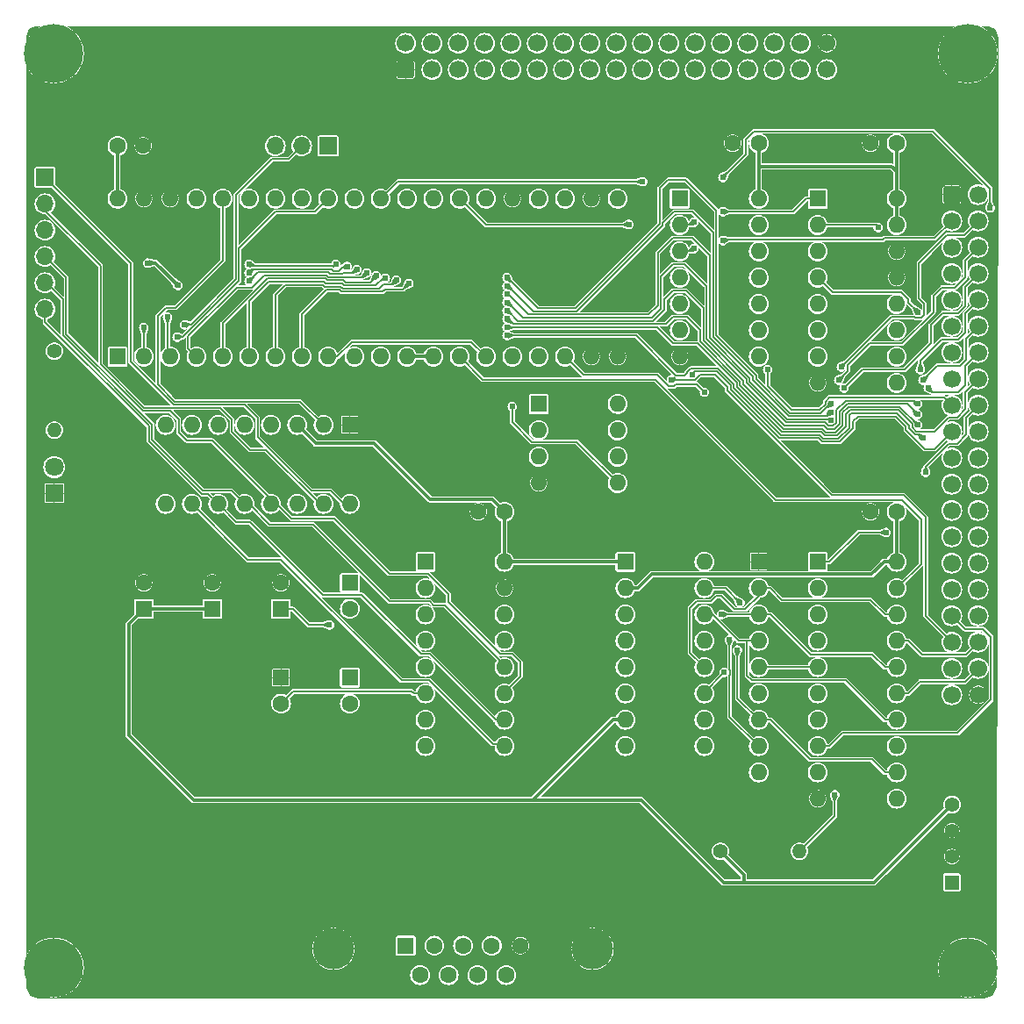
<source format=gbr>
%TF.GenerationSoftware,KiCad,Pcbnew,8.0.4*%
%TF.CreationDate,2024-09-09T16:13:33+02:00*%
%TF.ProjectId,serial_io_board,73657269-616c-45f6-996f-5f626f617264,1.8*%
%TF.SameCoordinates,Original*%
%TF.FileFunction,Copper,L1,Top*%
%TF.FilePolarity,Positive*%
%FSLAX46Y46*%
G04 Gerber Fmt 4.6, Leading zero omitted, Abs format (unit mm)*
G04 Created by KiCad (PCBNEW 8.0.4) date 2024-09-09 16:13:33*
%MOMM*%
%LPD*%
G01*
G04 APERTURE LIST*
G04 Aperture macros list*
%AMRoundRect*
0 Rectangle with rounded corners*
0 $1 Rounding radius*
0 $2 $3 $4 $5 $6 $7 $8 $9 X,Y pos of 4 corners*
0 Add a 4 corners polygon primitive as box body*
4,1,4,$2,$3,$4,$5,$6,$7,$8,$9,$2,$3,0*
0 Add four circle primitives for the rounded corners*
1,1,$1+$1,$2,$3*
1,1,$1+$1,$4,$5*
1,1,$1+$1,$6,$7*
1,1,$1+$1,$8,$9*
0 Add four rect primitives between the rounded corners*
20,1,$1+$1,$2,$3,$4,$5,0*
20,1,$1+$1,$4,$5,$6,$7,0*
20,1,$1+$1,$6,$7,$8,$9,0*
20,1,$1+$1,$8,$9,$2,$3,0*%
G04 Aperture macros list end*
%TA.AperFunction,ComponentPad*%
%ADD10R,1.600000X1.600000*%
%TD*%
%TA.AperFunction,ComponentPad*%
%ADD11O,1.600000X1.600000*%
%TD*%
%TA.AperFunction,ComponentPad*%
%ADD12C,1.400000*%
%TD*%
%TA.AperFunction,ComponentPad*%
%ADD13O,1.400000X1.400000*%
%TD*%
%TA.AperFunction,ComponentPad*%
%ADD14C,5.700000*%
%TD*%
%TA.AperFunction,ComponentPad*%
%ADD15C,1.600000*%
%TD*%
%TA.AperFunction,ComponentPad*%
%ADD16R,1.700000X1.700000*%
%TD*%
%TA.AperFunction,ComponentPad*%
%ADD17O,1.700000X1.700000*%
%TD*%
%TA.AperFunction,ComponentPad*%
%ADD18C,4.000000*%
%TD*%
%TA.AperFunction,ComponentPad*%
%ADD19RoundRect,0.250000X-0.600000X-0.600000X0.600000X-0.600000X0.600000X0.600000X-0.600000X0.600000X0*%
%TD*%
%TA.AperFunction,ComponentPad*%
%ADD20C,1.700000*%
%TD*%
%TA.AperFunction,ComponentPad*%
%ADD21R,1.800000X1.800000*%
%TD*%
%TA.AperFunction,ComponentPad*%
%ADD22C,1.800000*%
%TD*%
%TA.AperFunction,ComponentPad*%
%ADD23R,1.408000X1.408000*%
%TD*%
%TA.AperFunction,ComponentPad*%
%ADD24C,1.408000*%
%TD*%
%TA.AperFunction,ComponentPad*%
%ADD25RoundRect,0.250000X0.600000X-0.600000X0.600000X0.600000X-0.600000X0.600000X-0.600000X-0.600000X0*%
%TD*%
%TA.AperFunction,ViaPad*%
%ADD26C,0.610000*%
%TD*%
%TA.AperFunction,Conductor*%
%ADD27C,0.152400*%
%TD*%
%TA.AperFunction,Conductor*%
%ADD28C,0.304800*%
%TD*%
G04 APERTURE END LIST*
D10*
%TO.P,U1,1*%
%TO.N,/UART_INT*%
X89305000Y-42936000D03*
D11*
%TO.P,U1,2*%
%TO.N,/~{UART_INT}*%
X89305000Y-45476000D03*
%TO.P,U1,3*%
%TO.N,/~{RESET}*%
X89305000Y-48016000D03*
%TO.P,U1,4*%
%TO.N,/UART_RESET*%
X89305000Y-50556000D03*
%TO.P,U1,5*%
%TO.N,unconnected-(U1-Pad5)*%
X89305000Y-53096000D03*
%TO.P,U1,6*%
%TO.N,unconnected-(U1-Pad6)*%
X89305000Y-55636000D03*
%TO.P,U1,7,GND*%
%TO.N,/GND*%
X89305000Y-58176000D03*
%TO.P,U1,8*%
%TO.N,unconnected-(U1-Pad8)*%
X96925000Y-58176000D03*
%TO.P,U1,9*%
%TO.N,unconnected-(U1-Pad9)*%
X96925000Y-55636000D03*
%TO.P,U1,10*%
%TO.N,unconnected-(U1-Pad10)*%
X96925000Y-53096000D03*
%TO.P,U1,11*%
%TO.N,unconnected-(U1-Pad11)*%
X96925000Y-50556000D03*
%TO.P,U1,12*%
%TO.N,unconnected-(U1-Pad12)*%
X96925000Y-48016000D03*
%TO.P,U1,13*%
%TO.N,unconnected-(U1-Pad13)*%
X96925000Y-45476000D03*
%TO.P,U1,14,VCC*%
%TO.N,/+5V*%
X96925000Y-42936000D03*
%TD*%
D12*
%TO.P,R4,1*%
%TO.N,/+5V*%
X93218000Y-105918000D03*
D13*
%TO.P,R4,2*%
%TO.N,/~{R_M1}*%
X100838000Y-105918000D03*
%TD*%
D14*
%TO.P,H1,1,1*%
%TO.N,/GND*%
X28925000Y-28925000D03*
%TD*%
D10*
%TO.P,CP5,1*%
%TO.N,Net-(U5-C1+)*%
X57476000Y-80010000D03*
D15*
%TO.P,CP5,2*%
%TO.N,Net-(U5-C1-)*%
X57476000Y-82510000D03*
%TD*%
D10*
%TO.P,CP1,1*%
%TO.N,/+5V*%
X37592000Y-82510000D03*
D15*
%TO.P,CP1,2*%
%TO.N,/GND*%
X37592000Y-80010000D03*
%TD*%
D10*
%TO.P,X1,1,EN*%
%TO.N,unconnected-(X1-EN-Pad1)*%
X75692000Y-62748000D03*
D11*
%TO.P,X1,2*%
%TO.N,N/C*%
X75692000Y-65288000D03*
%TO.P,X1,3*%
X75692000Y-67828000D03*
%TO.P,X1,4,GND*%
%TO.N,/GND*%
X75692000Y-70368000D03*
%TO.P,X1,5,OUT*%
%TO.N,/UART_CLK*%
X83312000Y-70368000D03*
%TO.P,X1,6*%
%TO.N,N/C*%
X83312000Y-67828000D03*
%TO.P,X1,7*%
X83312000Y-65288000D03*
%TO.P,X1,8,Vcc*%
%TO.N,/+5V*%
X83312000Y-62748000D03*
%TD*%
D15*
%TO.P,C5,1*%
%TO.N,/+5V*%
X72390000Y-73152000D03*
%TO.P,C5,2*%
%TO.N,/GND*%
X69890000Y-73152000D03*
%TD*%
D10*
%TO.P,RN1,1,common*%
%TO.N,/GND*%
X96925000Y-77978000D03*
D11*
%TO.P,RN1,2,R1*%
%TO.N,/R_A7*%
X96925000Y-80518000D03*
%TO.P,RN1,3,R2*%
%TO.N,/R_A6*%
X96925000Y-83058000D03*
%TO.P,RN1,4,R3*%
%TO.N,/R_A5*%
X96925000Y-85598000D03*
%TO.P,RN1,5,R4*%
%TO.N,/~{R_IORQ}*%
X96925000Y-88138000D03*
%TO.P,RN1,6,R5*%
%TO.N,unconnected-(RN1-R5-Pad6)*%
X96925000Y-90678000D03*
%TO.P,RN1,7,R6*%
%TO.N,/R_A4*%
X96925000Y-93218000D03*
%TO.P,RN1,8,R7*%
%TO.N,/R_A3*%
X96925000Y-95758000D03*
%TO.P,RN1,9,R8*%
%TO.N,unconnected-(RN1-R8-Pad9)*%
X96925000Y-98298000D03*
%TD*%
D16*
%TO.P,J4,1,Pin_1*%
%TO.N,/~{UART_RTS}*%
X55372000Y-37846000D03*
D17*
%TO.P,J4,2,Pin_2*%
%TO.N,/~{FTDI_DTR}*%
X52832000Y-37846000D03*
%TO.P,J4,3,Pin_3*%
%TO.N,/~{UART_DTR}*%
X50292000Y-37846000D03*
%TD*%
D18*
%TO.P,J7,0,PAD*%
%TO.N,/GND*%
X55905000Y-115316000D03*
X80905000Y-115316000D03*
D10*
%TO.P,J7,1,1*%
%TO.N,unconnected-(J7-Pad1)*%
X62865000Y-115016000D03*
D15*
%TO.P,J7,2,2*%
%TO.N,/S_RX*%
X65635000Y-115016000D03*
%TO.P,J7,3,3*%
%TO.N,/S_TX*%
X68405000Y-115016000D03*
%TO.P,J7,4,4*%
%TO.N,/S_DTR*%
X71175000Y-115016000D03*
%TO.P,J7,5,5*%
%TO.N,/GND*%
X73945000Y-115016000D03*
%TO.P,J7,6,6*%
%TO.N,unconnected-(J7-Pad6)*%
X64250000Y-117856000D03*
%TO.P,J7,7,7*%
%TO.N,/S_RTS*%
X67020000Y-117856000D03*
%TO.P,J7,8,8*%
%TO.N,unconnected-(J7-Pad8)*%
X69790000Y-117856000D03*
%TO.P,J7,9,9*%
%TO.N,unconnected-(J7-Pad9)*%
X72560000Y-117856000D03*
%TD*%
D12*
%TO.P,R1,1*%
%TO.N,/+5V*%
X28956000Y-57658000D03*
D13*
%TO.P,R1,2*%
%TO.N,Net-(D1-A)*%
X28956000Y-65278000D03*
%TD*%
D14*
%TO.P,H2,1,1*%
%TO.N,/GND*%
X117125000Y-28925000D03*
%TD*%
D10*
%TO.P,CP6,1*%
%TO.N,Net-(U5-C2+)*%
X57476000Y-89154000D03*
D15*
%TO.P,CP6,2*%
%TO.N,Net-(U5-C2-)*%
X57476000Y-91654000D03*
%TD*%
D16*
%TO.P,J6,1,Pin_1*%
%TO.N,Net-(J6-Pin_1)*%
X28067000Y-40894000D03*
D17*
%TO.P,J6,2,Pin_2*%
%TO.N,/~{CTS}*%
X28067000Y-43434000D03*
%TO.P,J6,3,Pin_3*%
%TO.N,/FTDI_VCC*%
X28067000Y-45974000D03*
%TO.P,J6,4,Pin_4*%
%TO.N,/TX*%
X28067000Y-48514000D03*
%TO.P,J6,5,Pin_5*%
%TO.N,/RX*%
X28067000Y-51054000D03*
%TO.P,J6,6,Pin_6*%
%TO.N,/~{DTR}*%
X28067000Y-53594000D03*
%TD*%
D10*
%TO.P,CP7,1*%
%TO.N,/GND*%
X50836000Y-89154000D03*
D15*
%TO.P,CP7,2*%
%TO.N,Net-(U5-VS-)*%
X50836000Y-91654000D03*
%TD*%
D19*
%TO.P,J1,1,Pin_1*%
%TO.N,/GND*%
X115570000Y-42545000D03*
D20*
%TO.P,J1,2,Pin_2*%
%TO.N,/~{NMI}*%
X118110000Y-42545000D03*
%TO.P,J1,3,Pin_3*%
%TO.N,/~{RESET}*%
X115570000Y-45085000D03*
%TO.P,J1,4,Pin_4*%
%TO.N,/B_D7*%
X118110000Y-45085000D03*
%TO.P,J1,5,Pin_5*%
%TO.N,/BUS_CLK*%
X115570000Y-47625000D03*
%TO.P,J1,6,Pin_6*%
%TO.N,/B_D6*%
X118110000Y-47625000D03*
%TO.P,J1,7,Pin_7*%
%TO.N,/~{WAIT}*%
X115570000Y-50165000D03*
%TO.P,J1,8,Pin_8*%
%TO.N,/B_D5*%
X118110000Y-50165000D03*
%TO.P,J1,9,Pin_9*%
%TO.N,/CPU_CLK*%
X115570000Y-52705000D03*
%TO.P,J1,10,Pin_10*%
%TO.N,/B_D4*%
X118110000Y-52705000D03*
%TO.P,J1,11,Pin_11*%
%TO.N,/~{B_M1}*%
X115570000Y-55245000D03*
%TO.P,J1,12,Pin_12*%
%TO.N,/B_D3*%
X118110000Y-55245000D03*
%TO.P,J1,13,Pin_13*%
%TO.N,/~{B_IORQ}*%
X115570000Y-57785000D03*
%TO.P,J1,14,Pin_14*%
%TO.N,/B_D2*%
X118110000Y-57785000D03*
%TO.P,J1,15,Pin_15*%
%TO.N,/~{B_MREQ}*%
X115570000Y-60325000D03*
%TO.P,J1,16,Pin_16*%
%TO.N,/B_D1*%
X118110000Y-60325000D03*
%TO.P,J1,17,Pin_17*%
%TO.N,/~{B_WR}*%
X115570000Y-62865000D03*
%TO.P,J1,18,Pin_18*%
%TO.N,/B_D0*%
X118110000Y-62865000D03*
%TO.P,J1,19,Pin_19*%
%TO.N,/~{B_RD}*%
X115570000Y-65405000D03*
%TO.P,J1,20,Pin_20*%
%TO.N,/B_A15*%
X118110000Y-65405000D03*
%TO.P,J1,21,Pin_21*%
%TO.N,/~{B_BUSACK}*%
X115570000Y-67945000D03*
%TO.P,J1,22,Pin_22*%
%TO.N,/B_A14*%
X118110000Y-67945000D03*
%TO.P,J1,23,Pin_23*%
%TO.N,/~{B_RFSH}*%
X115570000Y-70485000D03*
%TO.P,J1,24,Pin_24*%
%TO.N,/B_A13*%
X118110000Y-70485000D03*
%TO.P,J1,25,Pin_25*%
%TO.N,/~{BUSREQ}*%
X115570000Y-73025000D03*
%TO.P,J1,26,Pin_26*%
%TO.N,/B_A12*%
X118110000Y-73025000D03*
%TO.P,J1,27,Pin_27*%
%TO.N,/~{INT}*%
X115570000Y-75565000D03*
%TO.P,J1,28,Pin_28*%
%TO.N,/B_A11*%
X118110000Y-75565000D03*
%TO.P,J1,29,Pin_29*%
%TO.N,/B_A5*%
X115570000Y-78105000D03*
%TO.P,J1,30,Pin_30*%
%TO.N,/B_A10*%
X118110000Y-78105000D03*
%TO.P,J1,31,Pin_31*%
%TO.N,/B_A4*%
X115570000Y-80645000D03*
%TO.P,J1,32,Pin_32*%
%TO.N,/B_A9*%
X118110000Y-80645000D03*
%TO.P,J1,33,Pin_33*%
%TO.N,/B_A3*%
X115570000Y-83185000D03*
%TO.P,J1,34,Pin_34*%
%TO.N,/B_A8*%
X118110000Y-83185000D03*
%TO.P,J1,35,Pin_35*%
%TO.N,/B_A2*%
X115570000Y-85725000D03*
%TO.P,J1,36,Pin_36*%
%TO.N,/B_A7*%
X118110000Y-85725000D03*
%TO.P,J1,37,Pin_37*%
%TO.N,/B_A1*%
X115570000Y-88265000D03*
%TO.P,J1,38,Pin_38*%
%TO.N,/B_A6*%
X118110000Y-88265000D03*
%TO.P,J1,39,Pin_39*%
%TO.N,/B_A0*%
X115570000Y-90805000D03*
%TO.P,J1,40,Pin_40*%
%TO.N,/GND*%
X118110000Y-90805000D03*
%TD*%
D10*
%TO.P,U5,1,C1+*%
%TO.N,Net-(U5-C1+)*%
X64770000Y-77978000D03*
D11*
%TO.P,U5,2,VS+*%
%TO.N,Net-(U5-VS+)*%
X64770000Y-80518000D03*
%TO.P,U5,3,C1-*%
%TO.N,Net-(U5-C1-)*%
X64770000Y-83058000D03*
%TO.P,U5,4,C2+*%
%TO.N,Net-(U5-C2+)*%
X64770000Y-85598000D03*
%TO.P,U5,5,C2-*%
%TO.N,Net-(U5-C2-)*%
X64770000Y-88138000D03*
%TO.P,U5,6,VS-*%
%TO.N,Net-(U5-VS-)*%
X64770000Y-90678000D03*
%TO.P,U5,7,T2OUT*%
%TO.N,/S_DTR*%
X64770000Y-93218000D03*
%TO.P,U5,8,R2IN*%
%TO.N,/S_RTS*%
X64770000Y-95758000D03*
%TO.P,U5,9,R2OUT*%
%TO.N,/~{RTS}*%
X72390000Y-95758000D03*
%TO.P,U5,10,T2IN*%
%TO.N,/~{DTR}*%
X72390000Y-93218000D03*
%TO.P,U5,11,T1IN*%
%TO.N,/TX*%
X72390000Y-90678000D03*
%TO.P,U5,12,R1OUT*%
%TO.N,/RX*%
X72390000Y-88138000D03*
%TO.P,U5,13,R1IN*%
%TO.N,/S_RX*%
X72390000Y-85598000D03*
%TO.P,U5,14,T1OUT*%
%TO.N,/S_TX*%
X72390000Y-83058000D03*
%TO.P,U5,15,GND*%
%TO.N,/GND*%
X72390000Y-80518000D03*
%TO.P,U5,16,VCC*%
%TO.N,/+5V*%
X72390000Y-77978000D03*
%TD*%
D21*
%TO.P,D1,1,K*%
%TO.N,/GND*%
X28956000Y-71374000D03*
D22*
%TO.P,D1,2,A*%
%TO.N,Net-(D1-A)*%
X28956000Y-68834000D03*
%TD*%
D10*
%TO.P,U3,1,G*%
%TO.N,/~{B_IORQ}*%
X102616000Y-77978000D03*
D11*
%TO.P,U3,2,P0*%
X102616000Y-80518000D03*
%TO.P,U3,3,R0*%
%TO.N,/~{R_IORQ}*%
X102616000Y-83058000D03*
%TO.P,U3,4,P1*%
%TO.N,/~{B_IORQ}*%
X102616000Y-85598000D03*
%TO.P,U3,5,R1*%
%TO.N,/~{R_IORQ}*%
X102616000Y-88138000D03*
%TO.P,U3,6,P2*%
%TO.N,/~{B_M1}*%
X102616000Y-90678000D03*
%TO.P,U3,7,R2*%
%TO.N,/~{R_M1}*%
X102616000Y-93218000D03*
%TO.P,U3,8,P3*%
%TO.N,/B_A3*%
X102616000Y-95758000D03*
%TO.P,U3,9,R3*%
%TO.N,/R_A3*%
X102616000Y-98298000D03*
%TO.P,U3,10,GND*%
%TO.N,/GND*%
X102616000Y-100838000D03*
%TO.P,U3,11,P4*%
%TO.N,/B_A4*%
X110236000Y-100838000D03*
%TO.P,U3,12,R4*%
%TO.N,/R_A4*%
X110236000Y-98298000D03*
%TO.P,U3,13,P5*%
%TO.N,/B_A5*%
X110236000Y-95758000D03*
%TO.P,U3,14,R5*%
%TO.N,/R_A5*%
X110236000Y-93218000D03*
%TO.P,U3,15,P6*%
%TO.N,/B_A6*%
X110236000Y-90678000D03*
%TO.P,U3,16,R6*%
%TO.N,/R_A6*%
X110236000Y-88138000D03*
%TO.P,U3,17,P7*%
%TO.N,/B_A7*%
X110236000Y-85598000D03*
%TO.P,U3,18,R7*%
%TO.N,/R_A7*%
X110236000Y-83058000D03*
%TO.P,U3,19,P=R*%
%TO.N,/~{UART_CS}*%
X110236000Y-80518000D03*
%TO.P,U3,20,VCC*%
%TO.N,/+5V*%
X110236000Y-77978000D03*
%TD*%
D15*
%TO.P,C1,1*%
%TO.N,/+5V*%
X96925000Y-37592000D03*
%TO.P,C1,2*%
%TO.N,/GND*%
X94425000Y-37592000D03*
%TD*%
D10*
%TO.P,U2,1,E*%
%TO.N,/~{UART_INT}*%
X102616000Y-42936000D03*
D11*
%TO.P,U2,2,A0*%
%TO.N,/IRQ0_S*%
X102616000Y-45476000D03*
%TO.P,U2,3,A1*%
%TO.N,/IRQ1_S*%
X102616000Y-48016000D03*
%TO.P,U2,4,O0*%
%TO.N,/~{INT}*%
X102616000Y-50556000D03*
%TO.P,U2,5,O1*%
%TO.N,/~{INT4}*%
X102616000Y-53096000D03*
%TO.P,U2,6,O2*%
%TO.N,/~{INT5}*%
X102616000Y-55636000D03*
%TO.P,U2,7,O3*%
%TO.N,/~{INT7}*%
X102616000Y-58176000D03*
%TO.P,U2,8,GND*%
%TO.N,/GND*%
X102616000Y-60716000D03*
%TO.P,U2,9,O3*%
%TO.N,unconnected-(U2B-O3-Pad9)*%
X110236000Y-60716000D03*
%TO.P,U2,10,O2*%
%TO.N,unconnected-(U2B-O2-Pad10)*%
X110236000Y-58176000D03*
%TO.P,U2,11,O1*%
%TO.N,unconnected-(U2B-O1-Pad11)*%
X110236000Y-55636000D03*
%TO.P,U2,12,O0*%
%TO.N,unconnected-(U2B-O0-Pad12)*%
X110236000Y-53096000D03*
%TO.P,U2,13,A1*%
%TO.N,/GND*%
X110236000Y-50556000D03*
%TO.P,U2,14,A0*%
X110236000Y-48016000D03*
%TO.P,U2,15,E*%
%TO.N,/+5V*%
X110236000Y-45476000D03*
%TO.P,U2,16,VCC*%
X110236000Y-42936000D03*
%TD*%
%TO.P,SW1,16*%
%TO.N,/R_A3*%
X91684000Y-77978000D03*
%TO.P,SW1,15*%
%TO.N,/R_A4*%
X91684000Y-80518000D03*
%TO.P,SW1,14*%
%TO.N,/R_A5*%
X91684000Y-83058000D03*
%TO.P,SW1,13*%
%TO.N,/R_A6*%
X91684000Y-85598000D03*
%TO.P,SW1,12*%
%TO.N,/R_A7*%
X91684000Y-88138000D03*
%TO.P,SW1,11*%
%TO.N,/IRQ0_S*%
X91684000Y-90678000D03*
%TO.P,SW1,10*%
%TO.N,/IRQ1_S*%
X91684000Y-93218000D03*
%TO.P,SW1,9*%
%TO.N,unconnected-(SW1-Pad9)*%
X91684000Y-95758000D03*
%TO.P,SW1,8*%
%TO.N,unconnected-(SW1-Pad8)*%
X84064000Y-95758000D03*
%TO.P,SW1,7*%
%TO.N,/+5V*%
X84064000Y-93218000D03*
%TO.P,SW1,6*%
X84064000Y-90678000D03*
%TO.P,SW1,5*%
X84064000Y-88138000D03*
%TO.P,SW1,4*%
X84064000Y-85598000D03*
%TO.P,SW1,3*%
X84064000Y-83058000D03*
%TO.P,SW1,2*%
X84064000Y-80518000D03*
D10*
%TO.P,SW1,1*%
X84064000Y-77978000D03*
%TD*%
%TO.P,CP2,1*%
%TO.N,/+5V*%
X44196000Y-82510000D03*
D15*
%TO.P,CP2,2*%
%TO.N,/GND*%
X44196000Y-80010000D03*
%TD*%
%TO.P,C2,1*%
%TO.N,/+5V*%
X110236000Y-37592000D03*
%TO.P,C2,2*%
%TO.N,/GND*%
X107736000Y-37592000D03*
%TD*%
%TO.P,C3,1*%
%TO.N,/+5V*%
X110236000Y-73152000D03*
%TO.P,C3,2*%
%TO.N,/GND*%
X107736000Y-73152000D03*
%TD*%
D10*
%TO.P,CP8,1*%
%TO.N,Net-(U5-VS+)*%
X50836000Y-82510000D03*
D15*
%TO.P,CP8,2*%
%TO.N,/GND*%
X50836000Y-80010000D03*
%TD*%
D23*
%TO.P,J3,1,Pin_1*%
%TO.N,unconnected-(J3-Pin_1-Pad1)*%
X115570000Y-108906000D03*
D24*
%TO.P,J3,2,Pin_2*%
%TO.N,/GND*%
X115570000Y-106406000D03*
%TO.P,J3,3,Pin_3*%
X115570000Y-103906000D03*
%TO.P,J3,4,Pin_4*%
%TO.N,/+5V*%
X115570000Y-101406000D03*
%TD*%
D14*
%TO.P,H4,1,1*%
%TO.N,/GND*%
X28925000Y-117125000D03*
%TD*%
D25*
%TO.P,J2,1,Pin_1*%
%TO.N,/GND*%
X62865000Y-30480000D03*
D20*
%TO.P,J2,2,Pin_2*%
%TO.N,/USER15*%
X62865000Y-27940000D03*
%TO.P,J2,3,Pin_3*%
%TO.N,/~{INT7}*%
X65405000Y-30480000D03*
%TO.P,J2,4,Pin_4*%
%TO.N,/USER14*%
X65405000Y-27940000D03*
%TO.P,J2,5,Pin_5*%
%TO.N,/~{INT6}*%
X67945000Y-30480000D03*
%TO.P,J2,6,Pin_6*%
%TO.N,/USER13*%
X67945000Y-27940000D03*
%TO.P,J2,7,Pin_7*%
%TO.N,/~{INT5}*%
X70485000Y-30480000D03*
%TO.P,J2,8,Pin_8*%
%TO.N,/USER12*%
X70485000Y-27940000D03*
%TO.P,J2,9,Pin_9*%
%TO.N,/~{INT4}*%
X73025000Y-30480000D03*
%TO.P,J2,10,Pin_10*%
%TO.N,/USER11*%
X73025000Y-27940000D03*
%TO.P,J2,11,Pin_11*%
%TO.N,/~{INT3}*%
X75565000Y-30480000D03*
%TO.P,J2,12,Pin_12*%
%TO.N,/USER10*%
X75565000Y-27940000D03*
%TO.P,J2,13,Pin_13*%
%TO.N,/~{INT2}*%
X78105000Y-30480000D03*
%TO.P,J2,14,Pin_14*%
%TO.N,/USER9*%
X78105000Y-27940000D03*
%TO.P,J2,15,Pin_15*%
%TO.N,/~{INT1}*%
X80645000Y-30480000D03*
%TO.P,J2,16,Pin_16*%
%TO.N,/USER8*%
X80645000Y-27940000D03*
%TO.P,J2,17,Pin_17*%
%TO.N,/~{INT0}*%
X83185000Y-30480000D03*
%TO.P,J2,18,Pin_18*%
%TO.N,/USER7*%
X83185000Y-27940000D03*
%TO.P,J2,19,Pin_19*%
%TO.N,/M_A21*%
X85725000Y-30480000D03*
%TO.P,J2,20,Pin_20*%
%TO.N,/USER6*%
X85725000Y-27940000D03*
%TO.P,J2,21,Pin_21*%
%TO.N,/M_A20*%
X88265000Y-30480000D03*
%TO.P,J2,22,Pin_22*%
%TO.N,/USER5*%
X88265000Y-27940000D03*
%TO.P,J2,23,Pin_23*%
%TO.N,/M_A19*%
X90805000Y-30480000D03*
%TO.P,J2,24,Pin_24*%
%TO.N,/USER4*%
X90805000Y-27940000D03*
%TO.P,J2,25,Pin_25*%
%TO.N,/M_A18*%
X93345000Y-30480000D03*
%TO.P,J2,26,Pin_26*%
%TO.N,/USER3*%
X93345000Y-27940000D03*
%TO.P,J2,27,Pin_27*%
%TO.N,/M_A17*%
X95885000Y-30480000D03*
%TO.P,J2,28,Pin_28*%
%TO.N,/USER2*%
X95885000Y-27940000D03*
%TO.P,J2,29,Pin_29*%
%TO.N,/M_A16*%
X98425000Y-30480000D03*
%TO.P,J2,30,Pin_30*%
%TO.N,/USER1*%
X98425000Y-27940000D03*
%TO.P,J2,31,Pin_31*%
%TO.N,/M_A15*%
X100965000Y-30480000D03*
%TO.P,J2,32,Pin_32*%
%TO.N,/USER0*%
X100965000Y-27940000D03*
%TO.P,J2,33,Pin_33*%
%TO.N,/M_A14*%
X103505000Y-30480000D03*
%TO.P,J2,34,Pin_34*%
%TO.N,/GND*%
X103505000Y-27940000D03*
%TD*%
D15*
%TO.P,C4,1*%
%TO.N,/+5V*%
X35052000Y-37846000D03*
%TO.P,C4,2*%
%TO.N,/GND*%
X37552000Y-37846000D03*
%TD*%
D10*
%TO.P,SW2,1*%
%TO.N,/GND*%
X57476000Y-64770000D03*
D11*
%TO.P,SW2,2*%
%TO.N,/~{UART_CTS}*%
X54936000Y-64770000D03*
%TO.P,SW2,3*%
%TO.N,/+5V*%
X52396000Y-64770000D03*
%TO.P,SW2,4*%
%TO.N,/UART_SOUT*%
X49856000Y-64770000D03*
%TO.P,SW2,5*%
%TO.N,/UART_SIN*%
X47316000Y-64770000D03*
%TO.P,SW2,6*%
%TO.N,/~{FTDI_DTR}*%
X44776000Y-64770000D03*
%TO.P,SW2,7*%
%TO.N,/~{UART_RTS}*%
X42236000Y-64770000D03*
%TO.P,SW2,8*%
%TO.N,unconnected-(SW2-Pad8)*%
X39696000Y-64770000D03*
%TO.P,SW2,9*%
%TO.N,unconnected-(SW2-Pad9)*%
X39696000Y-72390000D03*
%TO.P,SW2,10*%
%TO.N,/~{RTS}*%
X42236000Y-72390000D03*
%TO.P,SW2,11*%
%TO.N,/~{DTR}*%
X44776000Y-72390000D03*
%TO.P,SW2,12*%
%TO.N,/RX*%
X47316000Y-72390000D03*
%TO.P,SW2,13*%
%TO.N,/TX*%
X49856000Y-72390000D03*
%TO.P,SW2,14*%
%TO.N,/FTDI_VCC*%
X52396000Y-72390000D03*
%TO.P,SW2,15*%
%TO.N,/~{CTS}*%
X54936000Y-72390000D03*
%TO.P,SW2,16*%
%TO.N,Net-(J6-Pin_1)*%
X57476000Y-72390000D03*
%TD*%
D14*
%TO.P,H3,1,1*%
%TO.N,/GND*%
X117125000Y-117125000D03*
%TD*%
D10*
%TO.P,U4,1,D0*%
%TO.N,/B_D0*%
X35052000Y-58176000D03*
D11*
%TO.P,U4,2,D1*%
%TO.N,/B_D1*%
X37592000Y-58176000D03*
%TO.P,U4,3,D2*%
%TO.N,/B_D2*%
X40132000Y-58176000D03*
%TO.P,U4,4,D3*%
%TO.N,/B_D3*%
X42672000Y-58176000D03*
%TO.P,U4,5,D4*%
%TO.N,/B_D4*%
X45212000Y-58176000D03*
%TO.P,U4,6,D5*%
%TO.N,/B_D5*%
X47752000Y-58176000D03*
%TO.P,U4,7,D6*%
%TO.N,/B_D6*%
X50292000Y-58176000D03*
%TO.P,U4,8,D7*%
%TO.N,/B_D7*%
X52832000Y-58176000D03*
%TO.P,U4,9,RCLK*%
%TO.N,/~{BAUDOUT}*%
X55372000Y-58176000D03*
%TO.P,U4,10,SIN*%
%TO.N,/UART_SIN*%
X57912000Y-58176000D03*
%TO.P,U4,11,SOUT*%
%TO.N,/UART_SOUT*%
X60452000Y-58176000D03*
%TO.P,U4,12,CS0*%
%TO.N,/+5V*%
X62992000Y-58176000D03*
%TO.P,U4,13,CS1*%
X65532000Y-58176000D03*
%TO.P,U4,14,~{CS2}*%
%TO.N,/~{UART_CS}*%
X68072000Y-58176000D03*
%TO.P,U4,15,~{BAUDOUT}*%
%TO.N,/~{BAUDOUT}*%
X70612000Y-58176000D03*
%TO.P,U4,16,XIN*%
%TO.N,/UART_CLK*%
X73152000Y-58176000D03*
%TO.P,U4,17,XOUT*%
%TO.N,unconnected-(U4-XOUT-Pad17)*%
X75692000Y-58176000D03*
%TO.P,U4,18,~{WR}*%
%TO.N,/~{B_WR}*%
X78232000Y-58176000D03*
%TO.P,U4,19,WR*%
%TO.N,/GND*%
X80772000Y-58176000D03*
%TO.P,U4,20,GND*%
X83312000Y-58176000D03*
%TO.P,U4,21,~{RD}*%
%TO.N,/~{B_RD}*%
X83312000Y-42936000D03*
%TO.P,U4,22,RD*%
%TO.N,/GND*%
X80772000Y-42936000D03*
%TO.P,U4,23,DDIS*%
%TO.N,unconnected-(U4-DDIS-Pad23)*%
X78232000Y-42936000D03*
%TO.P,U4,24,~{TXRDY}*%
%TO.N,unconnected-(U4-~{TXRDY}-Pad24)*%
X75692000Y-42936000D03*
%TO.P,U4,25,~{ADS}*%
%TO.N,/GND*%
X73152000Y-42936000D03*
%TO.P,U4,26,A2*%
%TO.N,/B_A2*%
X70612000Y-42936000D03*
%TO.P,U4,27,A1*%
%TO.N,/B_A1*%
X68072000Y-42936000D03*
%TO.P,U4,28,A0*%
%TO.N,/B_A0*%
X65532000Y-42936000D03*
%TO.P,U4,29,~{RXRDY}*%
%TO.N,unconnected-(U4-~{RXRDY}-Pad29)*%
X62992000Y-42936000D03*
%TO.P,U4,30,INTR*%
%TO.N,/UART_INT*%
X60452000Y-42936000D03*
%TO.P,U4,31,~{OUT2}*%
%TO.N,unconnected-(U4-~{OUT2}-Pad31)*%
X57912000Y-42936000D03*
%TO.P,U4,32,~{RTS}*%
%TO.N,/~{UART_RTS}*%
X55372000Y-42936000D03*
%TO.P,U4,33,~{DTR}*%
%TO.N,/~{UART_DTR}*%
X52832000Y-42936000D03*
%TO.P,U4,34,~{OUT1}*%
%TO.N,unconnected-(U4-~{OUT1}-Pad34)*%
X50292000Y-42936000D03*
%TO.P,U4,35,MR*%
%TO.N,/UART_RESET*%
X47752000Y-42936000D03*
%TO.P,U4,36,~{CTS}*%
%TO.N,/~{UART_CTS}*%
X45212000Y-42936000D03*
%TO.P,U4,37,~{DSR}*%
%TO.N,unconnected-(U4-~{DSR}-Pad37)*%
X42672000Y-42936000D03*
%TO.P,U4,38,~{DCD}*%
%TO.N,/GND*%
X40132000Y-42936000D03*
%TO.P,U4,39,~{RI}*%
X37592000Y-42936000D03*
%TO.P,U4,40,VCC*%
%TO.N,/+5V*%
X35052000Y-42936000D03*
%TD*%
D26*
%TO.N,/GND*%
X52832000Y-76200000D03*
X114173000Y-55626000D03*
X112522000Y-56515000D03*
X113665000Y-58420000D03*
%TO.N,/R_A6*%
X93345000Y-83058000D03*
%TO.N,/R_A4*%
X95123000Y-81915000D03*
X94869000Y-86487000D03*
%TO.N,/R_A3*%
X94107000Y-85471000D03*
%TO.N,/~{R_M1}*%
X104267000Y-100457000D03*
%TO.N,/B_D1*%
X37592000Y-55372000D03*
%TO.N,/FTDI_VCC*%
X40894000Y-51308000D03*
%TO.N,/~{FTDI_DTR}*%
X41529000Y-55118000D03*
%TO.N,/GND*%
X90678000Y-56134000D03*
X90678000Y-53848000D03*
X91313000Y-51943000D03*
X91313000Y-49149000D03*
X91694000Y-44196000D03*
X76708000Y-51943000D03*
X85217000Y-51562000D03*
X92456000Y-86868000D03*
X93091000Y-81915000D03*
X50800000Y-73660000D03*
X61468000Y-80137000D03*
X48006000Y-66294000D03*
X46736000Y-70866000D03*
X42799000Y-56515000D03*
X43434000Y-60833000D03*
X103886000Y-52578000D03*
X101981000Y-51816000D03*
X103886000Y-54610000D03*
X108966000Y-56134000D03*
X92837000Y-63627000D03*
X99314000Y-69977000D03*
X113284000Y-64770000D03*
X112141000Y-68961000D03*
X65786000Y-98425000D03*
X69977000Y-89281000D03*
%TO.N,/~{RESET}*%
X90678000Y-47752000D03*
X93472000Y-46990000D03*
%TO.N,/~{B_IORQ}*%
X109220000Y-75130200D03*
%TO.N,/~{B_WR}*%
X97790000Y-59436000D03*
X91694000Y-61605500D03*
%TO.N,/~{B_RD}*%
X90551000Y-59881200D03*
%TO.N,/B_D7*%
X104902000Y-59182000D03*
X72644000Y-50537479D03*
X63176559Y-51123441D03*
X103886000Y-62738000D03*
%TO.N,/B_D6*%
X72644000Y-51336982D03*
X104648000Y-60452000D03*
X61972970Y-50803030D03*
X103886000Y-63537503D03*
%TO.N,/B_D5*%
X103886000Y-64337006D03*
X72644000Y-52136485D03*
X105156000Y-61214000D03*
X60896381Y-50609619D03*
%TO.N,/B_D4*%
X112522000Y-59436000D03*
X60033594Y-50383228D03*
X112268000Y-62738000D03*
X72644000Y-52935988D03*
%TO.N,/B_D3*%
X72644000Y-53735491D03*
X59116985Y-50103015D03*
X112776000Y-60452000D03*
X112268000Y-63754000D03*
%TO.N,/B_D2*%
X58163787Y-49786213D03*
X112268000Y-64770000D03*
X39878000Y-54356000D03*
X72644000Y-54534994D03*
X113284000Y-61214000D03*
X47752000Y-50875006D03*
%TO.N,/B_D1*%
X57210589Y-49469411D03*
X72644000Y-55334497D03*
X47752000Y-50075503D03*
%TO.N,/B_D0*%
X113030000Y-69342000D03*
X56134000Y-49276000D03*
X47752000Y-49276000D03*
X112776000Y-66040000D03*
X72644000Y-56134000D03*
%TO.N,/B_A2*%
X88497400Y-60414800D03*
%TO.N,/B_A1*%
X84388589Y-45405411D03*
X119253000Y-43815000D03*
X93472000Y-40894000D03*
%TO.N,/~{INT}*%
X112276000Y-53877400D03*
%TO.N,/UART_CLK*%
X73152000Y-62992000D03*
%TO.N,/UART_INT*%
X85725000Y-41275000D03*
%TO.N,/~{UART_INT}*%
X90678000Y-45212000D03*
X93472000Y-44196000D03*
%TO.N,/IRQ0_S*%
X93608300Y-88633600D03*
X108458000Y-45720000D03*
%TO.N,Net-(U5-VS+)*%
X55499000Y-84057700D03*
%TO.N,/~{UART_RTS}*%
X40817000Y-56294200D03*
%TO.N,/FTDI_VCC*%
X37973000Y-49149000D03*
%TD*%
D27*
%TO.N,/B_D2*%
X113284000Y-61214000D02*
X113665000Y-61595000D01*
X113665000Y-61595000D02*
X116205000Y-61595000D01*
X116840000Y-59055000D02*
X118110000Y-57785000D01*
X116205000Y-61595000D02*
X116840000Y-60960000D01*
X116840000Y-60960000D02*
X116840000Y-59055000D01*
%TO.N,/B_D4*%
X112522000Y-59436000D02*
X112522000Y-58548396D01*
X116840000Y-53975000D02*
X118110000Y-52705000D01*
X112522000Y-58548396D02*
X114555396Y-56515000D01*
X114555396Y-56515000D02*
X116205000Y-56515000D01*
X116205000Y-56515000D02*
X116840000Y-55880000D01*
X116840000Y-55880000D02*
X116840000Y-53975000D01*
%TO.N,/B_D5*%
X105156000Y-61214000D02*
X106934000Y-59436000D01*
X113538000Y-56896000D02*
X113538000Y-55118000D01*
X116151701Y-53975000D02*
X116840000Y-53286701D01*
X116840000Y-53286701D02*
X116840000Y-51435000D01*
X106934000Y-59436000D02*
X110998000Y-59436000D01*
X110998000Y-59436000D02*
X113538000Y-56896000D01*
X114681000Y-53975000D02*
X116151701Y-53975000D01*
X113538000Y-55118000D02*
X114681000Y-53975000D01*
X116840000Y-51435000D02*
X118110000Y-50165000D01*
%TO.N,/UART_INT*%
X85725000Y-41275000D02*
X62113000Y-41275000D01*
X62113000Y-41275000D02*
X60452000Y-42936000D01*
%TO.N,/~{DTR}*%
X72390000Y-93218000D02*
X71546200Y-93218000D01*
X71546200Y-93218000D02*
X65196200Y-86868000D01*
X65196200Y-86868000D02*
X64360600Y-86868000D01*
X64360600Y-86868000D02*
X58645600Y-81153000D01*
X58645600Y-81153000D02*
X54846300Y-81153000D01*
X54846300Y-81153000D02*
X47835700Y-74142400D01*
X47835700Y-74142400D02*
X46528400Y-74142400D01*
X46528400Y-74142400D02*
X44776000Y-72390000D01*
%TO.N,Net-(U5-VS+)*%
X51961100Y-82510000D02*
X50836000Y-82510000D01*
X55499000Y-84057700D02*
X53508800Y-84057700D01*
X53508800Y-84057700D02*
X51961100Y-82510000D01*
%TO.N,/~{B_IORQ}*%
X109220000Y-75130200D02*
X106588900Y-75130200D01*
X106588900Y-75130200D02*
X103741100Y-77978000D01*
X103741100Y-77978000D02*
X102616000Y-77978000D01*
%TO.N,/R_A7*%
X96925000Y-80518000D02*
X96925000Y-81256000D01*
X92837000Y-81280000D02*
X92329000Y-81788000D01*
X92329000Y-81788000D02*
X90932000Y-81788000D01*
X90297000Y-86751000D02*
X91684000Y-88138000D01*
X96925000Y-81256000D02*
X95631000Y-82550000D01*
X95631000Y-82550000D02*
X94615000Y-82550000D01*
X93345000Y-81280000D02*
X92837000Y-81280000D01*
X94615000Y-82550000D02*
X93345000Y-81280000D01*
X90932000Y-81788000D02*
X90297000Y-82423000D01*
X90297000Y-82423000D02*
X90297000Y-86751000D01*
%TO.N,/R_A5*%
X91684000Y-83058000D02*
X92448625Y-83058000D01*
X92448625Y-83058000D02*
X94988625Y-85598000D01*
X94988625Y-85598000D02*
X95792700Y-85598000D01*
%TO.N,/R_A6*%
X96925000Y-83058000D02*
X93345000Y-83058000D01*
%TO.N,/R_A3*%
X94107000Y-85471000D02*
X94107000Y-88377675D01*
X94141900Y-88412575D02*
X94141900Y-88854625D01*
X94107000Y-88377675D02*
X94141900Y-88412575D01*
X94141900Y-88854625D02*
X94107000Y-88889525D01*
X94107000Y-88889525D02*
X94107000Y-92940000D01*
X94107000Y-92940000D02*
X96925000Y-95758000D01*
%TO.N,/R_A4*%
X95123000Y-81915000D02*
X93726000Y-80518000D01*
X93726000Y-80518000D02*
X91684000Y-80518000D01*
X94869000Y-86487000D02*
X94869000Y-86614000D01*
X94869000Y-88773000D02*
X94869000Y-86487000D01*
X94869000Y-91162000D02*
X94869000Y-88773000D01*
X96925000Y-93218000D02*
X94869000Y-91162000D01*
%TO.N,/~{R_M1}*%
X100838000Y-105918000D02*
X104267000Y-102489000D01*
X104267000Y-102489000D02*
X104267000Y-100457000D01*
%TO.N,/~{RESET}*%
X93472000Y-46990000D02*
X93576900Y-46885100D01*
X93576900Y-46885100D02*
X108915600Y-46885100D01*
X113919000Y-46736000D02*
X115570000Y-45085000D01*
X108915600Y-46885100D02*
X109064700Y-46736000D01*
X109064700Y-46736000D02*
X113919000Y-46736000D01*
D28*
%TO.N,/+5V*%
X110236000Y-42936000D02*
X110236000Y-45476000D01*
%TO.N,/FTDI_VCC*%
X40894000Y-51308000D02*
X38735000Y-49149000D01*
X38735000Y-49149000D02*
X37973000Y-49149000D01*
D27*
%TO.N,/~{FTDI_DTR}*%
X42139632Y-55055600D02*
X41591400Y-55055600D01*
X41591400Y-55055600D02*
X41529000Y-55118000D01*
%TO.N,/B_D2*%
X40132000Y-58176000D02*
X39878000Y-57922000D01*
X39878000Y-57922000D02*
X39878000Y-54356000D01*
%TO.N,/~{UART_RTS}*%
X40817000Y-56294200D02*
X41332084Y-56294200D01*
X41332084Y-56294200D02*
X46786800Y-50839484D01*
X54112000Y-44196000D02*
X55372000Y-42936000D01*
X46786800Y-50839484D02*
X46786800Y-47701200D01*
X46786800Y-47701200D02*
X50292000Y-44196000D01*
X50292000Y-44196000D02*
X54112000Y-44196000D01*
%TO.N,/TX*%
X72390000Y-90678000D02*
X72390000Y-90551000D01*
X71991800Y-86867200D02*
X66974000Y-81849400D01*
X72390000Y-90551000D02*
X73914000Y-89027000D01*
X73914000Y-89027000D02*
X73914000Y-87630000D01*
X65009100Y-79103200D02*
X61295400Y-79103200D01*
X73914000Y-87630000D02*
X73151200Y-86867200D01*
X55979200Y-73787000D02*
X51816000Y-73787000D01*
X50419000Y-72390000D02*
X50314100Y-72390000D01*
X73151200Y-86867200D02*
X71991800Y-86867200D01*
X61295400Y-79103200D02*
X55979200Y-73787000D01*
X66974000Y-81849400D02*
X66974000Y-81068100D01*
X66974000Y-81068100D02*
X65009100Y-79103200D01*
X51816000Y-73787000D02*
X50419000Y-72390000D01*
%TO.N,/RX*%
X47316000Y-72390000D02*
X47752000Y-72390000D01*
X47752000Y-72390000D02*
X49736100Y-74374100D01*
X49736100Y-74374100D02*
X53915500Y-74374100D01*
X65567200Y-82159000D02*
X66647204Y-82159000D01*
X53915500Y-74374100D02*
X61329400Y-81788000D01*
X61329400Y-81788000D02*
X65196200Y-81788000D01*
X65196200Y-81788000D02*
X65567200Y-82159000D01*
X66647204Y-82159000D02*
X72390000Y-87901796D01*
X72390000Y-87901796D02*
X72390000Y-88138000D01*
%TO.N,/~{BAUDOUT}*%
X55372000Y-58176000D02*
X56263900Y-58176000D01*
X57670900Y-56769000D02*
X69205000Y-56769000D01*
X56263900Y-58176000D02*
X57670900Y-56769000D01*
X69205000Y-56769000D02*
X70612000Y-58176000D01*
%TO.N,/~{UART_CTS}*%
X45212000Y-42936000D02*
X45212000Y-48889884D01*
X45212000Y-48889884D02*
X40644884Y-53457000D01*
X40644884Y-53457000D02*
X39761000Y-53457000D01*
X39761000Y-53457000D02*
X38953800Y-54264200D01*
X38953800Y-54264200D02*
X38953800Y-60874748D01*
X38953800Y-60874748D02*
X40584152Y-62505100D01*
X40584152Y-62505100D02*
X52671100Y-62505100D01*
X52671100Y-62505100D02*
X54936000Y-64770000D01*
%TO.N,Net-(J6-Pin_1)*%
X57476000Y-72390000D02*
X56896000Y-72390000D01*
X56896000Y-72390000D02*
X55626000Y-71120000D01*
X36322000Y-58674000D02*
X36322000Y-49149000D01*
X55626000Y-71120000D02*
X53771052Y-71120000D01*
X53771052Y-71120000D02*
X48586000Y-65934948D01*
X48586000Y-65934948D02*
X48586000Y-64080000D01*
X48586000Y-64080000D02*
X47315900Y-62809900D01*
X47315900Y-62809900D02*
X40457900Y-62809900D01*
X40457900Y-62809900D02*
X36322000Y-58674000D01*
X36322000Y-49149000D02*
X28067000Y-40894000D01*
%TO.N,/~{RTS}*%
X72390000Y-95758000D02*
X72156900Y-95524900D01*
X71264900Y-95524900D02*
X65148000Y-89408000D01*
X72156900Y-95524900D02*
X71264900Y-95524900D01*
X65148000Y-89408000D02*
X62459900Y-89408000D01*
X62459900Y-89408000D02*
X50844900Y-77793000D01*
X50844900Y-77793000D02*
X47639000Y-77793000D01*
X47639000Y-77793000D02*
X42236000Y-72390000D01*
%TO.N,/IRQ0_S*%
X91684000Y-90678000D02*
X91684000Y-90557900D01*
X91684000Y-90557900D02*
X93608300Y-88633600D01*
%TO.N,/~{CTS}*%
X28067000Y-43434000D02*
X28067000Y-44069000D01*
X28067000Y-44069000D02*
X33419300Y-49421300D01*
X33419300Y-49421300D02*
X33419300Y-58897148D01*
X33419300Y-58897148D02*
X37636852Y-63114700D01*
X37636852Y-63114700D02*
X44953700Y-63114700D01*
X46101000Y-64262000D02*
X46101000Y-65405000D01*
X54610000Y-72390000D02*
X54936000Y-72390000D01*
X44953700Y-63114700D02*
X46101000Y-64262000D01*
X49393000Y-67173000D02*
X54610000Y-72390000D01*
X46101000Y-65405000D02*
X47869000Y-67173000D01*
X47869000Y-67173000D02*
X49393000Y-67173000D01*
%TO.N,/B_D1*%
X105334000Y-63726156D02*
X105727956Y-63332200D01*
X104485781Y-65785006D02*
X105334000Y-64936787D01*
X116840000Y-61595000D02*
X118110000Y-60325000D01*
X105727956Y-63332200D02*
X110399148Y-63332200D01*
X103286219Y-65785006D02*
X104485781Y-65785006D01*
X105334000Y-64936787D02*
X105334000Y-63726156D01*
X102942019Y-65440806D02*
X103286219Y-65785006D01*
X113918299Y-65395000D02*
X115273299Y-64040000D01*
X99190454Y-65440806D02*
X102942019Y-65440806D01*
X91009636Y-56896000D02*
X94818200Y-60704564D01*
X112138375Y-65395000D02*
X113918299Y-65395000D01*
X94818200Y-60704564D02*
X94818200Y-61068552D01*
X88684009Y-56896000D02*
X91009636Y-56896000D01*
X87122506Y-55334497D02*
X88684009Y-56896000D01*
X94818200Y-61068552D02*
X99190454Y-65440806D01*
X72644000Y-55334497D02*
X87122506Y-55334497D01*
X110399148Y-63332200D02*
X111734400Y-64667452D01*
X111734400Y-64667452D02*
X111734400Y-64991025D01*
X111734400Y-64991025D02*
X112138375Y-65395000D01*
X115273299Y-64040000D02*
X116056701Y-64040000D01*
X116056701Y-64040000D02*
X116840000Y-63256701D01*
X116840000Y-63256701D02*
X116840000Y-61595000D01*
%TO.N,/B_D2*%
X103412471Y-65480206D02*
X104359529Y-65480206D01*
X95123000Y-60942300D02*
X99316706Y-65136006D01*
X95123000Y-60578312D02*
X95123000Y-60942300D01*
X91284678Y-56739990D02*
X95123000Y-60578312D01*
X99316706Y-65136006D02*
X103068271Y-65136006D01*
X72728381Y-54534994D02*
X73223084Y-55029697D01*
X72644000Y-54534994D02*
X72728381Y-54534994D01*
X91284678Y-55597678D02*
X91284678Y-56739990D01*
X88646000Y-54356000D02*
X90043000Y-54356000D01*
X87972303Y-55029697D02*
X88646000Y-54356000D01*
X103068271Y-65136006D02*
X103412471Y-65480206D01*
X90043000Y-54356000D02*
X91284678Y-55597678D01*
X73223084Y-55029697D02*
X87972303Y-55029697D01*
X104359529Y-65480206D02*
X105029200Y-64810535D01*
X105029200Y-64810535D02*
X105029200Y-63599904D01*
X105029200Y-63599904D02*
X105601704Y-63027400D01*
X105601704Y-63027400D02*
X110525400Y-63027400D01*
X110525400Y-63027400D02*
X112268000Y-64770000D01*
%TO.N,/B_D3*%
X91592400Y-55042548D02*
X91589478Y-55045470D01*
X91592400Y-53492400D02*
X91592400Y-55042548D01*
X99442958Y-64831206D02*
X103194523Y-64831206D01*
X105475452Y-62722600D02*
X111236600Y-62722600D01*
X89916000Y-51816000D02*
X91592400Y-53492400D01*
X104724400Y-63473652D02*
X105475452Y-62722600D01*
X91589478Y-56613738D02*
X95449096Y-60473356D01*
X88646000Y-51816000D02*
X89916000Y-51816000D01*
X95449096Y-60473356D02*
X95449096Y-60837344D01*
X104233277Y-65175406D02*
X104724400Y-64684283D01*
X87806404Y-52655596D02*
X88646000Y-51816000D01*
X91589478Y-55045470D02*
X91589478Y-56613738D01*
X95449096Y-60837344D02*
X99442958Y-64831206D01*
X87806404Y-53671596D02*
X87806404Y-52655596D01*
X103538723Y-65175406D02*
X104233277Y-65175406D01*
X86753103Y-54724897D02*
X87806404Y-53671596D01*
X73717787Y-54724897D02*
X86753103Y-54724897D01*
X104724400Y-64684283D02*
X104724400Y-63473652D01*
X72728381Y-53735491D02*
X73717787Y-54724897D01*
X72644000Y-53735491D02*
X72728381Y-53735491D01*
X103194523Y-64831206D02*
X103538723Y-65175406D01*
X111236600Y-62722600D02*
X112268000Y-63754000D01*
%TO.N,/B_D5*%
X74707193Y-54115297D02*
X72728381Y-52136485D01*
X87196804Y-53213748D02*
X86295255Y-54115297D01*
X87196804Y-48185196D02*
X87196804Y-53213748D01*
X88646000Y-46736000D02*
X87196804Y-48185196D01*
X90545884Y-46736000D02*
X88646000Y-46736000D01*
X92202000Y-48392116D02*
X90545884Y-46736000D01*
X96058696Y-60220852D02*
X92202000Y-56364156D01*
X92202000Y-56364156D02*
X92202000Y-48392116D01*
X86295255Y-54115297D02*
X74707193Y-54115297D01*
X99695462Y-64221606D02*
X96058696Y-60584840D01*
X103770600Y-64221606D02*
X99695462Y-64221606D01*
X96058696Y-60584840D02*
X96058696Y-60220852D01*
X103886000Y-64337006D02*
X103770600Y-64221606D01*
X72728381Y-52136485D02*
X72644000Y-52136485D01*
%TO.N,/B_D4*%
X91894278Y-55171722D02*
X91894278Y-56487486D01*
X91897200Y-55168800D02*
X91894278Y-55171722D01*
X111947800Y-62417800D02*
X112268000Y-62738000D01*
X91894278Y-56487486D02*
X95753896Y-60347104D01*
X91897200Y-51384200D02*
X91897200Y-55168800D01*
X95753896Y-60347104D02*
X95753896Y-60711092D01*
X104419600Y-63347400D02*
X105349200Y-62417800D01*
X89789000Y-49276000D02*
X91897200Y-51384200D01*
X95753896Y-60711092D02*
X99569210Y-64526406D01*
X88646000Y-49276000D02*
X89789000Y-49276000D01*
X86626851Y-54420097D02*
X87501604Y-53545344D01*
X103320775Y-64526406D02*
X103664975Y-64870606D01*
X87501604Y-50420396D02*
X88646000Y-49276000D01*
X104107025Y-64870606D02*
X104419600Y-64558031D01*
X74212490Y-54420097D02*
X86626851Y-54420097D01*
X105349200Y-62417800D02*
X111947800Y-62417800D01*
X72728381Y-52935988D02*
X74212490Y-54420097D01*
X103664975Y-64870606D02*
X104107025Y-64870606D01*
X87501604Y-53545344D02*
X87501604Y-50420396D01*
X72644000Y-52935988D02*
X72728381Y-52935988D01*
X99569210Y-64526406D02*
X103320775Y-64526406D01*
X104419600Y-64558031D02*
X104419600Y-63347400D01*
%TO.N,/B_D6*%
X99821714Y-63916806D02*
X103506697Y-63916806D01*
X96363496Y-60094600D02*
X96363496Y-60458588D01*
X92532200Y-56263304D02*
X96363496Y-60094600D01*
X79379512Y-53810497D02*
X87680800Y-45509209D01*
X90545884Y-44196000D02*
X92532200Y-46182316D01*
X92532200Y-46182316D02*
X92532200Y-56263304D01*
X88773000Y-44196000D02*
X90545884Y-44196000D01*
X96363496Y-60458588D02*
X99821714Y-63916806D01*
X87680800Y-45288200D02*
X88773000Y-44196000D01*
X87680800Y-45509209D02*
X87680800Y-45288200D01*
X72644000Y-51336982D02*
X72728381Y-51336982D01*
X75201896Y-53810497D02*
X79379512Y-53810497D01*
X72728381Y-51336982D02*
X75201896Y-53810497D01*
X103506697Y-63916806D02*
X103886000Y-63537503D01*
%TO.N,/B_D7*%
X99947966Y-63612006D02*
X102927613Y-63612006D01*
X87376000Y-45382957D02*
X87376000Y-41910000D01*
X96668296Y-59968348D02*
X96668296Y-60332336D01*
X88180000Y-41106000D02*
X89874000Y-41106000D01*
X89874000Y-41106000D02*
X92837000Y-44069000D01*
X102927613Y-63612006D02*
X103801619Y-62738000D01*
X87376000Y-41910000D02*
X88180000Y-41106000D01*
X92837000Y-56137052D02*
X96668296Y-59968348D01*
X75612218Y-53505697D02*
X79253260Y-53505697D01*
X79253260Y-53505697D02*
X87376000Y-45382957D01*
X92837000Y-44069000D02*
X92837000Y-56137052D01*
X96668296Y-60332336D02*
X99947966Y-63612006D01*
X72644000Y-50537479D02*
X75612218Y-53505697D01*
X103801619Y-62738000D02*
X103886000Y-62738000D01*
%TO.N,/B_A3*%
X102616000Y-95758000D02*
X103741100Y-95758000D01*
X116128500Y-94488000D02*
X119335400Y-91281100D01*
X103741100Y-95758000D02*
X105011100Y-94488000D01*
X105011100Y-94488000D02*
X116128500Y-94488000D01*
X119335400Y-91281100D02*
X119335400Y-85199500D01*
X119335400Y-85199500D02*
X118590900Y-84455000D01*
X118590900Y-84455000D02*
X116840000Y-84455000D01*
X116840000Y-84455000D02*
X115570000Y-83185000D01*
%TO.N,/R_A4*%
X110236000Y-98298000D02*
X109110900Y-98298000D01*
X109110900Y-98298000D02*
X107840900Y-97028000D01*
X107840900Y-97028000D02*
X101860100Y-97028000D01*
X101860100Y-97028000D02*
X98050100Y-93218000D01*
X98050100Y-93218000D02*
X96925000Y-93218000D01*
%TO.N,/R_A5*%
X110236000Y-93218000D02*
X109110900Y-93218000D01*
X105300900Y-89408000D02*
X96266000Y-89408000D01*
X109110900Y-93218000D02*
X105300900Y-89408000D01*
X96266000Y-89408000D02*
X95792700Y-88934700D01*
X95792700Y-88934700D02*
X95792700Y-85598000D01*
%TO.N,/B_D7*%
X63176559Y-51123441D02*
X62615381Y-51684619D01*
X62615381Y-51684619D02*
X60888879Y-51684619D01*
X60888879Y-51684619D02*
X60664687Y-51908811D01*
X52832000Y-54102000D02*
X52832000Y-58176000D01*
X60664687Y-51908811D02*
X56662457Y-51908811D01*
X56662457Y-51908811D02*
X56483446Y-51729800D01*
X56483446Y-51729800D02*
X55204200Y-51729800D01*
X55204200Y-51729800D02*
X52832000Y-54102000D01*
%TO.N,/B_D6*%
X61972970Y-50803030D02*
X61541381Y-51234619D01*
X61541381Y-51234619D02*
X60702483Y-51234619D01*
X60702483Y-51234619D02*
X60333091Y-51604011D01*
X56609698Y-51425000D02*
X55038512Y-51425000D01*
X51239000Y-51250000D02*
X50292000Y-52197000D01*
X60333091Y-51604011D02*
X56788709Y-51604011D01*
X56788709Y-51604011D02*
X56609698Y-51425000D01*
X50292000Y-52197000D02*
X50292000Y-58176000D01*
X55038512Y-51425000D02*
X54863512Y-51250000D01*
X54863512Y-51250000D02*
X51239000Y-51250000D01*
%TO.N,/B_D5*%
X60896381Y-50609619D02*
X60691087Y-50609619D01*
X60691087Y-50609619D02*
X60001495Y-51299211D01*
X60001495Y-51299211D02*
X56914961Y-51299211D01*
X56914961Y-51299211D02*
X56735950Y-51120200D01*
X47752000Y-52832000D02*
X47752000Y-58176000D01*
X56735950Y-51120200D02*
X55164764Y-51120200D01*
X55164764Y-51120200D02*
X54989764Y-50945200D01*
X54989764Y-50945200D02*
X49638800Y-50945200D01*
X49638800Y-50945200D02*
X47752000Y-52832000D01*
%TO.N,/B_D4*%
X60033594Y-50383228D02*
X59422411Y-50994411D01*
X56862202Y-50815400D02*
X55291016Y-50815400D01*
X45212000Y-54935286D02*
X45212000Y-58176000D01*
X59422411Y-50994411D02*
X57041213Y-50994411D01*
X57041213Y-50994411D02*
X56862202Y-50815400D01*
X55291016Y-50815400D02*
X55116016Y-50640400D01*
X55116016Y-50640400D02*
X49506886Y-50640400D01*
X49506886Y-50640400D02*
X45212000Y-54935286D01*
%TO.N,/B_D3*%
X59116985Y-50103015D02*
X58675589Y-50544411D01*
X58675589Y-50544411D02*
X57022265Y-50544411D01*
X57022265Y-50544411D02*
X56988454Y-50510600D01*
X49175290Y-50335600D02*
X48010884Y-51500006D01*
X56988454Y-50510600D02*
X55417268Y-50510600D01*
X55417268Y-50510600D02*
X55242268Y-50335600D01*
X48010884Y-51500006D02*
X46557330Y-51500006D01*
X41872001Y-57376001D02*
X42672000Y-58176000D01*
X55242268Y-50335600D02*
X49175290Y-50335600D01*
X46557330Y-51500006D02*
X41872001Y-56185335D01*
X41872001Y-56185335D02*
X41872001Y-57376001D01*
%TO.N,/B_D2*%
X58163787Y-49786213D02*
X57855589Y-50094411D01*
X57855589Y-50094411D02*
X56835869Y-50094411D01*
X55543520Y-50205800D02*
X55368520Y-50030800D01*
X56835869Y-50094411D02*
X56724480Y-50205800D01*
X48596206Y-50030800D02*
X47752000Y-50875006D01*
X56724480Y-50205800D02*
X55543520Y-50205800D01*
X55368520Y-50030800D02*
X48596206Y-50030800D01*
%TO.N,/B_D0*%
X47752000Y-49276000D02*
X48006000Y-49276000D01*
X48151200Y-49421200D02*
X55826368Y-49421200D01*
X48006000Y-49276000D02*
X48151200Y-49421200D01*
X55826368Y-49421200D02*
X55907584Y-49502416D01*
X55907584Y-49502416D02*
X56134000Y-49276000D01*
%TO.N,/TX*%
X50314100Y-72390000D02*
X44192100Y-66268000D01*
X37510600Y-63419500D02*
X30113500Y-56022400D01*
X44192100Y-66268000D02*
X41757000Y-66268000D01*
X40966000Y-65477000D02*
X40966000Y-64207000D01*
X41757000Y-66268000D02*
X40966000Y-65477000D01*
X40966000Y-64207000D02*
X40178500Y-63419500D01*
X30113500Y-56022400D02*
X30113500Y-50560500D01*
X40178500Y-63419500D02*
X37510600Y-63419500D01*
X30113500Y-50560500D02*
X28067000Y-48514000D01*
%TO.N,/~{DTR}*%
X44776000Y-72390000D02*
X43810800Y-71424800D01*
X28067000Y-54838004D02*
X28067000Y-53594000D01*
X43810800Y-71424800D02*
X43180748Y-71424800D01*
X43180748Y-71424800D02*
X38100000Y-66344052D01*
X38100000Y-66344052D02*
X38100000Y-64871004D01*
X38100000Y-64871004D02*
X28067000Y-54838004D01*
%TO.N,/RX*%
X28067000Y-51054000D02*
X28194000Y-51054000D01*
X43307000Y-71120000D02*
X46046000Y-71120000D01*
X28194000Y-51054000D02*
X29808700Y-52668700D01*
X38404800Y-66217800D02*
X43307000Y-71120000D01*
X29808700Y-52668700D02*
X29808700Y-56148652D01*
X29808700Y-56148652D02*
X38404800Y-64744752D01*
X38404800Y-64744752D02*
X38404800Y-66217800D01*
X46046000Y-71120000D02*
X47316000Y-72390000D01*
%TO.N,/~{FTDI_DTR}*%
X52832000Y-37846000D02*
X51562000Y-39116000D01*
X51562000Y-39116000D02*
X49941900Y-39116000D01*
X49941900Y-39116000D02*
X46482000Y-42575900D01*
X46482000Y-42575900D02*
X46482000Y-50713232D01*
X46482000Y-50713232D02*
X42139632Y-55055600D01*
%TO.N,/B_D0*%
X99064202Y-65745606D02*
X94513400Y-61194804D01*
X103159967Y-66089806D02*
X102815767Y-65745606D01*
X105638800Y-65063039D02*
X104612033Y-66089806D01*
X104612033Y-66089806D02*
X103159967Y-66089806D01*
X105854208Y-63637000D02*
X105638800Y-63852408D01*
X112776000Y-66040000D02*
X112435800Y-65699800D01*
X111429600Y-64793704D02*
X110272896Y-63637000D01*
X90368575Y-59309000D02*
X90017400Y-59660175D01*
X111429600Y-65117277D02*
X111429600Y-64793704D01*
X105638800Y-63852408D02*
X105638800Y-65063039D01*
X102815767Y-65745606D02*
X99064202Y-65745606D01*
X92991584Y-59309000D02*
X90368575Y-59309000D01*
X112012123Y-65699800D02*
X111429600Y-65117277D01*
X94513400Y-61194804D02*
X94513400Y-60830816D01*
X110272896Y-63637000D02*
X105854208Y-63637000D01*
X112435800Y-65699800D02*
X112012123Y-65699800D01*
X85100484Y-56134000D02*
X72644000Y-56134000D01*
X94513400Y-60830816D02*
X92991584Y-59309000D01*
X90017400Y-59660175D02*
X90017400Y-59715600D01*
X90017400Y-59715600D02*
X89768200Y-59964800D01*
X89768200Y-59964800D02*
X88931284Y-59964800D01*
X88931284Y-59964800D02*
X85100484Y-56134000D01*
%TO.N,/~{B_RD}*%
X106492200Y-63941800D02*
X110146644Y-63941800D01*
X90818400Y-59613800D02*
X92865332Y-59613800D01*
X106045000Y-64389000D02*
X106492200Y-63941800D01*
X94208600Y-61321056D02*
X98937950Y-66050406D01*
X103033715Y-66394606D02*
X104738285Y-66394606D01*
X106045000Y-65087891D02*
X106045000Y-64389000D01*
X104738285Y-66394606D02*
X106045000Y-65087891D01*
X90551000Y-59881200D02*
X90818400Y-59613800D01*
X102689515Y-66050406D02*
X103033715Y-66394606D01*
X98937950Y-66050406D02*
X102689515Y-66050406D01*
X92865332Y-59613800D02*
X94208600Y-60957068D01*
X110146644Y-63941800D02*
X111124800Y-64919956D01*
X94208600Y-60957068D02*
X94208600Y-61321056D01*
X111124800Y-64919956D02*
X111124800Y-65243529D01*
X112962871Y-67081600D02*
X113893400Y-67081600D01*
X111124800Y-65243529D02*
X112962871Y-67081600D01*
X113893400Y-67081600D02*
X115570000Y-65405000D01*
%TO.N,/B_D3*%
X112776000Y-60452000D02*
X114173000Y-59055000D01*
X116332000Y-59055000D02*
X116935000Y-58452000D01*
X114173000Y-59055000D02*
X116332000Y-59055000D01*
X116935000Y-58452000D02*
X116935000Y-56420000D01*
X116935000Y-56420000D02*
X118110000Y-55245000D01*
%TO.N,/B_A1*%
X119253000Y-43815000D02*
X119253000Y-41970200D01*
X119253000Y-41970200D02*
X113724000Y-36441200D01*
X113724000Y-36441200D02*
X96474600Y-36441200D01*
X96474600Y-36441200D02*
X95675000Y-37240800D01*
X95675000Y-37240800D02*
X95675000Y-38644200D01*
X95675000Y-38644200D02*
X93472000Y-40847200D01*
X93472000Y-40847200D02*
X93472000Y-40894000D01*
%TO.N,/B_D6*%
X104648000Y-60452000D02*
X105527000Y-59573000D01*
X113792000Y-52324000D02*
X114586000Y-51530000D01*
X105527000Y-59573000D02*
X105527000Y-58988052D01*
X107619052Y-56896000D02*
X110777680Y-56896000D01*
X105527000Y-58988052D02*
X107619052Y-56896000D01*
X110777680Y-56896000D02*
X113792000Y-53881680D01*
X113792000Y-53881680D02*
X113792000Y-52324000D01*
X114586000Y-51530000D02*
X115866701Y-51530000D01*
X116840000Y-50556701D02*
X116840000Y-48895000D01*
X116840000Y-48895000D02*
X118110000Y-47625000D01*
X115866701Y-51530000D02*
X116840000Y-50556701D01*
%TO.N,/B_D7*%
X104902000Y-59182000D02*
X109728000Y-54356000D01*
X111999975Y-54356000D02*
X112054975Y-54411000D01*
X112901000Y-53078884D02*
X112405000Y-52582884D01*
X109728000Y-54356000D02*
X111999975Y-54356000D01*
X112901000Y-54136284D02*
X112901000Y-53078884D01*
X112054975Y-54411000D02*
X112626284Y-54411000D01*
X112405000Y-52582884D02*
X112405000Y-49128299D01*
X112626284Y-54411000D02*
X112901000Y-54136284D01*
X112405000Y-49128299D02*
X115083299Y-46450000D01*
X115083299Y-46450000D02*
X116745000Y-46450000D01*
X116745000Y-46450000D02*
X118110000Y-45085000D01*
%TO.N,/~{B_WR}*%
X97790000Y-59436000D02*
X97790000Y-61022988D01*
X103352400Y-62516975D02*
X103756375Y-62113000D01*
X114818000Y-62113000D02*
X115570000Y-62865000D01*
X97790000Y-61022988D02*
X100074218Y-63307206D01*
X102801361Y-63307206D02*
X103352400Y-62756167D01*
X100074218Y-63307206D02*
X102801361Y-63307206D01*
X103352400Y-62756167D02*
X103352400Y-62516975D01*
X103756375Y-62113000D02*
X114818000Y-62113000D01*
%TO.N,/B_A2*%
X88497400Y-60414800D02*
X88723816Y-60188384D01*
X90772025Y-60414800D02*
X91268225Y-59918600D01*
X88723816Y-60188384D02*
X88950232Y-60414800D01*
X88950232Y-60414800D02*
X90772025Y-60414800D01*
X93903800Y-61447308D02*
X104009092Y-71552600D01*
X113030000Y-83185000D02*
X115570000Y-85725000D01*
X91268225Y-59918600D02*
X92739080Y-59918600D01*
X92739080Y-59918600D02*
X93903800Y-61083320D01*
X110906400Y-71552600D02*
X113030000Y-73676200D01*
X93903800Y-61083320D02*
X93903800Y-61447308D01*
X104009092Y-71552600D02*
X110906400Y-71552600D01*
X113030000Y-73676200D02*
X113030000Y-83185000D01*
D28*
%TO.N,/+5V*%
X96925000Y-37592000D02*
X96925000Y-39814000D01*
X109035900Y-77978000D02*
X107835800Y-79178100D01*
X59828630Y-66548000D02*
X54174000Y-66548000D01*
X84064000Y-77978000D02*
X72390000Y-77978000D01*
X108070000Y-108906000D02*
X105410000Y-108906000D01*
X75116900Y-100965000D02*
X85598000Y-100965000D01*
X37592000Y-82510000D02*
X44196000Y-82510000D01*
X115570000Y-101406000D02*
X108070000Y-108906000D01*
X72390000Y-73152000D02*
X72390000Y-77978000D01*
X95504000Y-108204000D02*
X95504000Y-108906000D01*
X54174000Y-66548000D02*
X52396000Y-64770000D01*
X36138000Y-94685000D02*
X42418000Y-100965000D01*
X65532000Y-58176000D02*
X62992000Y-58176000D01*
X105410000Y-108906000D02*
X95504000Y-108906000D01*
X37592000Y-82510000D02*
X36138000Y-83964000D01*
X110236000Y-40305900D02*
X110236000Y-42936000D01*
X36138000Y-83964000D02*
X36138000Y-94685000D01*
X75116900Y-100965000D02*
X42418000Y-100965000D01*
X109744100Y-39814000D02*
X110236000Y-40305900D01*
X93218000Y-105918000D02*
X95504000Y-108204000D01*
X95504000Y-108906000D02*
X93539000Y-108906000D01*
X65232630Y-71952000D02*
X71190000Y-71952000D01*
X86604000Y-79178100D02*
X85264100Y-80518000D01*
X110236000Y-37592000D02*
X110236000Y-40305900D01*
X59828630Y-66548000D02*
X65232630Y-71952000D01*
X82863900Y-93218000D02*
X75116900Y-100965000D01*
X110236000Y-73152000D02*
X110236000Y-77978000D01*
X35052000Y-37846000D02*
X35052000Y-42936000D01*
X107835800Y-79178100D02*
X86604000Y-79178100D01*
X84064000Y-80518000D02*
X85264100Y-80518000D01*
X96925000Y-39814000D02*
X96925000Y-42936000D01*
X71190000Y-71952000D02*
X72390000Y-73152000D01*
X96925000Y-39814000D02*
X109744100Y-39814000D01*
X93539000Y-108906000D02*
X85598000Y-100965000D01*
X110236000Y-77978000D02*
X109035900Y-77978000D01*
X84064000Y-93218000D02*
X82863900Y-93218000D01*
D27*
%TO.N,/~{RESET}*%
X90678000Y-47752000D02*
X90694100Y-47752000D01*
X89305000Y-48016000D02*
X90430100Y-48016000D01*
X90678000Y-47768100D02*
X90678000Y-47752000D01*
X90430100Y-48016000D02*
X90678000Y-47768100D01*
X93367100Y-46885100D02*
X93472000Y-46990000D01*
%TO.N,/~{B_WR}*%
X88756284Y-61039800D02*
X88238516Y-61039800D01*
X90953300Y-60864800D02*
X88931284Y-60864800D01*
X91694000Y-61605500D02*
X90953300Y-60864800D01*
X87142716Y-59944000D02*
X80000000Y-59944000D01*
X80000000Y-59944000D02*
X78232000Y-58176000D01*
X88238516Y-61039800D02*
X87142716Y-59944000D01*
X88931284Y-60864800D02*
X88756284Y-61039800D01*
%TO.N,/B_D1*%
X56392884Y-49901000D02*
X55875116Y-49901000D01*
X55875116Y-49901000D02*
X55700116Y-49726000D01*
X57210589Y-49469411D02*
X56824473Y-49469411D01*
X55700116Y-49726000D02*
X48185884Y-49726000D01*
X56824473Y-49469411D02*
X56392884Y-49901000D01*
X47836381Y-50075503D02*
X47752000Y-50075503D01*
X48185884Y-49726000D02*
X47836381Y-50075503D01*
X37592000Y-58176000D02*
X37592000Y-55372000D01*
%TO.N,/B_D0*%
X115273299Y-66580000D02*
X116056701Y-66580000D01*
X116935000Y-65701701D02*
X116935000Y-64040000D01*
X116935000Y-64040000D02*
X118110000Y-62865000D01*
X113030000Y-69342000D02*
X113030000Y-68823299D01*
X113030000Y-68823299D02*
X115273299Y-66580000D01*
X116056701Y-66580000D02*
X116935000Y-65701701D01*
%TO.N,/B_A7*%
X116919400Y-86915600D02*
X118110000Y-85725000D01*
X111361100Y-85598000D02*
X112678700Y-86915600D01*
X110236000Y-85598000D02*
X111361100Y-85598000D01*
X112678700Y-86915600D02*
X116919400Y-86915600D01*
%TO.N,/B_A6*%
X116822100Y-89552900D02*
X118110000Y-88265000D01*
X112486200Y-89552900D02*
X116822100Y-89552900D01*
X110236000Y-90678000D02*
X111361100Y-90678000D01*
X111361100Y-90678000D02*
X112486200Y-89552900D01*
%TO.N,/B_A1*%
X84328000Y-45466000D02*
X70602000Y-45466000D01*
X84388589Y-45405411D02*
X84328000Y-45466000D01*
X93425200Y-40894000D02*
X93472000Y-40894000D01*
X70602000Y-45466000D02*
X68072000Y-42936000D01*
%TO.N,/~{INT}*%
X102616000Y-50556000D02*
X104031000Y-51971000D01*
X111361000Y-52941000D02*
X112276000Y-53856000D01*
X104031000Y-51971000D02*
X110701991Y-51971000D01*
X111361000Y-52630009D02*
X111361000Y-52941000D01*
X110701991Y-51971000D02*
X111361000Y-52630009D01*
X112276000Y-53856000D02*
X112276000Y-53877400D01*
%TO.N,/UART_CLK*%
X73152000Y-64516000D02*
X73152000Y-62992000D01*
X83312000Y-70368000D02*
X79357000Y-66413000D01*
X79357000Y-66413000D02*
X75049000Y-66413000D01*
X75049000Y-66413000D02*
X73152000Y-64516000D01*
%TO.N,/~{UART_INT}*%
X93466400Y-44190400D02*
X93472000Y-44196000D01*
X90678000Y-45228100D02*
X90678000Y-45212000D01*
X90430100Y-45476000D02*
X90678000Y-45228100D01*
X102616000Y-42936000D02*
X101490900Y-42936000D01*
X89305000Y-45476000D02*
X90430100Y-45476000D01*
X93472000Y-44196000D02*
X93477600Y-44190400D01*
X100236500Y-44190400D02*
X101490900Y-42936000D01*
X93477600Y-44190400D02*
X100236500Y-44190400D01*
X90678000Y-45212000D02*
X90694100Y-45212000D01*
%TO.N,/IRQ0_S*%
X102616000Y-45476000D02*
X108390500Y-45476000D01*
%TO.N,/~{UART_CS}*%
X98564920Y-72002600D02*
X110717300Y-72002600D01*
X110717300Y-72002600D02*
X112580000Y-73865300D01*
X112580000Y-73865300D02*
X112580000Y-78174000D01*
X70290000Y-60394000D02*
X86956320Y-60394000D01*
X68072000Y-58176000D02*
X70290000Y-60394000D01*
X86956320Y-60394000D02*
X98564920Y-72002600D01*
X112580000Y-78174000D02*
X110236000Y-80518000D01*
%TO.N,Net-(U5-VS-)*%
X64770000Y-90678000D02*
X63644900Y-90678000D01*
X63445500Y-90478600D02*
X52011400Y-90478600D01*
X63644900Y-90678000D02*
X63445500Y-90478600D01*
X52011400Y-90478600D02*
X50836000Y-91654000D01*
%TO.N,/TX*%
X49856000Y-72390000D02*
X50314100Y-72390000D01*
%TO.N,/R_A5*%
X95792700Y-85598000D02*
X96925000Y-85598000D01*
%TO.N,/R_A6*%
X109110900Y-88138000D02*
X107896600Y-86923700D01*
X96925000Y-83058000D02*
X98050100Y-83058000D01*
X110236000Y-88138000D02*
X109110900Y-88138000D01*
X107896600Y-86923700D02*
X101915800Y-86923700D01*
X101915800Y-86923700D02*
X98050100Y-83058000D01*
%TO.N,/R_A7*%
X107696000Y-81643100D02*
X109110900Y-83058000D01*
X110236000Y-83058000D02*
X109110900Y-83058000D01*
X99175200Y-81643100D02*
X107696000Y-81643100D01*
X98050100Y-80518000D02*
X99175200Y-81643100D01*
X96925000Y-80518000D02*
X98050100Y-80518000D01*
%TO.N,/~{R_IORQ}*%
X102616000Y-88138000D02*
X96925000Y-88138000D01*
%TD*%
%TA.AperFunction,Conductor*%
%TO.N,/GND*%
G36*
X40087704Y-63652701D02*
G01*
X40732799Y-64297796D01*
X40736900Y-64307695D01*
X40736900Y-65522572D01*
X40771775Y-65606770D01*
X40771781Y-65606779D01*
X41627220Y-66462218D01*
X41627228Y-66462224D01*
X41655252Y-66473831D01*
X41686766Y-66486884D01*
X41711429Y-66497100D01*
X41711430Y-66497100D01*
X41802570Y-66497100D01*
X44091405Y-66497100D01*
X44101304Y-66501201D01*
X49241670Y-71641566D01*
X49245771Y-71651465D01*
X49241670Y-71661364D01*
X49240653Y-71662287D01*
X49178934Y-71712939D01*
X49059860Y-71858032D01*
X49059858Y-71858035D01*
X48971373Y-72023580D01*
X48916888Y-72203192D01*
X48916887Y-72203196D01*
X48898489Y-72390000D01*
X48916887Y-72576803D01*
X48916888Y-72576807D01*
X48969198Y-72749249D01*
X48971375Y-72756424D01*
X49001375Y-72812549D01*
X49059858Y-72921964D01*
X49059860Y-72921967D01*
X49178936Y-73067063D01*
X49324032Y-73186139D01*
X49324035Y-73186141D01*
X49489576Y-73274625D01*
X49669199Y-73329113D01*
X49856000Y-73347511D01*
X50042801Y-73329113D01*
X50222424Y-73274625D01*
X50387965Y-73186141D01*
X50533063Y-73067063D01*
X50630995Y-72947730D01*
X50640445Y-72942679D01*
X50650698Y-72945790D01*
X50651705Y-72946702D01*
X51621779Y-73916775D01*
X51686225Y-73981221D01*
X51686227Y-73981222D01*
X51705300Y-73989122D01*
X51770429Y-74016100D01*
X51770430Y-74016100D01*
X51861570Y-74016100D01*
X55878505Y-74016100D01*
X55888404Y-74020201D01*
X61165620Y-79297418D01*
X61165628Y-79297424D01*
X61199199Y-79311328D01*
X61225166Y-79322084D01*
X61249829Y-79332300D01*
X61249830Y-79332300D01*
X61340970Y-79332300D01*
X64908405Y-79332300D01*
X64918304Y-79336401D01*
X65101353Y-79519450D01*
X65239088Y-79657185D01*
X65243188Y-79667084D01*
X65239087Y-79676984D01*
X65229188Y-79681084D01*
X65222588Y-79679431D01*
X65205960Y-79670543D01*
X65136424Y-79633375D01*
X65136421Y-79633374D01*
X65136419Y-79633373D01*
X64956807Y-79578888D01*
X64956803Y-79578887D01*
X64770000Y-79560489D01*
X64583196Y-79578887D01*
X64583192Y-79578888D01*
X64403580Y-79633373D01*
X64238035Y-79721858D01*
X64238032Y-79721860D01*
X64092936Y-79840936D01*
X63973860Y-79986032D01*
X63973858Y-79986035D01*
X63885373Y-80151580D01*
X63830888Y-80331192D01*
X63830887Y-80331196D01*
X63812489Y-80518000D01*
X63830887Y-80704803D01*
X63830888Y-80704807D01*
X63885373Y-80884419D01*
X63885375Y-80884424D01*
X63911936Y-80934115D01*
X63973858Y-81049964D01*
X63973860Y-81049967D01*
X64092936Y-81195063D01*
X64238032Y-81314139D01*
X64238035Y-81314141D01*
X64403576Y-81402625D01*
X64583199Y-81457113D01*
X64770000Y-81475511D01*
X64956801Y-81457113D01*
X65136424Y-81402625D01*
X65301965Y-81314141D01*
X65447063Y-81195063D01*
X65566141Y-81049965D01*
X65654625Y-80884424D01*
X65709113Y-80704801D01*
X65727511Y-80518000D01*
X65709113Y-80331199D01*
X65654625Y-80151576D01*
X65608567Y-80065409D01*
X65607518Y-80054747D01*
X65614315Y-80046464D01*
X65624979Y-80045414D01*
X65630814Y-80048912D01*
X66740799Y-81158896D01*
X66744900Y-81168795D01*
X66744900Y-81894970D01*
X66760225Y-81931969D01*
X66760225Y-81942685D01*
X66752649Y-81950261D01*
X66741934Y-81950261D01*
X66717437Y-81940115D01*
X66705106Y-81935007D01*
X66692776Y-81929900D01*
X66692775Y-81929900D01*
X65667895Y-81929900D01*
X65657996Y-81925799D01*
X65325975Y-81593778D01*
X65325972Y-81593776D01*
X65325970Y-81593775D01*
X65257422Y-81565383D01*
X65241772Y-81558900D01*
X65241771Y-81558900D01*
X61430095Y-81558900D01*
X61420196Y-81554799D01*
X54045279Y-74179881D01*
X54045270Y-74179875D01*
X53985733Y-74155215D01*
X53973402Y-74150107D01*
X53961072Y-74145000D01*
X53961071Y-74145000D01*
X49836795Y-74145000D01*
X49826896Y-74140899D01*
X48260484Y-72574487D01*
X48256383Y-72564588D01*
X48256449Y-72563235D01*
X48273511Y-72390000D01*
X48255113Y-72203199D01*
X48200625Y-72023576D01*
X48112141Y-71858035D01*
X48108457Y-71853546D01*
X47993063Y-71712936D01*
X47847967Y-71593860D01*
X47847964Y-71593858D01*
X47761597Y-71547694D01*
X47682424Y-71505375D01*
X47682421Y-71505374D01*
X47682419Y-71505373D01*
X47502807Y-71450888D01*
X47502803Y-71450887D01*
X47316000Y-71432489D01*
X47129196Y-71450887D01*
X47129192Y-71450888D01*
X46949578Y-71505373D01*
X46832173Y-71568126D01*
X46821510Y-71569176D01*
X46815676Y-71565679D01*
X46175775Y-70925778D01*
X46175774Y-70925777D01*
X46175771Y-70925775D01*
X46113455Y-70899965D01*
X46091572Y-70890900D01*
X46091571Y-70890900D01*
X43407694Y-70890900D01*
X43397795Y-70886799D01*
X38638001Y-66127004D01*
X38633900Y-66117105D01*
X38633900Y-64770000D01*
X38738489Y-64770000D01*
X38756887Y-64956803D01*
X38756888Y-64956807D01*
X38811373Y-65136419D01*
X38811375Y-65136424D01*
X38845409Y-65200097D01*
X38899858Y-65301964D01*
X38899860Y-65301967D01*
X39018936Y-65447063D01*
X39164032Y-65566139D01*
X39164035Y-65566141D01*
X39329576Y-65654625D01*
X39509199Y-65709113D01*
X39696000Y-65727511D01*
X39882801Y-65709113D01*
X40062424Y-65654625D01*
X40227965Y-65566141D01*
X40373063Y-65447063D01*
X40492141Y-65301965D01*
X40580625Y-65136424D01*
X40635113Y-64956801D01*
X40653511Y-64770000D01*
X40635113Y-64583199D01*
X40580625Y-64403576D01*
X40492141Y-64238035D01*
X40492139Y-64238032D01*
X40373063Y-64092936D01*
X40227967Y-63973860D01*
X40227964Y-63973858D01*
X40127232Y-63920016D01*
X40062424Y-63885375D01*
X40062421Y-63885374D01*
X40062419Y-63885373D01*
X39882807Y-63830888D01*
X39882803Y-63830887D01*
X39696000Y-63812489D01*
X39509196Y-63830887D01*
X39509192Y-63830888D01*
X39329580Y-63885373D01*
X39329576Y-63885374D01*
X39329576Y-63885375D01*
X39320925Y-63889999D01*
X39164035Y-63973858D01*
X39164032Y-63973860D01*
X39018936Y-64092936D01*
X38899860Y-64238032D01*
X38899858Y-64238035D01*
X38833226Y-64362695D01*
X38811483Y-64403375D01*
X38811373Y-64403580D01*
X38756888Y-64583192D01*
X38756887Y-64583196D01*
X38738489Y-64770000D01*
X38633900Y-64770000D01*
X38633900Y-64699180D01*
X38614423Y-64652159D01*
X38614423Y-64652158D01*
X38599024Y-64614981D01*
X38599023Y-64614979D01*
X38599022Y-64614977D01*
X37656543Y-63672498D01*
X37652443Y-63662600D01*
X37656543Y-63652701D01*
X37666443Y-63648600D01*
X40077805Y-63648600D01*
X40087704Y-63652701D01*
G37*
%TD.AperFunction*%
%TA.AperFunction,Conductor*%
G36*
X45955204Y-71353201D02*
G01*
X46491678Y-71889675D01*
X46495779Y-71899574D01*
X46494126Y-71906173D01*
X46431373Y-72023578D01*
X46376888Y-72203192D01*
X46376887Y-72203196D01*
X46358489Y-72390000D01*
X46376887Y-72576803D01*
X46376888Y-72576807D01*
X46429198Y-72749249D01*
X46431375Y-72756424D01*
X46461375Y-72812549D01*
X46519858Y-72921964D01*
X46519860Y-72921967D01*
X46638936Y-73067063D01*
X46784032Y-73186139D01*
X46784035Y-73186141D01*
X46949576Y-73274625D01*
X47129199Y-73329113D01*
X47316000Y-73347511D01*
X47502801Y-73329113D01*
X47682424Y-73274625D01*
X47847965Y-73186141D01*
X47993063Y-73067063D01*
X48033749Y-73017484D01*
X48043198Y-73012433D01*
X48053452Y-73015544D01*
X48054470Y-73016467D01*
X49606320Y-74568318D01*
X49606328Y-74568324D01*
X49626339Y-74576612D01*
X49665866Y-74592984D01*
X49690529Y-74603200D01*
X49690530Y-74603200D01*
X49781670Y-74603200D01*
X53814805Y-74603200D01*
X53824704Y-74607301D01*
X58250604Y-79033201D01*
X58254705Y-79043100D01*
X58250604Y-79052999D01*
X58240705Y-79057100D01*
X56660944Y-79057100D01*
X56616341Y-79065972D01*
X56616339Y-79065973D01*
X56565766Y-79099766D01*
X56531973Y-79150338D01*
X56531972Y-79150341D01*
X56523100Y-79194943D01*
X56523100Y-80825055D01*
X56531971Y-80869657D01*
X56553664Y-80902122D01*
X56555754Y-80912631D01*
X56549801Y-80921541D01*
X56542023Y-80923900D01*
X54946994Y-80923900D01*
X54937095Y-80919799D01*
X47965479Y-73948181D01*
X47965470Y-73948175D01*
X47889660Y-73916775D01*
X47881272Y-73913300D01*
X47881271Y-73913300D01*
X46629094Y-73913300D01*
X46619195Y-73909199D01*
X45600320Y-72890323D01*
X45596219Y-72880424D01*
X45597871Y-72873826D01*
X45660625Y-72756424D01*
X45715113Y-72576801D01*
X45733511Y-72390000D01*
X45715113Y-72203199D01*
X45660625Y-72023576D01*
X45572141Y-71858035D01*
X45568457Y-71853546D01*
X45453063Y-71712936D01*
X45307967Y-71593860D01*
X45307964Y-71593858D01*
X45221597Y-71547694D01*
X45142424Y-71505375D01*
X45142421Y-71505374D01*
X45142419Y-71505373D01*
X44962807Y-71450888D01*
X44962803Y-71450887D01*
X44776000Y-71432489D01*
X44589196Y-71450887D01*
X44589192Y-71450888D01*
X44409578Y-71505373D01*
X44292173Y-71568126D01*
X44281510Y-71569176D01*
X44275675Y-71565678D01*
X44082996Y-71372999D01*
X44078895Y-71363100D01*
X44082996Y-71353201D01*
X44092895Y-71349100D01*
X45945305Y-71349100D01*
X45955204Y-71353201D01*
G37*
%TD.AperFunction*%
%TA.AperFunction,Conductor*%
G36*
X47225104Y-63043101D02*
G01*
X48352799Y-64170795D01*
X48356900Y-64180694D01*
X48356900Y-65980520D01*
X48391775Y-66064718D01*
X48391777Y-66064721D01*
X48391778Y-66064723D01*
X49247056Y-66920001D01*
X49251157Y-66929900D01*
X49247057Y-66939799D01*
X49237157Y-66943900D01*
X47969694Y-66943900D01*
X47959795Y-66939799D01*
X46334201Y-65314204D01*
X46330100Y-65304305D01*
X46330100Y-64770000D01*
X46358489Y-64770000D01*
X46376887Y-64956803D01*
X46376888Y-64956807D01*
X46431373Y-65136419D01*
X46431375Y-65136424D01*
X46465409Y-65200097D01*
X46519858Y-65301964D01*
X46519860Y-65301967D01*
X46638936Y-65447063D01*
X46784032Y-65566139D01*
X46784035Y-65566141D01*
X46949576Y-65654625D01*
X47129199Y-65709113D01*
X47316000Y-65727511D01*
X47502801Y-65709113D01*
X47682424Y-65654625D01*
X47847965Y-65566141D01*
X47993063Y-65447063D01*
X48112141Y-65301965D01*
X48200625Y-65136424D01*
X48255113Y-64956801D01*
X48273511Y-64770000D01*
X48255113Y-64583199D01*
X48200625Y-64403576D01*
X48112141Y-64238035D01*
X48112139Y-64238032D01*
X47993063Y-64092936D01*
X47847967Y-63973860D01*
X47847964Y-63973858D01*
X47747232Y-63920016D01*
X47682424Y-63885375D01*
X47682421Y-63885374D01*
X47682419Y-63885373D01*
X47502807Y-63830888D01*
X47502803Y-63830887D01*
X47316000Y-63812489D01*
X47129196Y-63830887D01*
X47129192Y-63830888D01*
X46949580Y-63885373D01*
X46949576Y-63885374D01*
X46949576Y-63885375D01*
X46940925Y-63889999D01*
X46784035Y-63973858D01*
X46784032Y-63973860D01*
X46638936Y-64092936D01*
X46519860Y-64238032D01*
X46519858Y-64238035D01*
X46453226Y-64362695D01*
X46431483Y-64403375D01*
X46431373Y-64403580D01*
X46376888Y-64583192D01*
X46376887Y-64583196D01*
X46358489Y-64770000D01*
X46330100Y-64770000D01*
X46330100Y-64216428D01*
X46314449Y-64178644D01*
X46314449Y-64178643D01*
X46295224Y-64132229D01*
X46295223Y-64132227D01*
X46295222Y-64132225D01*
X46295220Y-64132223D01*
X46295218Y-64132220D01*
X45225896Y-63062899D01*
X45221795Y-63053000D01*
X45225896Y-63043101D01*
X45235795Y-63039000D01*
X47215205Y-63039000D01*
X47225104Y-63043101D01*
G37*
%TD.AperFunction*%
%TA.AperFunction,Conductor*%
G36*
X92648284Y-60151801D02*
G01*
X93670599Y-61174115D01*
X93674700Y-61184014D01*
X93674700Y-61492880D01*
X93709575Y-61577078D01*
X93709581Y-61577087D01*
X103879312Y-71746818D01*
X103879315Y-71746820D01*
X103879317Y-71746822D01*
X103879319Y-71746823D01*
X103880464Y-71747588D01*
X103880166Y-71748033D01*
X103886275Y-71754144D01*
X103886274Y-71764859D01*
X103878696Y-71772435D01*
X103873340Y-71773500D01*
X98665614Y-71773500D01*
X98655715Y-71769399D01*
X88178306Y-61291989D01*
X88174205Y-61282090D01*
X88178306Y-61272191D01*
X88188205Y-61268090D01*
X88191566Y-61268759D01*
X88191592Y-61268631D01*
X88192945Y-61268900D01*
X88801855Y-61268900D01*
X88826517Y-61258684D01*
X88886059Y-61234022D01*
X89022079Y-61098000D01*
X89031979Y-61093900D01*
X90852605Y-61093900D01*
X90862504Y-61098001D01*
X91243858Y-61479355D01*
X91247959Y-61489254D01*
X91247817Y-61491246D01*
X91231391Y-61605499D01*
X91250130Y-61735833D01*
X91304827Y-61855602D01*
X91304828Y-61855603D01*
X91304829Y-61855605D01*
X91391056Y-61955117D01*
X91501825Y-62026304D01*
X91628164Y-62063400D01*
X91628165Y-62063400D01*
X91759835Y-62063400D01*
X91759836Y-62063400D01*
X91886175Y-62026304D01*
X91996944Y-61955117D01*
X92083171Y-61855605D01*
X92137870Y-61735832D01*
X92156609Y-61605500D01*
X92137870Y-61475168D01*
X92083171Y-61355395D01*
X91996944Y-61255883D01*
X91888618Y-61186266D01*
X91886174Y-61184695D01*
X91792446Y-61157175D01*
X91759836Y-61147600D01*
X91628164Y-61147600D01*
X91603951Y-61154708D01*
X91583515Y-61160709D01*
X91572861Y-61159563D01*
X91569674Y-61157177D01*
X91083075Y-60670578D01*
X91083073Y-60670577D01*
X91083070Y-60670575D01*
X91016789Y-60643122D01*
X90998872Y-60635700D01*
X90998871Y-60635700D01*
X90907777Y-60635700D01*
X90897878Y-60631599D01*
X90893777Y-60621700D01*
X90897878Y-60611801D01*
X90900725Y-60609897D01*
X90900653Y-60609788D01*
X90901794Y-60609024D01*
X90901800Y-60609022D01*
X91359020Y-60151800D01*
X91368920Y-60147700D01*
X92638385Y-60147700D01*
X92648284Y-60151801D01*
G37*
%TD.AperFunction*%
%TA.AperFunction,Conductor*%
G36*
X114698860Y-62346201D02*
G01*
X114702961Y-62356100D01*
X114701308Y-62362699D01*
X114638956Y-62479352D01*
X114581612Y-62668390D01*
X114581611Y-62668394D01*
X114562247Y-62865000D01*
X114581611Y-63061605D01*
X114581612Y-63061609D01*
X114638956Y-63250647D01*
X114721129Y-63404383D01*
X114732084Y-63424878D01*
X114857411Y-63577589D01*
X115010122Y-63702916D01*
X115010124Y-63702917D01*
X115010126Y-63702918D01*
X115184352Y-63796043D01*
X115192653Y-63798561D01*
X115200936Y-63805358D01*
X115201986Y-63816022D01*
X115195189Y-63824305D01*
X115193947Y-63824892D01*
X115150477Y-63842899D01*
X115150476Y-63842899D01*
X115143527Y-63845776D01*
X115143519Y-63845782D01*
X113827503Y-65161799D01*
X113817604Y-65165900D01*
X112546606Y-65165900D01*
X112536707Y-65161799D01*
X112532606Y-65151900D01*
X112536707Y-65142001D01*
X112539037Y-65140123D01*
X112570939Y-65119620D01*
X112570938Y-65119620D01*
X112570944Y-65119617D01*
X112657171Y-65020105D01*
X112711870Y-64900332D01*
X112730609Y-64770000D01*
X112711870Y-64639668D01*
X112657171Y-64519895D01*
X112570944Y-64420383D01*
X112460175Y-64349196D01*
X112454627Y-64347566D01*
X112446180Y-64345086D01*
X112442373Y-64343311D01*
X112434021Y-64337757D01*
X112434018Y-64337755D01*
X112191782Y-64238035D01*
X112191086Y-64237748D01*
X112183493Y-64230189D01*
X112183470Y-64219474D01*
X112191030Y-64211880D01*
X112200359Y-64211370D01*
X112202164Y-64211900D01*
X112202166Y-64211900D01*
X112333835Y-64211900D01*
X112333836Y-64211900D01*
X112460175Y-64174804D01*
X112570944Y-64103617D01*
X112657171Y-64004105D01*
X112711870Y-63884332D01*
X112730609Y-63754000D01*
X112711870Y-63623668D01*
X112657171Y-63503895D01*
X112570944Y-63404383D01*
X112460175Y-63333196D01*
X112454627Y-63331566D01*
X112446180Y-63329086D01*
X112442373Y-63327311D01*
X112434021Y-63321757D01*
X112434018Y-63321755D01*
X112261292Y-63250650D01*
X112191085Y-63221748D01*
X112183492Y-63214189D01*
X112183469Y-63203474D01*
X112191029Y-63195880D01*
X112200358Y-63195370D01*
X112202163Y-63195900D01*
X112202164Y-63195900D01*
X112333835Y-63195900D01*
X112333836Y-63195900D01*
X112460175Y-63158804D01*
X112570944Y-63087617D01*
X112657171Y-62988105D01*
X112711870Y-62868332D01*
X112730609Y-62738000D01*
X112711870Y-62607668D01*
X112657171Y-62487895D01*
X112570944Y-62388383D01*
X112570941Y-62388381D01*
X112570939Y-62388379D01*
X112539037Y-62367877D01*
X112532926Y-62359076D01*
X112534829Y-62348531D01*
X112543630Y-62342420D01*
X112546606Y-62342100D01*
X114688961Y-62342100D01*
X114698860Y-62346201D01*
G37*
%TD.AperFunction*%
%TA.AperFunction,Conductor*%
G36*
X87031710Y-55567698D02*
G01*
X88554230Y-57090218D01*
X88554233Y-57090220D01*
X88554235Y-57090222D01*
X88603560Y-57110652D01*
X88638438Y-57125100D01*
X88638439Y-57125100D01*
X88729579Y-57125100D01*
X90908941Y-57125100D01*
X90918840Y-57129201D01*
X92845640Y-59056001D01*
X92849741Y-59065900D01*
X92845640Y-59075799D01*
X92835741Y-59079900D01*
X90323003Y-59079900D01*
X90238801Y-59114778D01*
X90238799Y-59114779D01*
X89823179Y-59530399D01*
X89823175Y-59530404D01*
X89806155Y-59571497D01*
X89806155Y-59571498D01*
X89788300Y-59614603D01*
X89788300Y-59614905D01*
X89788184Y-59615183D01*
X89788031Y-59615956D01*
X89787877Y-59615925D01*
X89784199Y-59624804D01*
X89677404Y-59731599D01*
X89667505Y-59735700D01*
X89031979Y-59735700D01*
X89022080Y-59731599D01*
X87436480Y-58145999D01*
X88473580Y-58145999D01*
X88473581Y-58146000D01*
X88905000Y-58146000D01*
X88905000Y-58206000D01*
X88473581Y-58206000D01*
X88488663Y-58349513D01*
X88488664Y-58349515D01*
X88542580Y-58515450D01*
X88542583Y-58515456D01*
X88629814Y-58666546D01*
X88629816Y-58666549D01*
X88746564Y-58796210D01*
X88887711Y-58898759D01*
X89047102Y-58969724D01*
X89047109Y-58969726D01*
X89217758Y-59005999D01*
X89217764Y-59006000D01*
X89275000Y-59006000D01*
X89275000Y-58576000D01*
X89335000Y-58576000D01*
X89335000Y-59006000D01*
X89392236Y-59006000D01*
X89392241Y-59005999D01*
X89562890Y-58969726D01*
X89562897Y-58969724D01*
X89722288Y-58898759D01*
X89863435Y-58796210D01*
X89980183Y-58666549D01*
X89980185Y-58666546D01*
X90067416Y-58515456D01*
X90067419Y-58515450D01*
X90121335Y-58349515D01*
X90121336Y-58349513D01*
X90136419Y-58206000D01*
X89705000Y-58206000D01*
X89705000Y-58146000D01*
X90136419Y-58146000D01*
X90136419Y-58145999D01*
X90121336Y-58002486D01*
X90121335Y-58002484D01*
X90067419Y-57836549D01*
X90067416Y-57836543D01*
X89980185Y-57685453D01*
X89980183Y-57685450D01*
X89863435Y-57555789D01*
X89722288Y-57453240D01*
X89562897Y-57382275D01*
X89562890Y-57382273D01*
X89392241Y-57346000D01*
X89335000Y-57346000D01*
X89335000Y-57776000D01*
X89275000Y-57776000D01*
X89275000Y-57346000D01*
X89217758Y-57346000D01*
X89047109Y-57382273D01*
X89047102Y-57382275D01*
X88887711Y-57453240D01*
X88746564Y-57555789D01*
X88629816Y-57685450D01*
X88629814Y-57685453D01*
X88542583Y-57836543D01*
X88542580Y-57836549D01*
X88488664Y-58002484D01*
X88488663Y-58002486D01*
X88473580Y-58145999D01*
X87436480Y-58145999D01*
X85230263Y-55939781D01*
X85230255Y-55939775D01*
X85167128Y-55913629D01*
X85146056Y-55904900D01*
X85146055Y-55904900D01*
X73300387Y-55904900D01*
X73295001Y-55903823D01*
X73132984Y-55836300D01*
X72919122Y-55747169D01*
X72911563Y-55739576D01*
X72911586Y-55728861D01*
X72919121Y-55721325D01*
X73295000Y-55564674D01*
X73300386Y-55563597D01*
X87021811Y-55563597D01*
X87031710Y-55567698D01*
G37*
%TD.AperFunction*%
%TA.AperFunction,Conductor*%
G36*
X89952204Y-54589201D02*
G01*
X91051477Y-55688474D01*
X91055578Y-55698373D01*
X91055578Y-56652900D01*
X91051477Y-56662799D01*
X91041578Y-56666900D01*
X88784703Y-56666900D01*
X88774804Y-56662799D01*
X87748006Y-55636000D01*
X88347489Y-55636000D01*
X88365887Y-55822803D01*
X88365888Y-55822807D01*
X88415876Y-55987593D01*
X88420375Y-56002424D01*
X88434251Y-56028384D01*
X88508858Y-56167964D01*
X88508860Y-56167967D01*
X88627936Y-56313063D01*
X88773032Y-56432139D01*
X88773035Y-56432141D01*
X88938576Y-56520625D01*
X89016629Y-56544302D01*
X89117094Y-56574778D01*
X89118199Y-56575113D01*
X89305000Y-56593511D01*
X89491801Y-56575113D01*
X89671424Y-56520625D01*
X89836965Y-56432141D01*
X89982063Y-56313063D01*
X90101141Y-56167965D01*
X90189625Y-56002424D01*
X90244113Y-55822801D01*
X90262511Y-55636000D01*
X90244113Y-55449199D01*
X90189625Y-55269576D01*
X90101141Y-55104035D01*
X90101139Y-55104032D01*
X89982063Y-54958936D01*
X89836967Y-54839860D01*
X89836964Y-54839858D01*
X89737319Y-54786597D01*
X89671424Y-54751375D01*
X89671421Y-54751374D01*
X89671419Y-54751373D01*
X89491807Y-54696888D01*
X89491803Y-54696887D01*
X89305000Y-54678489D01*
X89118196Y-54696887D01*
X89118192Y-54696888D01*
X88938580Y-54751373D01*
X88773035Y-54839858D01*
X88773032Y-54839860D01*
X88627936Y-54958936D01*
X88508860Y-55104032D01*
X88508858Y-55104035D01*
X88444780Y-55223918D01*
X88423945Y-55262898D01*
X88420373Y-55269580D01*
X88365888Y-55449192D01*
X88365887Y-55449196D01*
X88347489Y-55636000D01*
X87748006Y-55636000D01*
X87394702Y-55282696D01*
X87390601Y-55272797D01*
X87394702Y-55262898D01*
X87404601Y-55258797D01*
X88017874Y-55258797D01*
X88050108Y-55245445D01*
X88102078Y-55223919D01*
X88736795Y-54589200D01*
X88746695Y-54585100D01*
X89942305Y-54585100D01*
X89952204Y-54589201D01*
G37*
%TD.AperFunction*%
%TA.AperFunction,Conductor*%
G36*
X111909180Y-54589201D02*
G01*
X111925201Y-54605222D01*
X111974526Y-54625652D01*
X112009404Y-54640100D01*
X112671855Y-54640100D01*
X112673208Y-54639831D01*
X112673312Y-54640358D01*
X112681941Y-54640353D01*
X112689523Y-54647925D01*
X112689530Y-54658640D01*
X112686491Y-54663190D01*
X110686884Y-56662799D01*
X110676985Y-56666900D01*
X107774894Y-56666900D01*
X107764995Y-56662799D01*
X107760894Y-56652900D01*
X107764995Y-56643001D01*
X108771996Y-55636000D01*
X109278489Y-55636000D01*
X109296887Y-55822803D01*
X109296888Y-55822807D01*
X109346876Y-55987593D01*
X109351375Y-56002424D01*
X109365251Y-56028384D01*
X109439858Y-56167964D01*
X109439860Y-56167967D01*
X109558936Y-56313063D01*
X109704032Y-56432139D01*
X109704035Y-56432141D01*
X109869576Y-56520625D01*
X109947629Y-56544302D01*
X110048094Y-56574778D01*
X110049199Y-56575113D01*
X110236000Y-56593511D01*
X110422801Y-56575113D01*
X110602424Y-56520625D01*
X110767965Y-56432141D01*
X110913063Y-56313063D01*
X111032141Y-56167965D01*
X111120625Y-56002424D01*
X111175113Y-55822801D01*
X111193511Y-55636000D01*
X111175113Y-55449199D01*
X111120625Y-55269576D01*
X111032141Y-55104035D01*
X111032139Y-55104032D01*
X110913063Y-54958936D01*
X110767967Y-54839860D01*
X110767964Y-54839858D01*
X110668319Y-54786597D01*
X110602424Y-54751375D01*
X110602421Y-54751374D01*
X110602419Y-54751373D01*
X110422807Y-54696888D01*
X110422803Y-54696887D01*
X110236000Y-54678489D01*
X110049196Y-54696887D01*
X110049192Y-54696888D01*
X109869580Y-54751373D01*
X109704035Y-54839858D01*
X109704032Y-54839860D01*
X109558936Y-54958936D01*
X109439860Y-55104032D01*
X109439858Y-55104035D01*
X109375780Y-55223918D01*
X109354945Y-55262898D01*
X109351373Y-55269580D01*
X109296888Y-55449192D01*
X109296887Y-55449196D01*
X109278489Y-55636000D01*
X108771996Y-55636000D01*
X109818795Y-54589201D01*
X109828694Y-54585100D01*
X111899281Y-54585100D01*
X111909180Y-54589201D01*
G37*
%TD.AperFunction*%
%TA.AperFunction,Conductor*%
G36*
X89825204Y-52049201D02*
G01*
X91359199Y-53583195D01*
X91363300Y-53593094D01*
X91363300Y-54990060D01*
X91362234Y-54995417D01*
X91360378Y-54999896D01*
X91360378Y-55315582D01*
X91356277Y-55325481D01*
X91346378Y-55329582D01*
X91336479Y-55325481D01*
X90172779Y-54161781D01*
X90172770Y-54161775D01*
X90109606Y-54135613D01*
X90088572Y-54126900D01*
X90088571Y-54126900D01*
X88600429Y-54126900D01*
X88600428Y-54126900D01*
X88518428Y-54160866D01*
X88516227Y-54161777D01*
X88516223Y-54161780D01*
X87881506Y-54796497D01*
X87871607Y-54800597D01*
X87035198Y-54800597D01*
X87025299Y-54796496D01*
X87021198Y-54786597D01*
X87025299Y-54776698D01*
X88000622Y-53801374D01*
X88000621Y-53801374D01*
X88000626Y-53801370D01*
X88035504Y-53717166D01*
X88035504Y-53626025D01*
X88035504Y-53096000D01*
X88347489Y-53096000D01*
X88365887Y-53282803D01*
X88365888Y-53282807D01*
X88418607Y-53456596D01*
X88420375Y-53462424D01*
X88455312Y-53527786D01*
X88508858Y-53627964D01*
X88508860Y-53627967D01*
X88627936Y-53773063D01*
X88773032Y-53892139D01*
X88773035Y-53892141D01*
X88938576Y-53980625D01*
X89118199Y-54035113D01*
X89305000Y-54053511D01*
X89491801Y-54035113D01*
X89671424Y-53980625D01*
X89836965Y-53892141D01*
X89982063Y-53773063D01*
X90101141Y-53627965D01*
X90189625Y-53462424D01*
X90244113Y-53282801D01*
X90262511Y-53096000D01*
X90244113Y-52909199D01*
X90189625Y-52729576D01*
X90101141Y-52564035D01*
X90101139Y-52564032D01*
X89982063Y-52418936D01*
X89836967Y-52299860D01*
X89836964Y-52299858D01*
X89769253Y-52263666D01*
X89671424Y-52211375D01*
X89671421Y-52211374D01*
X89671419Y-52211373D01*
X89491807Y-52156888D01*
X89491803Y-52156887D01*
X89305000Y-52138489D01*
X89118196Y-52156887D01*
X89118192Y-52156888D01*
X88938580Y-52211373D01*
X88773035Y-52299858D01*
X88773032Y-52299860D01*
X88627936Y-52418936D01*
X88508860Y-52564032D01*
X88508858Y-52564035D01*
X88420373Y-52729580D01*
X88365888Y-52909192D01*
X88365887Y-52909196D01*
X88347489Y-53096000D01*
X88035504Y-53096000D01*
X88035504Y-52756291D01*
X88039605Y-52746392D01*
X88736796Y-52049201D01*
X88746695Y-52045100D01*
X89815305Y-52045100D01*
X89825204Y-52049201D01*
G37*
%TD.AperFunction*%
%TA.AperFunction,Conductor*%
G36*
X90455088Y-44429201D02*
G01*
X90756315Y-44730428D01*
X90760416Y-44740327D01*
X90756315Y-44750226D01*
X90746416Y-44754327D01*
X90744424Y-44754185D01*
X90743838Y-44754100D01*
X90743836Y-44754100D01*
X90612164Y-44754100D01*
X90583488Y-44762519D01*
X90485825Y-44791195D01*
X90375056Y-44862383D01*
X90375049Y-44862389D01*
X90339088Y-44903891D01*
X90338266Y-44904762D01*
X90324360Y-44918278D01*
X90324354Y-44918285D01*
X90316013Y-44930390D01*
X90315066Y-44931614D01*
X90288827Y-44961897D01*
X90278570Y-44984357D01*
X90277363Y-44986484D01*
X90203943Y-45093040D01*
X90194950Y-45098866D01*
X90184472Y-45096625D01*
X90180068Y-45091697D01*
X90176488Y-45085000D01*
X90101141Y-44944035D01*
X90101139Y-44944032D01*
X89982063Y-44798936D01*
X89836967Y-44679860D01*
X89836964Y-44679858D01*
X89769253Y-44643666D01*
X89671424Y-44591375D01*
X89671421Y-44591374D01*
X89671419Y-44591373D01*
X89491807Y-44536888D01*
X89491803Y-44536887D01*
X89305000Y-44518489D01*
X89118196Y-44536887D01*
X89118192Y-44536888D01*
X88938580Y-44591373D01*
X88773035Y-44679858D01*
X88773032Y-44679860D01*
X88627936Y-44798936D01*
X88508860Y-44944032D01*
X88508858Y-44944035D01*
X88433511Y-45085000D01*
X88427298Y-45096625D01*
X88420373Y-45109580D01*
X88365888Y-45289192D01*
X88365887Y-45289196D01*
X88347489Y-45476000D01*
X88365887Y-45662803D01*
X88365888Y-45662807D01*
X88418944Y-45837708D01*
X88420375Y-45842424D01*
X88451268Y-45900220D01*
X88508858Y-46007964D01*
X88508860Y-46007967D01*
X88627936Y-46153063D01*
X88773032Y-46272139D01*
X88773035Y-46272141D01*
X88938576Y-46360625D01*
X89118199Y-46415113D01*
X89305000Y-46433511D01*
X89491801Y-46415113D01*
X89671424Y-46360625D01*
X89836965Y-46272141D01*
X89982063Y-46153063D01*
X90101141Y-46007965D01*
X90189625Y-45842424D01*
X90227849Y-45716412D01*
X90234646Y-45708130D01*
X90240249Y-45706512D01*
X90259578Y-45705135D01*
X90260573Y-45705100D01*
X90475671Y-45705100D01*
X90500333Y-45694884D01*
X90518406Y-45687397D01*
X90522758Y-45686369D01*
X90678397Y-45675272D01*
X90697836Y-45670330D01*
X90701285Y-45669900D01*
X90743835Y-45669900D01*
X90743836Y-45669900D01*
X90870175Y-45632804D01*
X90980944Y-45561617D01*
X91067171Y-45462105D01*
X91121870Y-45342332D01*
X91140609Y-45212000D01*
X91130259Y-45140019D01*
X91132908Y-45129637D01*
X91142123Y-45124170D01*
X91152506Y-45126819D01*
X91154015Y-45128128D01*
X92298999Y-46273112D01*
X92303100Y-46283011D01*
X92303100Y-48135420D01*
X92298999Y-48145319D01*
X92289100Y-48149420D01*
X92279201Y-48145319D01*
X90675663Y-46541781D01*
X90675654Y-46541775D01*
X90616117Y-46517115D01*
X90603786Y-46512007D01*
X90591456Y-46506900D01*
X90591455Y-46506900D01*
X88600429Y-46506900D01*
X88600428Y-46506900D01*
X88565551Y-46521347D01*
X88565550Y-46521347D01*
X88516230Y-46541775D01*
X88516221Y-46541781D01*
X87002585Y-48055416D01*
X87002579Y-48055425D01*
X86981646Y-48105965D01*
X86981646Y-48105966D01*
X86967704Y-48139624D01*
X86967704Y-53113053D01*
X86963603Y-53122952D01*
X86204459Y-53882096D01*
X86194560Y-53886197D01*
X79661607Y-53886197D01*
X79651708Y-53882096D01*
X79647607Y-53872197D01*
X79651708Y-53862298D01*
X87875018Y-45638988D01*
X87875022Y-45638984D01*
X87881946Y-45622268D01*
X87901398Y-45575307D01*
X87901398Y-45575306D01*
X87909900Y-45554780D01*
X87909900Y-45388895D01*
X87914001Y-45378996D01*
X88863796Y-44429201D01*
X88873695Y-44425100D01*
X90445189Y-44425100D01*
X90455088Y-44429201D01*
G37*
%TD.AperFunction*%
%TA.AperFunction,Conductor*%
G36*
X89698204Y-49509201D02*
G01*
X91663999Y-51474996D01*
X91668100Y-51484895D01*
X91668100Y-53210304D01*
X91663999Y-53220203D01*
X91654100Y-53224304D01*
X91644201Y-53220203D01*
X90045779Y-51621781D01*
X90045770Y-51621775D01*
X89986233Y-51597115D01*
X89973902Y-51592007D01*
X89961572Y-51586900D01*
X89961571Y-51586900D01*
X88600429Y-51586900D01*
X88600426Y-51586900D01*
X88575766Y-51597115D01*
X88516228Y-51621775D01*
X88516225Y-51621777D01*
X87754603Y-52383400D01*
X87744704Y-52387501D01*
X87734805Y-52383400D01*
X87730704Y-52373501D01*
X87730704Y-50556000D01*
X88347489Y-50556000D01*
X88365887Y-50742803D01*
X88365888Y-50742807D01*
X88420373Y-50922419D01*
X88420375Y-50922424D01*
X88465214Y-51006312D01*
X88508858Y-51087964D01*
X88508860Y-51087967D01*
X88627936Y-51233063D01*
X88773032Y-51352139D01*
X88773035Y-51352141D01*
X88938576Y-51440625D01*
X88974156Y-51451418D01*
X89075620Y-51482197D01*
X89118199Y-51495113D01*
X89305000Y-51513511D01*
X89491801Y-51495113D01*
X89671424Y-51440625D01*
X89836965Y-51352141D01*
X89982063Y-51233063D01*
X90101141Y-51087965D01*
X90189625Y-50922424D01*
X90244113Y-50742801D01*
X90262511Y-50556000D01*
X90244113Y-50369199D01*
X90239930Y-50355411D01*
X90219292Y-50287374D01*
X90189625Y-50189576D01*
X90101141Y-50024035D01*
X90101139Y-50024032D01*
X89982063Y-49878936D01*
X89836967Y-49759860D01*
X89836964Y-49759858D01*
X89753687Y-49715346D01*
X89671424Y-49671375D01*
X89671421Y-49671374D01*
X89671419Y-49671373D01*
X89491807Y-49616888D01*
X89491803Y-49616887D01*
X89305000Y-49598489D01*
X89118196Y-49616887D01*
X89118192Y-49616888D01*
X88938580Y-49671373D01*
X88773035Y-49759858D01*
X88773032Y-49759860D01*
X88627936Y-49878936D01*
X88508860Y-50024032D01*
X88508858Y-50024035D01*
X88420373Y-50189580D01*
X88365888Y-50369192D01*
X88365887Y-50369196D01*
X88347489Y-50556000D01*
X87730704Y-50556000D01*
X87730704Y-50521090D01*
X87734805Y-50511191D01*
X88736795Y-49509201D01*
X88746694Y-49505100D01*
X89688305Y-49505100D01*
X89698204Y-49509201D01*
G37*
%TD.AperFunction*%
%TA.AperFunction,Conductor*%
G36*
X90455088Y-46969201D02*
G01*
X90756315Y-47270428D01*
X90760416Y-47280327D01*
X90756315Y-47290226D01*
X90746416Y-47294327D01*
X90744424Y-47294185D01*
X90743838Y-47294100D01*
X90743836Y-47294100D01*
X90612164Y-47294100D01*
X90583488Y-47302519D01*
X90485825Y-47331195D01*
X90375056Y-47402383D01*
X90375049Y-47402389D01*
X90339088Y-47443891D01*
X90338266Y-47444762D01*
X90324360Y-47458278D01*
X90324354Y-47458285D01*
X90316013Y-47470390D01*
X90315066Y-47471614D01*
X90288827Y-47501897D01*
X90278570Y-47524357D01*
X90277363Y-47526484D01*
X90203943Y-47633040D01*
X90194950Y-47638866D01*
X90184472Y-47636625D01*
X90180068Y-47631697D01*
X90176488Y-47625000D01*
X90101141Y-47484035D01*
X90101139Y-47484032D01*
X89982063Y-47338936D01*
X89836967Y-47219860D01*
X89836964Y-47219858D01*
X89769253Y-47183666D01*
X89671424Y-47131375D01*
X89671421Y-47131374D01*
X89671419Y-47131373D01*
X89491807Y-47076888D01*
X89491803Y-47076887D01*
X89305000Y-47058489D01*
X89118196Y-47076887D01*
X89118192Y-47076888D01*
X88938580Y-47131373D01*
X88938576Y-47131374D01*
X88938576Y-47131375D01*
X88918497Y-47142107D01*
X88773035Y-47219858D01*
X88773032Y-47219860D01*
X88627936Y-47338936D01*
X88508860Y-47484032D01*
X88508858Y-47484035D01*
X88486169Y-47526484D01*
X88427298Y-47636625D01*
X88420373Y-47649580D01*
X88365888Y-47829192D01*
X88365887Y-47829196D01*
X88347489Y-48016000D01*
X88365887Y-48202803D01*
X88365888Y-48202807D01*
X88412194Y-48355456D01*
X88420375Y-48382424D01*
X88423752Y-48388741D01*
X88508858Y-48547964D01*
X88508860Y-48547967D01*
X88627936Y-48693063D01*
X88773032Y-48812139D01*
X88773035Y-48812141D01*
X88938576Y-48900625D01*
X89023489Y-48926383D01*
X89086713Y-48945562D01*
X89118199Y-48955113D01*
X89305000Y-48973511D01*
X89491801Y-48955113D01*
X89671424Y-48900625D01*
X89836965Y-48812141D01*
X89982063Y-48693063D01*
X90101141Y-48547965D01*
X90189625Y-48382424D01*
X90227849Y-48256412D01*
X90234646Y-48248130D01*
X90240249Y-48246512D01*
X90259578Y-48245135D01*
X90260573Y-48245100D01*
X90475671Y-48245100D01*
X90510276Y-48230766D01*
X90518408Y-48227397D01*
X90522759Y-48226369D01*
X90678397Y-48215272D01*
X90697836Y-48210330D01*
X90701285Y-48209900D01*
X90743835Y-48209900D01*
X90743836Y-48209900D01*
X90870175Y-48172804D01*
X90980944Y-48101617D01*
X91067171Y-48002105D01*
X91121870Y-47882332D01*
X91140609Y-47752000D01*
X91130259Y-47680019D01*
X91132908Y-47669638D01*
X91142123Y-47664171D01*
X91152506Y-47666820D01*
X91154015Y-47668128D01*
X91968799Y-48482911D01*
X91972900Y-48492811D01*
X91972900Y-51102104D01*
X91968799Y-51112003D01*
X91958900Y-51116104D01*
X91949001Y-51112003D01*
X89918779Y-49081781D01*
X89918770Y-49081775D01*
X89859233Y-49057115D01*
X89845119Y-49051269D01*
X89834572Y-49046900D01*
X89834571Y-49046900D01*
X88600429Y-49046900D01*
X88600428Y-49046900D01*
X88520730Y-49079913D01*
X88518090Y-49081006D01*
X88516224Y-49081779D01*
X88516220Y-49081782D01*
X87449803Y-50148200D01*
X87439904Y-50152301D01*
X87430005Y-50148200D01*
X87425904Y-50138301D01*
X87425904Y-48285890D01*
X87430005Y-48275991D01*
X88736795Y-46969201D01*
X88746694Y-46965100D01*
X90445189Y-46965100D01*
X90455088Y-46969201D01*
G37*
%TD.AperFunction*%
%TA.AperFunction,Conductor*%
G36*
X89783204Y-41339201D02*
G01*
X92603799Y-44159795D01*
X92607900Y-44169694D01*
X92607900Y-45900220D01*
X92603799Y-45910119D01*
X92593900Y-45914220D01*
X92584001Y-45910119D01*
X90675663Y-44001781D01*
X90675654Y-44001775D01*
X90603801Y-43972014D01*
X90591456Y-43966900D01*
X90591455Y-43966900D01*
X88727429Y-43966900D01*
X88727428Y-43966900D01*
X88715083Y-43972014D01*
X88715082Y-43972014D01*
X88643229Y-44001775D01*
X88643220Y-44001781D01*
X87628999Y-45016003D01*
X87619100Y-45020104D01*
X87609201Y-45016003D01*
X87605100Y-45006104D01*
X87605100Y-42120943D01*
X88352100Y-42120943D01*
X88352100Y-43751055D01*
X88356325Y-43772294D01*
X88360972Y-43795658D01*
X88394766Y-43846234D01*
X88424444Y-43866064D01*
X88445338Y-43880026D01*
X88445340Y-43880026D01*
X88445342Y-43880028D01*
X88489943Y-43888900D01*
X90120056Y-43888899D01*
X90164658Y-43880028D01*
X90215234Y-43846234D01*
X90249028Y-43795658D01*
X90257900Y-43751057D01*
X90257899Y-42120944D01*
X90249028Y-42076342D01*
X90215234Y-42025766D01*
X90192677Y-42010694D01*
X90164661Y-41991973D01*
X90164658Y-41991972D01*
X90120057Y-41983100D01*
X90120056Y-41983100D01*
X88489944Y-41983100D01*
X88445341Y-41991972D01*
X88445339Y-41991973D01*
X88394766Y-42025766D01*
X88360973Y-42076338D01*
X88360972Y-42076341D01*
X88352100Y-42120943D01*
X87605100Y-42120943D01*
X87605100Y-42010694D01*
X87609201Y-42000795D01*
X88270795Y-41339201D01*
X88280694Y-41335100D01*
X89773305Y-41335100D01*
X89783204Y-41339201D01*
G37*
%TD.AperFunction*%
%TA.AperFunction,Conductor*%
G36*
X109907314Y-36674401D02*
G01*
X109911415Y-36684300D01*
X109907314Y-36694199D01*
X109901479Y-36697697D01*
X109869580Y-36707373D01*
X109704035Y-36795858D01*
X109704032Y-36795860D01*
X109558936Y-36914936D01*
X109439860Y-37060032D01*
X109439858Y-37060035D01*
X109351373Y-37225580D01*
X109296888Y-37405192D01*
X109296887Y-37405196D01*
X109278489Y-37592000D01*
X109296887Y-37778803D01*
X109296888Y-37778807D01*
X109343194Y-37931456D01*
X109351375Y-37958424D01*
X109354752Y-37964741D01*
X109439858Y-38123964D01*
X109439860Y-38123967D01*
X109558936Y-38269063D01*
X109704032Y-38388139D01*
X109704035Y-38388141D01*
X109869576Y-38476625D01*
X109920764Y-38492152D01*
X109929047Y-38498949D01*
X109930700Y-38505549D01*
X109930700Y-39544955D01*
X109926599Y-39554854D01*
X109916700Y-39558955D01*
X109909700Y-39557079D01*
X109861945Y-39529508D01*
X109861943Y-39529507D01*
X109861941Y-39529506D01*
X109784293Y-39508700D01*
X97244300Y-39508700D01*
X97234401Y-39504599D01*
X97230300Y-39494700D01*
X97230300Y-38505549D01*
X97234401Y-38495650D01*
X97240236Y-38492152D01*
X97291424Y-38476625D01*
X97456965Y-38388141D01*
X97602063Y-38269063D01*
X97721141Y-38123965D01*
X97809625Y-37958424D01*
X97864113Y-37778801D01*
X97882511Y-37592000D01*
X97882511Y-37591996D01*
X106901428Y-37591996D01*
X106901428Y-37592003D01*
X106919663Y-37765513D01*
X106919664Y-37765515D01*
X106973580Y-37931450D01*
X106973583Y-37931456D01*
X107060814Y-38082546D01*
X107060816Y-38082549D01*
X107128194Y-38157378D01*
X107431943Y-37853629D01*
X107474369Y-37896055D01*
X107168396Y-38202028D01*
X107177560Y-38212205D01*
X107177564Y-38212209D01*
X107318711Y-38314759D01*
X107478102Y-38385724D01*
X107478109Y-38385726D01*
X107648758Y-38421999D01*
X107648764Y-38422000D01*
X107823236Y-38422000D01*
X107823241Y-38421999D01*
X107993890Y-38385726D01*
X107993897Y-38385724D01*
X108153288Y-38314759D01*
X108294435Y-38212210D01*
X108303603Y-38202028D01*
X107997630Y-37896055D01*
X108040055Y-37853630D01*
X108343804Y-38157379D01*
X108411183Y-38082549D01*
X108411185Y-38082546D01*
X108498416Y-37931456D01*
X108498419Y-37931450D01*
X108552335Y-37765515D01*
X108552336Y-37765513D01*
X108570572Y-37592003D01*
X108570572Y-37591996D01*
X108552336Y-37418486D01*
X108552335Y-37418484D01*
X108498419Y-37252549D01*
X108498416Y-37252543D01*
X108411185Y-37101453D01*
X108411183Y-37101450D01*
X108343804Y-37026620D01*
X108040055Y-37330369D01*
X107997629Y-37287943D01*
X108303602Y-36981970D01*
X108294439Y-36971794D01*
X108294435Y-36971790D01*
X108153288Y-36869240D01*
X107993897Y-36798275D01*
X107993890Y-36798273D01*
X107823241Y-36762000D01*
X107648758Y-36762000D01*
X107478109Y-36798273D01*
X107478102Y-36798275D01*
X107318711Y-36869240D01*
X107177564Y-36971790D01*
X107177560Y-36971794D01*
X107168396Y-36981970D01*
X107168396Y-36981971D01*
X107474369Y-37287944D01*
X107431944Y-37330369D01*
X107128194Y-37026619D01*
X107060817Y-37101450D01*
X107060814Y-37101453D01*
X106973583Y-37252543D01*
X106973580Y-37252549D01*
X106919664Y-37418484D01*
X106919663Y-37418486D01*
X106901428Y-37591996D01*
X97882511Y-37591996D01*
X97864113Y-37405199D01*
X97809625Y-37225576D01*
X97721141Y-37060035D01*
X97712789Y-37049858D01*
X97602063Y-36914936D01*
X97456967Y-36795860D01*
X97456964Y-36795858D01*
X97389253Y-36759666D01*
X97291424Y-36707375D01*
X97291421Y-36707374D01*
X97291419Y-36707373D01*
X97259521Y-36697697D01*
X97251238Y-36690900D01*
X97250188Y-36680236D01*
X97256985Y-36671953D01*
X97263585Y-36670300D01*
X109897415Y-36670300D01*
X109907314Y-36674401D01*
G37*
%TD.AperFunction*%
%TA.AperFunction,Conductor*%
G36*
X115907411Y-26293101D02*
G01*
X115911512Y-26303000D01*
X115907411Y-26312899D01*
X115903795Y-26315511D01*
X115682555Y-26426622D01*
X115402271Y-26610968D01*
X115145268Y-26826619D01*
X115108266Y-26865838D01*
X115108266Y-26865841D01*
X116014841Y-27772416D01*
X115972416Y-27814841D01*
X115067075Y-26909500D01*
X115067072Y-26909500D01*
X114915063Y-27070622D01*
X114915054Y-27070633D01*
X114714712Y-27339737D01*
X114714711Y-27339740D01*
X114546975Y-27630268D01*
X114414101Y-27938308D01*
X114414095Y-27938323D01*
X114317879Y-28259704D01*
X114259625Y-28590089D01*
X114240119Y-28924994D01*
X114240119Y-28925005D01*
X114259625Y-29259910D01*
X114317879Y-29590295D01*
X114414095Y-29911676D01*
X114414101Y-29911691D01*
X114546975Y-30219731D01*
X114714711Y-30510259D01*
X114714712Y-30510262D01*
X114915054Y-30779366D01*
X114915063Y-30779377D01*
X115067072Y-30940498D01*
X115067075Y-30940498D01*
X115972415Y-30035157D01*
X116014840Y-30077582D01*
X115108266Y-30984157D01*
X115108266Y-30984160D01*
X115145268Y-31023380D01*
X115402271Y-31239031D01*
X115682555Y-31423377D01*
X115982351Y-31573941D01*
X116297607Y-31688685D01*
X116297611Y-31688686D01*
X116624043Y-31766052D01*
X116624056Y-31766054D01*
X116957244Y-31804999D01*
X116957261Y-31805000D01*
X117292739Y-31805000D01*
X117292755Y-31804999D01*
X117625943Y-31766054D01*
X117625956Y-31766052D01*
X117952388Y-31688686D01*
X117952392Y-31688685D01*
X118267648Y-31573941D01*
X118567444Y-31423377D01*
X118847728Y-31239031D01*
X119104731Y-31023380D01*
X119141732Y-30984160D01*
X119141732Y-30984157D01*
X118235158Y-30077583D01*
X118277583Y-30035158D01*
X119182923Y-30940498D01*
X119182926Y-30940498D01*
X119334936Y-30779377D01*
X119334945Y-30779366D01*
X119535287Y-30510262D01*
X119535288Y-30510259D01*
X119703024Y-30219731D01*
X119835898Y-29911691D01*
X119835904Y-29911676D01*
X119932120Y-29590295D01*
X119990374Y-29259910D01*
X120009881Y-28925005D01*
X120009881Y-28924994D01*
X119990374Y-28590089D01*
X119932120Y-28259704D01*
X119835904Y-27938323D01*
X119835898Y-27938308D01*
X119703024Y-27630268D01*
X119535288Y-27339740D01*
X119535287Y-27339737D01*
X119334945Y-27070633D01*
X119334936Y-27070622D01*
X119182926Y-26909500D01*
X119182923Y-26909500D01*
X118277582Y-27814840D01*
X118235157Y-27772415D01*
X119141732Y-26865841D01*
X119141732Y-26865838D01*
X119104731Y-26826619D01*
X118847728Y-26610968D01*
X118567444Y-26426622D01*
X118346205Y-26315511D01*
X118339199Y-26307404D01*
X118339977Y-26296717D01*
X118348084Y-26289711D01*
X118352488Y-26289000D01*
X119103924Y-26289000D01*
X119109794Y-26290290D01*
X119763516Y-26592271D01*
X119768304Y-26595903D01*
X119823824Y-26661112D01*
X119826308Y-26665366D01*
X120083044Y-27365231D01*
X120083900Y-27370083D01*
X119894686Y-116239124D01*
X119890564Y-116249015D01*
X119880656Y-116253094D01*
X119870765Y-116248972D01*
X119867274Y-116243109D01*
X119835902Y-116138318D01*
X119835898Y-116138309D01*
X119703024Y-115830268D01*
X119535288Y-115539740D01*
X119535287Y-115539737D01*
X119334945Y-115270633D01*
X119334936Y-115270622D01*
X119182926Y-115109500D01*
X119182923Y-115109500D01*
X118277582Y-116014840D01*
X118235157Y-115972415D01*
X119141732Y-115065841D01*
X119141732Y-115065838D01*
X119104731Y-115026619D01*
X118847728Y-114810968D01*
X118567444Y-114626622D01*
X118267648Y-114476058D01*
X117952392Y-114361314D01*
X117952388Y-114361313D01*
X117625956Y-114283947D01*
X117625943Y-114283945D01*
X117292755Y-114245000D01*
X116957244Y-114245000D01*
X116624056Y-114283945D01*
X116624043Y-114283947D01*
X116297611Y-114361313D01*
X116297607Y-114361314D01*
X115982351Y-114476058D01*
X115682555Y-114626622D01*
X115402271Y-114810968D01*
X115145268Y-115026619D01*
X115108266Y-115065838D01*
X115108266Y-115065841D01*
X116014841Y-115972416D01*
X115972416Y-116014841D01*
X115067075Y-115109500D01*
X115067072Y-115109500D01*
X114915063Y-115270622D01*
X114915054Y-115270633D01*
X114714712Y-115539737D01*
X114714711Y-115539740D01*
X114546975Y-115830268D01*
X114414101Y-116138308D01*
X114414095Y-116138323D01*
X114317879Y-116459704D01*
X114259625Y-116790089D01*
X114240119Y-117124994D01*
X114240119Y-117125005D01*
X114259625Y-117459910D01*
X114317879Y-117790295D01*
X114414095Y-118111676D01*
X114414101Y-118111691D01*
X114546975Y-118419731D01*
X114714711Y-118710259D01*
X114714712Y-118710262D01*
X114915054Y-118979366D01*
X114915063Y-118979377D01*
X115067072Y-119140498D01*
X115067075Y-119140498D01*
X115972415Y-118235157D01*
X116014840Y-118277582D01*
X115108266Y-119184157D01*
X115108266Y-119184160D01*
X115145268Y-119223380D01*
X115402271Y-119439031D01*
X115682555Y-119623377D01*
X115982351Y-119773941D01*
X116297607Y-119888685D01*
X116297611Y-119888686D01*
X116624043Y-119966052D01*
X116624056Y-119966054D01*
X116957244Y-120004999D01*
X116957261Y-120005000D01*
X117292739Y-120005000D01*
X117292755Y-120004999D01*
X117625943Y-119966054D01*
X117625956Y-119966052D01*
X117952388Y-119888686D01*
X117952392Y-119888685D01*
X118267648Y-119773941D01*
X118567444Y-119623377D01*
X118847728Y-119439031D01*
X119104731Y-119223380D01*
X119141732Y-119184160D01*
X119141732Y-119184157D01*
X118235158Y-118277583D01*
X118277583Y-118235158D01*
X119182923Y-119140498D01*
X119182926Y-119140498D01*
X119334936Y-118979377D01*
X119334945Y-118979366D01*
X119535287Y-118710262D01*
X119535288Y-118710259D01*
X119703024Y-118419731D01*
X119835898Y-118111690D01*
X119835902Y-118111681D01*
X119863476Y-118019579D01*
X119870244Y-118011271D01*
X119880903Y-118010182D01*
X119889211Y-118016950D01*
X119890888Y-118023624D01*
X119888857Y-118977223D01*
X119887786Y-118982564D01*
X119606221Y-119660280D01*
X119603191Y-119664808D01*
X119410813Y-119857186D01*
X119406272Y-119860221D01*
X118728574Y-120140934D01*
X118723216Y-120142000D01*
X27326784Y-120142000D01*
X27321426Y-120140934D01*
X26643727Y-119860221D01*
X26639186Y-119857186D01*
X26573813Y-119791813D01*
X26570778Y-119787272D01*
X26290066Y-119109573D01*
X26289000Y-119104215D01*
X26289000Y-118353129D01*
X26293101Y-118343230D01*
X26303000Y-118339129D01*
X26312899Y-118343230D01*
X26315855Y-118347584D01*
X26346975Y-118419731D01*
X26514711Y-118710259D01*
X26514712Y-118710262D01*
X26715054Y-118979366D01*
X26715063Y-118979377D01*
X26867072Y-119140498D01*
X26867075Y-119140498D01*
X27772415Y-118235157D01*
X27814840Y-118277582D01*
X26908266Y-119184157D01*
X26908266Y-119184160D01*
X26945268Y-119223380D01*
X27202271Y-119439031D01*
X27482555Y-119623377D01*
X27782351Y-119773941D01*
X28097607Y-119888685D01*
X28097611Y-119888686D01*
X28424043Y-119966052D01*
X28424056Y-119966054D01*
X28757244Y-120004999D01*
X28757261Y-120005000D01*
X29092739Y-120005000D01*
X29092755Y-120004999D01*
X29425943Y-119966054D01*
X29425956Y-119966052D01*
X29752388Y-119888686D01*
X29752392Y-119888685D01*
X30067648Y-119773941D01*
X30367444Y-119623377D01*
X30647728Y-119439031D01*
X30904731Y-119223380D01*
X30941732Y-119184160D01*
X30941732Y-119184157D01*
X30035158Y-118277583D01*
X30077583Y-118235158D01*
X30982923Y-119140498D01*
X30982926Y-119140498D01*
X31134936Y-118979377D01*
X31134945Y-118979366D01*
X31335287Y-118710262D01*
X31335288Y-118710259D01*
X31503024Y-118419731D01*
X31635898Y-118111691D01*
X31635904Y-118111676D01*
X31712449Y-117856000D01*
X63292489Y-117856000D01*
X63310887Y-118042803D01*
X63310888Y-118042807D01*
X63348662Y-118167330D01*
X63365375Y-118222424D01*
X63417666Y-118320253D01*
X63453858Y-118387964D01*
X63453860Y-118387967D01*
X63572936Y-118533063D01*
X63718032Y-118652139D01*
X63718035Y-118652141D01*
X63883576Y-118740625D01*
X64063199Y-118795113D01*
X64250000Y-118813511D01*
X64436801Y-118795113D01*
X64616424Y-118740625D01*
X64781965Y-118652141D01*
X64927063Y-118533063D01*
X65046141Y-118387965D01*
X65134625Y-118222424D01*
X65189113Y-118042801D01*
X65207511Y-117856000D01*
X66062489Y-117856000D01*
X66080887Y-118042803D01*
X66080888Y-118042807D01*
X66118662Y-118167330D01*
X66135375Y-118222424D01*
X66187666Y-118320253D01*
X66223858Y-118387964D01*
X66223860Y-118387967D01*
X66342936Y-118533063D01*
X66488032Y-118652139D01*
X66488035Y-118652141D01*
X66653576Y-118740625D01*
X66833199Y-118795113D01*
X67020000Y-118813511D01*
X67206801Y-118795113D01*
X67386424Y-118740625D01*
X67551965Y-118652141D01*
X67697063Y-118533063D01*
X67816141Y-118387965D01*
X67904625Y-118222424D01*
X67959113Y-118042801D01*
X67977511Y-117856000D01*
X68832489Y-117856000D01*
X68850887Y-118042803D01*
X68850888Y-118042807D01*
X68888662Y-118167330D01*
X68905375Y-118222424D01*
X68957666Y-118320253D01*
X68993858Y-118387964D01*
X68993860Y-118387967D01*
X69112936Y-118533063D01*
X69258032Y-118652139D01*
X69258035Y-118652141D01*
X69423576Y-118740625D01*
X69603199Y-118795113D01*
X69790000Y-118813511D01*
X69976801Y-118795113D01*
X70156424Y-118740625D01*
X70321965Y-118652141D01*
X70467063Y-118533063D01*
X70586141Y-118387965D01*
X70674625Y-118222424D01*
X70729113Y-118042801D01*
X70747511Y-117856000D01*
X71602489Y-117856000D01*
X71620887Y-118042803D01*
X71620888Y-118042807D01*
X71658662Y-118167330D01*
X71675375Y-118222424D01*
X71727666Y-118320253D01*
X71763858Y-118387964D01*
X71763860Y-118387967D01*
X71882936Y-118533063D01*
X72028032Y-118652139D01*
X72028035Y-118652141D01*
X72193576Y-118740625D01*
X72373199Y-118795113D01*
X72560000Y-118813511D01*
X72746801Y-118795113D01*
X72926424Y-118740625D01*
X73091965Y-118652141D01*
X73237063Y-118533063D01*
X73356141Y-118387965D01*
X73444625Y-118222424D01*
X73499113Y-118042801D01*
X73517511Y-117856000D01*
X73499113Y-117669199D01*
X73444625Y-117489576D01*
X73356141Y-117324035D01*
X73343131Y-117308182D01*
X73237063Y-117178936D01*
X73091967Y-117059860D01*
X73091964Y-117059858D01*
X73024253Y-117023666D01*
X72926424Y-116971375D01*
X72926421Y-116971374D01*
X72926419Y-116971373D01*
X72746807Y-116916888D01*
X72746803Y-116916887D01*
X72560000Y-116898489D01*
X72373196Y-116916887D01*
X72373192Y-116916888D01*
X72193580Y-116971373D01*
X72028035Y-117059858D01*
X72028032Y-117059860D01*
X71882936Y-117178936D01*
X71763860Y-117324032D01*
X71763858Y-117324035D01*
X71675373Y-117489580D01*
X71620888Y-117669192D01*
X71620887Y-117669196D01*
X71602489Y-117856000D01*
X70747511Y-117856000D01*
X70729113Y-117669199D01*
X70674625Y-117489576D01*
X70586141Y-117324035D01*
X70573131Y-117308182D01*
X70467063Y-117178936D01*
X70321967Y-117059860D01*
X70321964Y-117059858D01*
X70254253Y-117023666D01*
X70156424Y-116971375D01*
X70156421Y-116971374D01*
X70156419Y-116971373D01*
X69976807Y-116916888D01*
X69976803Y-116916887D01*
X69790000Y-116898489D01*
X69603196Y-116916887D01*
X69603192Y-116916888D01*
X69423580Y-116971373D01*
X69258035Y-117059858D01*
X69258032Y-117059860D01*
X69112936Y-117178936D01*
X68993860Y-117324032D01*
X68993858Y-117324035D01*
X68905373Y-117489580D01*
X68850888Y-117669192D01*
X68850887Y-117669196D01*
X68832489Y-117856000D01*
X67977511Y-117856000D01*
X67959113Y-117669199D01*
X67904625Y-117489576D01*
X67816141Y-117324035D01*
X67803131Y-117308182D01*
X67697063Y-117178936D01*
X67551967Y-117059860D01*
X67551964Y-117059858D01*
X67484253Y-117023666D01*
X67386424Y-116971375D01*
X67386421Y-116971374D01*
X67386419Y-116971373D01*
X67206807Y-116916888D01*
X67206803Y-116916887D01*
X67020000Y-116898489D01*
X66833196Y-116916887D01*
X66833192Y-116916888D01*
X66653580Y-116971373D01*
X66488035Y-117059858D01*
X66488032Y-117059860D01*
X66342936Y-117178936D01*
X66223860Y-117324032D01*
X66223858Y-117324035D01*
X66135373Y-117489580D01*
X66080888Y-117669192D01*
X66080887Y-117669196D01*
X66062489Y-117856000D01*
X65207511Y-117856000D01*
X65189113Y-117669199D01*
X65134625Y-117489576D01*
X65046141Y-117324035D01*
X65033131Y-117308182D01*
X64927063Y-117178936D01*
X64781967Y-117059860D01*
X64781964Y-117059858D01*
X64714253Y-117023666D01*
X64616424Y-116971375D01*
X64616421Y-116971374D01*
X64616419Y-116971373D01*
X64436807Y-116916888D01*
X64436803Y-116916887D01*
X64250000Y-116898489D01*
X64063196Y-116916887D01*
X64063192Y-116916888D01*
X63883580Y-116971373D01*
X63718035Y-117059858D01*
X63718032Y-117059860D01*
X63572936Y-117178936D01*
X63453860Y-117324032D01*
X63453858Y-117324035D01*
X63365373Y-117489580D01*
X63310888Y-117669192D01*
X63310887Y-117669196D01*
X63292489Y-117856000D01*
X31712449Y-117856000D01*
X31732120Y-117790295D01*
X31790374Y-117459910D01*
X31809881Y-117125005D01*
X31809881Y-117124994D01*
X31790374Y-116790089D01*
X31732120Y-116459704D01*
X31635904Y-116138323D01*
X31635898Y-116138308D01*
X31503024Y-115830268D01*
X31335288Y-115539740D01*
X31335287Y-115539737D01*
X31168715Y-115315994D01*
X53870257Y-115315994D01*
X53870257Y-115316005D01*
X53889207Y-115593052D01*
X53889208Y-115593061D01*
X53945709Y-115864964D01*
X54038711Y-116126643D01*
X54038714Y-116126649D01*
X54166472Y-116373213D01*
X54166472Y-116373214D01*
X54326627Y-116600101D01*
X54448247Y-116730325D01*
X54752415Y-116426157D01*
X54794841Y-116468583D01*
X54489225Y-116774199D01*
X54489225Y-116774201D01*
X54516183Y-116803065D01*
X54731595Y-116978317D01*
X54731608Y-116978326D01*
X54968882Y-117122615D01*
X54968881Y-117122615D01*
X55223611Y-117233260D01*
X55491012Y-117308182D01*
X55766141Y-117345999D01*
X55766147Y-117346000D01*
X56043853Y-117346000D01*
X56043858Y-117345999D01*
X56318987Y-117308182D01*
X56586388Y-117233260D01*
X56841117Y-117122615D01*
X57078391Y-116978326D01*
X57078404Y-116978317D01*
X57293816Y-116803065D01*
X57320773Y-116774200D01*
X57320773Y-116774199D01*
X57015158Y-116468583D01*
X57057584Y-116426158D01*
X57361751Y-116730325D01*
X57361752Y-116730325D01*
X57483372Y-116600101D01*
X57643527Y-116373214D01*
X57643527Y-116373213D01*
X57771285Y-116126649D01*
X57771288Y-116126643D01*
X57864290Y-115864964D01*
X57920791Y-115593061D01*
X57920792Y-115593052D01*
X57939743Y-115316005D01*
X57939743Y-115315994D01*
X57920792Y-115038947D01*
X57920791Y-115038938D01*
X57864290Y-114767035D01*
X57771288Y-114505356D01*
X57771285Y-114505350D01*
X57643527Y-114258786D01*
X57643527Y-114258785D01*
X57602697Y-114200943D01*
X61912100Y-114200943D01*
X61912100Y-115831055D01*
X61915073Y-115845999D01*
X61920972Y-115875658D01*
X61954766Y-115926234D01*
X61984999Y-115946435D01*
X62005338Y-115960026D01*
X62005340Y-115960026D01*
X62005342Y-115960028D01*
X62049943Y-115968900D01*
X63680056Y-115968899D01*
X63724658Y-115960028D01*
X63775234Y-115926234D01*
X63809028Y-115875658D01*
X63817900Y-115831057D01*
X63817899Y-115016000D01*
X64677489Y-115016000D01*
X64695887Y-115202803D01*
X64695888Y-115202807D01*
X64742194Y-115355456D01*
X64750375Y-115382424D01*
X64768375Y-115416099D01*
X64838858Y-115547964D01*
X64838860Y-115547967D01*
X64957936Y-115693063D01*
X65103032Y-115812139D01*
X65103035Y-115812141D01*
X65268576Y-115900625D01*
X65448199Y-115955113D01*
X65635000Y-115973511D01*
X65821801Y-115955113D01*
X66001424Y-115900625D01*
X66166965Y-115812141D01*
X66312063Y-115693063D01*
X66431141Y-115547965D01*
X66519625Y-115382424D01*
X66574113Y-115202801D01*
X66592511Y-115016000D01*
X67447489Y-115016000D01*
X67465887Y-115202803D01*
X67465888Y-115202807D01*
X67512194Y-115355456D01*
X67520375Y-115382424D01*
X67538375Y-115416099D01*
X67608858Y-115547964D01*
X67608860Y-115547967D01*
X67727936Y-115693063D01*
X67873032Y-115812139D01*
X67873035Y-115812141D01*
X68038576Y-115900625D01*
X68218199Y-115955113D01*
X68405000Y-115973511D01*
X68591801Y-115955113D01*
X68771424Y-115900625D01*
X68936965Y-115812141D01*
X69082063Y-115693063D01*
X69201141Y-115547965D01*
X69289625Y-115382424D01*
X69344113Y-115202801D01*
X69362511Y-115016000D01*
X70217489Y-115016000D01*
X70235887Y-115202803D01*
X70235888Y-115202807D01*
X70282194Y-115355456D01*
X70290375Y-115382424D01*
X70308375Y-115416099D01*
X70378858Y-115547964D01*
X70378860Y-115547967D01*
X70497936Y-115693063D01*
X70643032Y-115812139D01*
X70643035Y-115812141D01*
X70808576Y-115900625D01*
X70988199Y-115955113D01*
X71175000Y-115973511D01*
X71361801Y-115955113D01*
X71541424Y-115900625D01*
X71706965Y-115812141D01*
X71852063Y-115693063D01*
X71971141Y-115547965D01*
X72059625Y-115382424D01*
X72114113Y-115202801D01*
X72132511Y-115016000D01*
X72132511Y-115015996D01*
X73110428Y-115015996D01*
X73110428Y-115016003D01*
X73128663Y-115189513D01*
X73128664Y-115189515D01*
X73182580Y-115355450D01*
X73182583Y-115355456D01*
X73269814Y-115506546D01*
X73269816Y-115506549D01*
X73337194Y-115581378D01*
X73570233Y-115348339D01*
X73612659Y-115390765D01*
X73377396Y-115626028D01*
X73386560Y-115636205D01*
X73386564Y-115636209D01*
X73527711Y-115738759D01*
X73687102Y-115809724D01*
X73687109Y-115809726D01*
X73857758Y-115845999D01*
X73857764Y-115846000D01*
X74032236Y-115846000D01*
X74032241Y-115845999D01*
X74202890Y-115809726D01*
X74202897Y-115809724D01*
X74362288Y-115738759D01*
X74503435Y-115636210D01*
X74512603Y-115626028D01*
X74277340Y-115390765D01*
X74319765Y-115348340D01*
X74552804Y-115581379D01*
X74620183Y-115506549D01*
X74620185Y-115506546D01*
X74707416Y-115355456D01*
X74707419Y-115355450D01*
X74720239Y-115315994D01*
X78870257Y-115315994D01*
X78870257Y-115316005D01*
X78889207Y-115593052D01*
X78889208Y-115593061D01*
X78945709Y-115864964D01*
X79038711Y-116126643D01*
X79038714Y-116126649D01*
X79166472Y-116373213D01*
X79166472Y-116373214D01*
X79326627Y-116600101D01*
X79448247Y-116730325D01*
X79752415Y-116426157D01*
X79794841Y-116468583D01*
X79489225Y-116774199D01*
X79489225Y-116774201D01*
X79516183Y-116803065D01*
X79731595Y-116978317D01*
X79731608Y-116978326D01*
X79968882Y-117122615D01*
X79968881Y-117122615D01*
X80223611Y-117233260D01*
X80491012Y-117308182D01*
X80766141Y-117345999D01*
X80766147Y-117346000D01*
X81043853Y-117346000D01*
X81043858Y-117345999D01*
X81318987Y-117308182D01*
X81586388Y-117233260D01*
X81841117Y-117122615D01*
X82078391Y-116978326D01*
X82078404Y-116978317D01*
X82293816Y-116803065D01*
X82320773Y-116774200D01*
X82320773Y-116774199D01*
X82015158Y-116468583D01*
X82057584Y-116426158D01*
X82361751Y-116730325D01*
X82361752Y-116730325D01*
X82483372Y-116600101D01*
X82643527Y-116373214D01*
X82643527Y-116373213D01*
X82771285Y-116126649D01*
X82771288Y-116126643D01*
X82864290Y-115864964D01*
X82920791Y-115593061D01*
X82920792Y-115593052D01*
X82939743Y-115316005D01*
X82939743Y-115315994D01*
X82920792Y-115038947D01*
X82920791Y-115038938D01*
X82864290Y-114767035D01*
X82771288Y-114505356D01*
X82771285Y-114505350D01*
X82643527Y-114258786D01*
X82643527Y-114258785D01*
X82483372Y-114031898D01*
X82361751Y-113901673D01*
X82057583Y-114205841D01*
X82015157Y-114163415D01*
X82320773Y-113857799D01*
X82320773Y-113857797D01*
X82293816Y-113828934D01*
X82078404Y-113653682D01*
X82078391Y-113653673D01*
X81841117Y-113509384D01*
X81841118Y-113509384D01*
X81586388Y-113398739D01*
X81318987Y-113323817D01*
X81043858Y-113286000D01*
X80766141Y-113286000D01*
X80491012Y-113323817D01*
X80223611Y-113398739D01*
X79968882Y-113509384D01*
X79731608Y-113653673D01*
X79731595Y-113653682D01*
X79516179Y-113828937D01*
X79489224Y-113857796D01*
X79489225Y-113857799D01*
X79794842Y-114163416D01*
X79752416Y-114205842D01*
X79448247Y-113901673D01*
X79448246Y-113901673D01*
X79326627Y-114031898D01*
X79166472Y-114258785D01*
X79166472Y-114258786D01*
X79038714Y-114505350D01*
X79038711Y-114505356D01*
X78945709Y-114767035D01*
X78889208Y-115038938D01*
X78889207Y-115038947D01*
X78870257Y-115315994D01*
X74720239Y-115315994D01*
X74761335Y-115189515D01*
X74761336Y-115189513D01*
X74779572Y-115016003D01*
X74779572Y-115015996D01*
X74761336Y-114842486D01*
X74761335Y-114842484D01*
X74707419Y-114676549D01*
X74707416Y-114676543D01*
X74620185Y-114525453D01*
X74620183Y-114525450D01*
X74552804Y-114450620D01*
X74319765Y-114683659D01*
X74277339Y-114641233D01*
X74512602Y-114405970D01*
X74503439Y-114395794D01*
X74503435Y-114395790D01*
X74362288Y-114293240D01*
X74202897Y-114222275D01*
X74202890Y-114222273D01*
X74032241Y-114186000D01*
X73857758Y-114186000D01*
X73687109Y-114222273D01*
X73687102Y-114222275D01*
X73527711Y-114293240D01*
X73386564Y-114395790D01*
X73386560Y-114395794D01*
X73377396Y-114405970D01*
X73377396Y-114405971D01*
X73612659Y-114641234D01*
X73570234Y-114683659D01*
X73337194Y-114450619D01*
X73269817Y-114525450D01*
X73269814Y-114525453D01*
X73182583Y-114676543D01*
X73182580Y-114676549D01*
X73128664Y-114842484D01*
X73128663Y-114842486D01*
X73110428Y-115015996D01*
X72132511Y-115015996D01*
X72114113Y-114829199D01*
X72059625Y-114649576D01*
X71971141Y-114484035D01*
X71965710Y-114477417D01*
X71852063Y-114338936D01*
X71706967Y-114219860D01*
X71706964Y-114219858D01*
X71639253Y-114183666D01*
X71541424Y-114131375D01*
X71541421Y-114131374D01*
X71541419Y-114131373D01*
X71361807Y-114076888D01*
X71361803Y-114076887D01*
X71175000Y-114058489D01*
X70988196Y-114076887D01*
X70988192Y-114076888D01*
X70808580Y-114131373D01*
X70643035Y-114219858D01*
X70643032Y-114219860D01*
X70497936Y-114338936D01*
X70378860Y-114484032D01*
X70378858Y-114484035D01*
X70290373Y-114649580D01*
X70235888Y-114829192D01*
X70235887Y-114829196D01*
X70217489Y-115016000D01*
X69362511Y-115016000D01*
X69344113Y-114829199D01*
X69289625Y-114649576D01*
X69201141Y-114484035D01*
X69195710Y-114477417D01*
X69082063Y-114338936D01*
X68936967Y-114219860D01*
X68936964Y-114219858D01*
X68869253Y-114183666D01*
X68771424Y-114131375D01*
X68771421Y-114131374D01*
X68771419Y-114131373D01*
X68591807Y-114076888D01*
X68591803Y-114076887D01*
X68405000Y-114058489D01*
X68218196Y-114076887D01*
X68218192Y-114076888D01*
X68038580Y-114131373D01*
X67873035Y-114219858D01*
X67873032Y-114219860D01*
X67727936Y-114338936D01*
X67608860Y-114484032D01*
X67608858Y-114484035D01*
X67520373Y-114649580D01*
X67465888Y-114829192D01*
X67465887Y-114829196D01*
X67447489Y-115016000D01*
X66592511Y-115016000D01*
X66574113Y-114829199D01*
X66519625Y-114649576D01*
X66431141Y-114484035D01*
X66425710Y-114477417D01*
X66312063Y-114338936D01*
X66166967Y-114219860D01*
X66166964Y-114219858D01*
X66099253Y-114183666D01*
X66001424Y-114131375D01*
X66001421Y-114131374D01*
X66001419Y-114131373D01*
X65821807Y-114076888D01*
X65821803Y-114076887D01*
X65635000Y-114058489D01*
X65448196Y-114076887D01*
X65448192Y-114076888D01*
X65268580Y-114131373D01*
X65103035Y-114219858D01*
X65103032Y-114219860D01*
X64957936Y-114338936D01*
X64838860Y-114484032D01*
X64838858Y-114484035D01*
X64750373Y-114649580D01*
X64695888Y-114829192D01*
X64695887Y-114829196D01*
X64677489Y-115016000D01*
X63817899Y-115016000D01*
X63817899Y-114200944D01*
X63809028Y-114156342D01*
X63775234Y-114105766D01*
X63755031Y-114092267D01*
X63724661Y-114071973D01*
X63724658Y-114071972D01*
X63680057Y-114063100D01*
X63680056Y-114063100D01*
X62049944Y-114063100D01*
X62005341Y-114071972D01*
X62005339Y-114071973D01*
X61954766Y-114105766D01*
X61920973Y-114156338D01*
X61920972Y-114156341D01*
X61912100Y-114200943D01*
X57602697Y-114200943D01*
X57483372Y-114031898D01*
X57361751Y-113901673D01*
X57057583Y-114205841D01*
X57015157Y-114163415D01*
X57320773Y-113857799D01*
X57320773Y-113857797D01*
X57293816Y-113828934D01*
X57078404Y-113653682D01*
X57078391Y-113653673D01*
X56841117Y-113509384D01*
X56841118Y-113509384D01*
X56586388Y-113398739D01*
X56318987Y-113323817D01*
X56043858Y-113286000D01*
X55766141Y-113286000D01*
X55491012Y-113323817D01*
X55223611Y-113398739D01*
X54968882Y-113509384D01*
X54731608Y-113653673D01*
X54731595Y-113653682D01*
X54516179Y-113828937D01*
X54489224Y-113857796D01*
X54489225Y-113857799D01*
X54794842Y-114163416D01*
X54752416Y-114205842D01*
X54448247Y-113901673D01*
X54448246Y-113901673D01*
X54326627Y-114031898D01*
X54166472Y-114258785D01*
X54166472Y-114258786D01*
X54038714Y-114505350D01*
X54038711Y-114505356D01*
X53945709Y-114767035D01*
X53889208Y-115038938D01*
X53889207Y-115038947D01*
X53870257Y-115315994D01*
X31168715Y-115315994D01*
X31134945Y-115270633D01*
X31134936Y-115270622D01*
X30982926Y-115109500D01*
X30982923Y-115109500D01*
X30077582Y-116014840D01*
X30035157Y-115972415D01*
X30941732Y-115065841D01*
X30941732Y-115065838D01*
X30904731Y-115026619D01*
X30647728Y-114810968D01*
X30367444Y-114626622D01*
X30067648Y-114476058D01*
X29752392Y-114361314D01*
X29752388Y-114361313D01*
X29425956Y-114283947D01*
X29425943Y-114283945D01*
X29092755Y-114245000D01*
X28757244Y-114245000D01*
X28424056Y-114283945D01*
X28424043Y-114283947D01*
X28097611Y-114361313D01*
X28097607Y-114361314D01*
X27782351Y-114476058D01*
X27482555Y-114626622D01*
X27202271Y-114810968D01*
X26945268Y-115026619D01*
X26908266Y-115065838D01*
X26908266Y-115065841D01*
X27814841Y-115972416D01*
X27772416Y-116014841D01*
X26867075Y-115109500D01*
X26867072Y-115109500D01*
X26715063Y-115270622D01*
X26715054Y-115270633D01*
X26514712Y-115539737D01*
X26514711Y-115539740D01*
X26346975Y-115830268D01*
X26315855Y-115902414D01*
X26308169Y-115909880D01*
X26297455Y-115909724D01*
X26289989Y-115902038D01*
X26289000Y-115896869D01*
X26289000Y-83923806D01*
X35832700Y-83923806D01*
X35832700Y-94725193D01*
X35852875Y-94800488D01*
X35852877Y-94800491D01*
X35853506Y-94802841D01*
X35853506Y-94802842D01*
X35893698Y-94872457D01*
X35893700Y-94872460D01*
X42230539Y-101209299D01*
X42230542Y-101209301D01*
X42280250Y-101238000D01*
X42300158Y-101249494D01*
X42316565Y-101253889D01*
X42316566Y-101253890D01*
X42332976Y-101258286D01*
X42377807Y-101270300D01*
X75076707Y-101270300D01*
X85465743Y-101270300D01*
X85475642Y-101274401D01*
X93351538Y-109150299D01*
X93351540Y-109150300D01*
X93351541Y-109150301D01*
X93421159Y-109190494D01*
X93498807Y-109211300D01*
X93498810Y-109211300D01*
X108110190Y-109211300D01*
X108110193Y-109211300D01*
X108187841Y-109190494D01*
X108257459Y-109150300D01*
X109220816Y-108186943D01*
X114713100Y-108186943D01*
X114713100Y-109625055D01*
X114721972Y-109669658D01*
X114755766Y-109720234D01*
X114785999Y-109740435D01*
X114806338Y-109754026D01*
X114806340Y-109754026D01*
X114806342Y-109754028D01*
X114850943Y-109762900D01*
X116289056Y-109762899D01*
X116333658Y-109754028D01*
X116384234Y-109720234D01*
X116418028Y-109669658D01*
X116426900Y-109625057D01*
X116426899Y-108186944D01*
X116418028Y-108142342D01*
X116384234Y-108091766D01*
X116364031Y-108078267D01*
X116333661Y-108057973D01*
X116333658Y-108057972D01*
X116289057Y-108049100D01*
X116289056Y-108049100D01*
X114850944Y-108049100D01*
X114806341Y-108057972D01*
X114806339Y-108057973D01*
X114755766Y-108091766D01*
X114721973Y-108142338D01*
X114721972Y-108142341D01*
X114713100Y-108186943D01*
X109220816Y-108186943D01*
X111001760Y-106405999D01*
X114831356Y-106405999D01*
X114831356Y-106406000D01*
X114849874Y-106570362D01*
X114849876Y-106570367D01*
X114904503Y-106726483D01*
X114904504Y-106726484D01*
X114992504Y-106866537D01*
X115029770Y-106903803D01*
X115029772Y-106903803D01*
X115230589Y-106702985D01*
X115273014Y-106745410D01*
X115072197Y-106946228D01*
X115072197Y-106946230D01*
X115109462Y-106983495D01*
X115249515Y-107071495D01*
X115249516Y-107071496D01*
X115405632Y-107126123D01*
X115405637Y-107126125D01*
X115570000Y-107144644D01*
X115734362Y-107126125D01*
X115734367Y-107126123D01*
X115890483Y-107071496D01*
X115890484Y-107071495D01*
X116030537Y-106983495D01*
X116030539Y-106983493D01*
X116067803Y-106946230D01*
X116067803Y-106946228D01*
X115866985Y-106745410D01*
X115909410Y-106702985D01*
X116110228Y-106903803D01*
X116110230Y-106903803D01*
X116147493Y-106866539D01*
X116147495Y-106866537D01*
X116235495Y-106726484D01*
X116235496Y-106726483D01*
X116290123Y-106570367D01*
X116290125Y-106570362D01*
X116308644Y-106406000D01*
X116308644Y-106405999D01*
X116290125Y-106241637D01*
X116290123Y-106241632D01*
X116235496Y-106085516D01*
X116235495Y-106085515D01*
X116147495Y-105945462D01*
X116110230Y-105908197D01*
X116110228Y-105908197D01*
X115909410Y-106109014D01*
X115866985Y-106066589D01*
X116067803Y-105865772D01*
X116067803Y-105865770D01*
X116030537Y-105828504D01*
X115890484Y-105740504D01*
X115890483Y-105740503D01*
X115734367Y-105685876D01*
X115734362Y-105685874D01*
X115570000Y-105667356D01*
X115405637Y-105685874D01*
X115405632Y-105685876D01*
X115249516Y-105740503D01*
X115249515Y-105740504D01*
X115109462Y-105828504D01*
X115109460Y-105828506D01*
X115072197Y-105865770D01*
X115072197Y-105865772D01*
X115273014Y-106066589D01*
X115230589Y-106109014D01*
X115029772Y-105908197D01*
X115029770Y-105908197D01*
X114992506Y-105945460D01*
X114992504Y-105945462D01*
X114904504Y-106085515D01*
X114904503Y-106085516D01*
X114849876Y-106241632D01*
X114849874Y-106241637D01*
X114831356Y-106405999D01*
X111001760Y-106405999D01*
X113501759Y-103905999D01*
X114831356Y-103905999D01*
X114831356Y-103906000D01*
X114849874Y-104070362D01*
X114849876Y-104070367D01*
X114904503Y-104226483D01*
X114904504Y-104226484D01*
X114992504Y-104366537D01*
X115029770Y-104403803D01*
X115029772Y-104403803D01*
X115230589Y-104202985D01*
X115273014Y-104245410D01*
X115072197Y-104446228D01*
X115072197Y-104446230D01*
X115109462Y-104483495D01*
X115249515Y-104571495D01*
X115249516Y-104571496D01*
X115405632Y-104626123D01*
X115405637Y-104626125D01*
X115570000Y-104644644D01*
X115734362Y-104626125D01*
X115734367Y-104626123D01*
X115890483Y-104571496D01*
X115890484Y-104571495D01*
X116030537Y-104483495D01*
X116030539Y-104483493D01*
X116067803Y-104446230D01*
X116067803Y-104446228D01*
X115866985Y-104245410D01*
X115909410Y-104202985D01*
X116110228Y-104403803D01*
X116110230Y-104403803D01*
X116147493Y-104366539D01*
X116147495Y-104366537D01*
X116235495Y-104226484D01*
X116235496Y-104226483D01*
X116290123Y-104070367D01*
X116290125Y-104070362D01*
X116308644Y-103906000D01*
X116308644Y-103905999D01*
X116290125Y-103741637D01*
X116290123Y-103741632D01*
X116235496Y-103585516D01*
X116235495Y-103585515D01*
X116147495Y-103445462D01*
X116110230Y-103408197D01*
X116110228Y-103408197D01*
X115909410Y-103609014D01*
X115866985Y-103566589D01*
X116067803Y-103365772D01*
X116067803Y-103365770D01*
X116030537Y-103328504D01*
X115890484Y-103240504D01*
X115890483Y-103240503D01*
X115734367Y-103185876D01*
X115734362Y-103185874D01*
X115570000Y-103167356D01*
X115405637Y-103185874D01*
X115405632Y-103185876D01*
X115249516Y-103240503D01*
X115249515Y-103240504D01*
X115109462Y-103328504D01*
X115109460Y-103328506D01*
X115072197Y-103365770D01*
X115072197Y-103365772D01*
X115273014Y-103566589D01*
X115230589Y-103609014D01*
X115029772Y-103408197D01*
X115029770Y-103408197D01*
X114992506Y-103445460D01*
X114992504Y-103445462D01*
X114904504Y-103585515D01*
X114904503Y-103585516D01*
X114849876Y-103741632D01*
X114849874Y-103741637D01*
X114831356Y-103905999D01*
X113501759Y-103905999D01*
X115212916Y-102194842D01*
X115222814Y-102190742D01*
X115228508Y-102191952D01*
X115235002Y-102194843D01*
X115303745Y-102225449D01*
X115479936Y-102262900D01*
X115479937Y-102262900D01*
X115660063Y-102262900D01*
X115660064Y-102262900D01*
X115836255Y-102225449D01*
X116000810Y-102152185D01*
X116146536Y-102046308D01*
X116267065Y-101912448D01*
X116357129Y-101756452D01*
X116412792Y-101585141D01*
X116412792Y-101585138D01*
X116412793Y-101585137D01*
X116431620Y-101406003D01*
X116431620Y-101405996D01*
X116412793Y-101226862D01*
X116412792Y-101226860D01*
X116407086Y-101209300D01*
X116357129Y-101055548D01*
X116339381Y-101024807D01*
X116267067Y-100899554D01*
X116267065Y-100899551D01*
X116146533Y-100765689D01*
X116029287Y-100680505D01*
X116000810Y-100659815D01*
X115968098Y-100645251D01*
X115836255Y-100586551D01*
X115836248Y-100586549D01*
X115660068Y-100549100D01*
X115660064Y-100549100D01*
X115479936Y-100549100D01*
X115479931Y-100549100D01*
X115303751Y-100586549D01*
X115303744Y-100586551D01*
X115139191Y-100659814D01*
X114993466Y-100765689D01*
X114872934Y-100899551D01*
X114872932Y-100899554D01*
X114782873Y-101055542D01*
X114782870Y-101055548D01*
X114727207Y-101226860D01*
X114727206Y-101226862D01*
X114708380Y-101405996D01*
X114708380Y-101406003D01*
X114727206Y-101585137D01*
X114727207Y-101585139D01*
X114781425Y-101752004D01*
X114780584Y-101762686D01*
X114778009Y-101766229D01*
X107947642Y-108596599D01*
X107937743Y-108600700D01*
X95823300Y-108600700D01*
X95813401Y-108596599D01*
X95809300Y-108586700D01*
X95809300Y-108163810D01*
X95809300Y-108163807D01*
X95794068Y-108106964D01*
X95789996Y-108091766D01*
X95788495Y-108086161D01*
X95788493Y-108086156D01*
X95748301Y-108016542D01*
X95748299Y-108016539D01*
X94006815Y-106275056D01*
X94002714Y-106265157D01*
X94003398Y-106260836D01*
X94056857Y-106096305D01*
X94056857Y-106096302D01*
X94056858Y-106096301D01*
X94075598Y-105918003D01*
X94075598Y-105917996D01*
X99980402Y-105917996D01*
X99980402Y-105918003D01*
X99999141Y-106096301D01*
X99999142Y-106096303D01*
X100054545Y-106266816D01*
X100054547Y-106266821D01*
X100144190Y-106422085D01*
X100264157Y-106555322D01*
X100409198Y-106660700D01*
X100409201Y-106660702D01*
X100572988Y-106733624D01*
X100748357Y-106770900D01*
X100748358Y-106770900D01*
X100927642Y-106770900D01*
X100927643Y-106770900D01*
X101103012Y-106733624D01*
X101266799Y-106660702D01*
X101411845Y-106555320D01*
X101531811Y-106422083D01*
X101621455Y-106266817D01*
X101676857Y-106096305D01*
X101676857Y-106096302D01*
X101676858Y-106096301D01*
X101695598Y-105918003D01*
X101695598Y-105917996D01*
X101676858Y-105739698D01*
X101676857Y-105739696D01*
X101659370Y-105685876D01*
X101621455Y-105569183D01*
X101586328Y-105508341D01*
X101584929Y-105497718D01*
X101588550Y-105491445D01*
X104461222Y-102618775D01*
X104496100Y-102534570D01*
X104496100Y-102443430D01*
X104496100Y-101113384D01*
X104497177Y-101107998D01*
X104507343Y-101083606D01*
X104609703Y-100838000D01*
X109278489Y-100838000D01*
X109296887Y-101024803D01*
X109296888Y-101024807D01*
X109343194Y-101177456D01*
X109351375Y-101204424D01*
X109386586Y-101270299D01*
X109439858Y-101369964D01*
X109439860Y-101369967D01*
X109558936Y-101515063D01*
X109704032Y-101634139D01*
X109704035Y-101634141D01*
X109869576Y-101722625D01*
X109966426Y-101752004D01*
X110001639Y-101762686D01*
X110049199Y-101777113D01*
X110236000Y-101795511D01*
X110422801Y-101777113D01*
X110602424Y-101722625D01*
X110767965Y-101634141D01*
X110913063Y-101515063D01*
X111032141Y-101369965D01*
X111120625Y-101204424D01*
X111175113Y-101024801D01*
X111193511Y-100838000D01*
X111175113Y-100651199D01*
X111120625Y-100471576D01*
X111032141Y-100306035D01*
X111032139Y-100306032D01*
X110913063Y-100160936D01*
X110767967Y-100041860D01*
X110767964Y-100041858D01*
X110687969Y-99999100D01*
X110602424Y-99953375D01*
X110602421Y-99953374D01*
X110602419Y-99953373D01*
X110422807Y-99898888D01*
X110422803Y-99898887D01*
X110236000Y-99880489D01*
X110049196Y-99898887D01*
X110049192Y-99898888D01*
X109869580Y-99953373D01*
X109704035Y-100041858D01*
X109704032Y-100041860D01*
X109558936Y-100160936D01*
X109439860Y-100306032D01*
X109439858Y-100306035D01*
X109351373Y-100471580D01*
X109296888Y-100651192D01*
X109296887Y-100651196D01*
X109278489Y-100838000D01*
X104609703Y-100838000D01*
X104690034Y-100645251D01*
X104694143Y-100624839D01*
X104695133Y-100621789D01*
X104710870Y-100587332D01*
X104729609Y-100457000D01*
X104710870Y-100326668D01*
X104656171Y-100206895D01*
X104569944Y-100107383D01*
X104498756Y-100061633D01*
X104459174Y-100036195D01*
X104363147Y-100008000D01*
X104332836Y-99999100D01*
X104201164Y-99999100D01*
X104172488Y-100007519D01*
X104074825Y-100036195D01*
X103964056Y-100107383D01*
X103964053Y-100107386D01*
X103877827Y-100206897D01*
X103823130Y-100326666D01*
X103804391Y-100457000D01*
X103823130Y-100587333D01*
X103838873Y-100621804D01*
X103839862Y-100624857D01*
X103843965Y-100645251D01*
X104026657Y-101083606D01*
X104036823Y-101107998D01*
X104037900Y-101113384D01*
X104037900Y-102388304D01*
X104033799Y-102398203D01*
X101266618Y-105165383D01*
X101256719Y-105169484D01*
X101251025Y-105168274D01*
X101103012Y-105102376D01*
X101103005Y-105102374D01*
X100927647Y-105065100D01*
X100927643Y-105065100D01*
X100748357Y-105065100D01*
X100748352Y-105065100D01*
X100572994Y-105102374D01*
X100572987Y-105102376D01*
X100409198Y-105175299D01*
X100264157Y-105280677D01*
X100144190Y-105413914D01*
X100054547Y-105569178D01*
X100054545Y-105569183D01*
X99999142Y-105739696D01*
X99999141Y-105739698D01*
X99980402Y-105917996D01*
X94075598Y-105917996D01*
X94056858Y-105739698D01*
X94056857Y-105739696D01*
X94039370Y-105685876D01*
X94001455Y-105569183D01*
X93911811Y-105413917D01*
X93911810Y-105413916D01*
X93911809Y-105413914D01*
X93791842Y-105280677D01*
X93646801Y-105175299D01*
X93631022Y-105168274D01*
X93483012Y-105102376D01*
X93483005Y-105102374D01*
X93307647Y-105065100D01*
X93307643Y-105065100D01*
X93128357Y-105065100D01*
X93128352Y-105065100D01*
X92952994Y-105102374D01*
X92952987Y-105102376D01*
X92789198Y-105175299D01*
X92644157Y-105280677D01*
X92524190Y-105413914D01*
X92434547Y-105569178D01*
X92434545Y-105569183D01*
X92379142Y-105739696D01*
X92379141Y-105739698D01*
X92360402Y-105917996D01*
X92360402Y-105918003D01*
X92379141Y-106096301D01*
X92379142Y-106096303D01*
X92434545Y-106266816D01*
X92434547Y-106266821D01*
X92524190Y-106422085D01*
X92644157Y-106555322D01*
X92789198Y-106660700D01*
X92789201Y-106660702D01*
X92952988Y-106733624D01*
X93128357Y-106770900D01*
X93128358Y-106770900D01*
X93307642Y-106770900D01*
X93307643Y-106770900D01*
X93483012Y-106733624D01*
X93556461Y-106700921D01*
X93567172Y-106700642D01*
X93572054Y-106703813D01*
X95194599Y-108326358D01*
X95198700Y-108336257D01*
X95198700Y-108586700D01*
X95194599Y-108596599D01*
X95184700Y-108600700D01*
X93671258Y-108600700D01*
X93661359Y-108596599D01*
X85872759Y-100807999D01*
X101784580Y-100807999D01*
X101784581Y-100808000D01*
X102216000Y-100808000D01*
X102216000Y-100868000D01*
X101784581Y-100868000D01*
X101799663Y-101011513D01*
X101799664Y-101011515D01*
X101853580Y-101177450D01*
X101853583Y-101177456D01*
X101940814Y-101328546D01*
X101940816Y-101328549D01*
X102057564Y-101458210D01*
X102198711Y-101560759D01*
X102358102Y-101631724D01*
X102358109Y-101631726D01*
X102528758Y-101667999D01*
X102528764Y-101668000D01*
X102586000Y-101668000D01*
X102586000Y-101238000D01*
X102646000Y-101238000D01*
X102646000Y-101668000D01*
X102703236Y-101668000D01*
X102703241Y-101667999D01*
X102873890Y-101631726D01*
X102873897Y-101631724D01*
X103033288Y-101560759D01*
X103174435Y-101458210D01*
X103291183Y-101328549D01*
X103291185Y-101328546D01*
X103378416Y-101177456D01*
X103378419Y-101177450D01*
X103432335Y-101011515D01*
X103432336Y-101011513D01*
X103447419Y-100868000D01*
X103016000Y-100868000D01*
X103016000Y-100808000D01*
X103447419Y-100808000D01*
X103447419Y-100807999D01*
X103432336Y-100664486D01*
X103432335Y-100664484D01*
X103378419Y-100498549D01*
X103378416Y-100498543D01*
X103291185Y-100347453D01*
X103291183Y-100347450D01*
X103174435Y-100217789D01*
X103033288Y-100115240D01*
X102873897Y-100044275D01*
X102873890Y-100044273D01*
X102703241Y-100008000D01*
X102646000Y-100008000D01*
X102646000Y-100438000D01*
X102586000Y-100438000D01*
X102586000Y-100008000D01*
X102528758Y-100008000D01*
X102358109Y-100044273D01*
X102358102Y-100044275D01*
X102198711Y-100115240D01*
X102057564Y-100217789D01*
X101940816Y-100347450D01*
X101940814Y-100347453D01*
X101853583Y-100498543D01*
X101853580Y-100498549D01*
X101799664Y-100664484D01*
X101799663Y-100664486D01*
X101784580Y-100807999D01*
X85872759Y-100807999D01*
X85785460Y-100720700D01*
X85785457Y-100720698D01*
X85715845Y-100680508D01*
X85715843Y-100680507D01*
X85715841Y-100680506D01*
X85638193Y-100659700D01*
X75887757Y-100659700D01*
X75877858Y-100655599D01*
X75873757Y-100645700D01*
X75877858Y-100635801D01*
X78215659Y-98298000D01*
X95967489Y-98298000D01*
X95985887Y-98484803D01*
X95985888Y-98484807D01*
X95998718Y-98527100D01*
X96040375Y-98664424D01*
X96092666Y-98762253D01*
X96128858Y-98829964D01*
X96128860Y-98829967D01*
X96247936Y-98975063D01*
X96393032Y-99094139D01*
X96393035Y-99094141D01*
X96558576Y-99182625D01*
X96738199Y-99237113D01*
X96925000Y-99255511D01*
X97111801Y-99237113D01*
X97291424Y-99182625D01*
X97456965Y-99094141D01*
X97602063Y-98975063D01*
X97721141Y-98829965D01*
X97809625Y-98664424D01*
X97864113Y-98484801D01*
X97882511Y-98298000D01*
X101658489Y-98298000D01*
X101676887Y-98484803D01*
X101676888Y-98484807D01*
X101689718Y-98527100D01*
X101731375Y-98664424D01*
X101783666Y-98762253D01*
X101819858Y-98829964D01*
X101819860Y-98829967D01*
X101938936Y-98975063D01*
X102084032Y-99094139D01*
X102084035Y-99094141D01*
X102249576Y-99182625D01*
X102429199Y-99237113D01*
X102616000Y-99255511D01*
X102802801Y-99237113D01*
X102982424Y-99182625D01*
X103147965Y-99094141D01*
X103293063Y-98975063D01*
X103412141Y-98829965D01*
X103500625Y-98664424D01*
X103555113Y-98484801D01*
X103573511Y-98298000D01*
X103555113Y-98111199D01*
X103500625Y-97931576D01*
X103412141Y-97766035D01*
X103412139Y-97766032D01*
X103293063Y-97620936D01*
X103147967Y-97501860D01*
X103147964Y-97501858D01*
X103080253Y-97465666D01*
X102982424Y-97413375D01*
X102982421Y-97413374D01*
X102982419Y-97413373D01*
X102802807Y-97358888D01*
X102802803Y-97358887D01*
X102616000Y-97340489D01*
X102429196Y-97358887D01*
X102429192Y-97358888D01*
X102249580Y-97413373D01*
X102084035Y-97501858D01*
X102084032Y-97501860D01*
X101938936Y-97620936D01*
X101819860Y-97766032D01*
X101819858Y-97766035D01*
X101731373Y-97931580D01*
X101676888Y-98111192D01*
X101676887Y-98111196D01*
X101658489Y-98298000D01*
X97882511Y-98298000D01*
X97864113Y-98111199D01*
X97809625Y-97931576D01*
X97721141Y-97766035D01*
X97721139Y-97766032D01*
X97602063Y-97620936D01*
X97456967Y-97501860D01*
X97456964Y-97501858D01*
X97389253Y-97465666D01*
X97291424Y-97413375D01*
X97291421Y-97413374D01*
X97291419Y-97413373D01*
X97111807Y-97358888D01*
X97111803Y-97358887D01*
X96925000Y-97340489D01*
X96738196Y-97358887D01*
X96738192Y-97358888D01*
X96558580Y-97413373D01*
X96393035Y-97501858D01*
X96393032Y-97501860D01*
X96247936Y-97620936D01*
X96128860Y-97766032D01*
X96128858Y-97766035D01*
X96040373Y-97931580D01*
X95985888Y-98111192D01*
X95985887Y-98111196D01*
X95967489Y-98298000D01*
X78215659Y-98298000D01*
X80755659Y-95758000D01*
X83106489Y-95758000D01*
X83124887Y-95944803D01*
X83124888Y-95944807D01*
X83140732Y-95997036D01*
X83179375Y-96124424D01*
X83231666Y-96222253D01*
X83267858Y-96289964D01*
X83267860Y-96289967D01*
X83386936Y-96435063D01*
X83532032Y-96554139D01*
X83532035Y-96554141D01*
X83697576Y-96642625D01*
X83877199Y-96697113D01*
X84064000Y-96715511D01*
X84250801Y-96697113D01*
X84430424Y-96642625D01*
X84595965Y-96554141D01*
X84741063Y-96435063D01*
X84860141Y-96289965D01*
X84948625Y-96124424D01*
X85003113Y-95944801D01*
X85021511Y-95758000D01*
X90726489Y-95758000D01*
X90744887Y-95944803D01*
X90744888Y-95944807D01*
X90760732Y-95997036D01*
X90799375Y-96124424D01*
X90851666Y-96222253D01*
X90887858Y-96289964D01*
X90887860Y-96289967D01*
X91006936Y-96435063D01*
X91152032Y-96554139D01*
X91152035Y-96554141D01*
X91317576Y-96642625D01*
X91497199Y-96697113D01*
X91684000Y-96715511D01*
X91870801Y-96697113D01*
X92050424Y-96642625D01*
X92215965Y-96554141D01*
X92361063Y-96435063D01*
X92480141Y-96289965D01*
X92568625Y-96124424D01*
X92623113Y-95944801D01*
X92641511Y-95758000D01*
X92623113Y-95571199D01*
X92568625Y-95391576D01*
X92480141Y-95226035D01*
X92480139Y-95226032D01*
X92361063Y-95080936D01*
X92215967Y-94961860D01*
X92215964Y-94961858D01*
X92148253Y-94925666D01*
X92050424Y-94873375D01*
X92050421Y-94873374D01*
X92050419Y-94873373D01*
X91870807Y-94818888D01*
X91870803Y-94818887D01*
X91684000Y-94800489D01*
X91497196Y-94818887D01*
X91497192Y-94818888D01*
X91317580Y-94873373D01*
X91152035Y-94961858D01*
X91152032Y-94961860D01*
X91006936Y-95080936D01*
X90887860Y-95226032D01*
X90887858Y-95226035D01*
X90799373Y-95391580D01*
X90744888Y-95571192D01*
X90744887Y-95571196D01*
X90726489Y-95758000D01*
X85021511Y-95758000D01*
X85003113Y-95571199D01*
X84948625Y-95391576D01*
X84860141Y-95226035D01*
X84860139Y-95226032D01*
X84741063Y-95080936D01*
X84595967Y-94961860D01*
X84595964Y-94961858D01*
X84528253Y-94925666D01*
X84430424Y-94873375D01*
X84430421Y-94873374D01*
X84430419Y-94873373D01*
X84250807Y-94818888D01*
X84250803Y-94818887D01*
X84064000Y-94800489D01*
X83877196Y-94818887D01*
X83877192Y-94818888D01*
X83697580Y-94873373D01*
X83532035Y-94961858D01*
X83532032Y-94961860D01*
X83386936Y-95080936D01*
X83267860Y-95226032D01*
X83267858Y-95226035D01*
X83179373Y-95391580D01*
X83124888Y-95571192D01*
X83124887Y-95571196D01*
X83106489Y-95758000D01*
X80755659Y-95758000D01*
X82986258Y-93527401D01*
X82996157Y-93523300D01*
X83150450Y-93523300D01*
X83160349Y-93527401D01*
X83163847Y-93533236D01*
X83179374Y-93584422D01*
X83179375Y-93584424D01*
X83267858Y-93749964D01*
X83267860Y-93749967D01*
X83386936Y-93895063D01*
X83532032Y-94014139D01*
X83532035Y-94014141D01*
X83697576Y-94102625D01*
X83877199Y-94157113D01*
X84064000Y-94175511D01*
X84250801Y-94157113D01*
X84430424Y-94102625D01*
X84595965Y-94014141D01*
X84741063Y-93895063D01*
X84860141Y-93749965D01*
X84948625Y-93584424D01*
X85003113Y-93404801D01*
X85021511Y-93218000D01*
X90726489Y-93218000D01*
X90744887Y-93404803D01*
X90744888Y-93404807D01*
X90758962Y-93451201D01*
X90799375Y-93584424D01*
X90851666Y-93682253D01*
X90887858Y-93749964D01*
X90887860Y-93749967D01*
X91006936Y-93895063D01*
X91152032Y-94014139D01*
X91152035Y-94014141D01*
X91317576Y-94102625D01*
X91497199Y-94157113D01*
X91684000Y-94175511D01*
X91870801Y-94157113D01*
X92050424Y-94102625D01*
X92215965Y-94014141D01*
X92361063Y-93895063D01*
X92480141Y-93749965D01*
X92568625Y-93584424D01*
X92623113Y-93404801D01*
X92641511Y-93218000D01*
X92623113Y-93031199D01*
X92568625Y-92851576D01*
X92480141Y-92686035D01*
X92480139Y-92686032D01*
X92361063Y-92540936D01*
X92215967Y-92421860D01*
X92215964Y-92421858D01*
X92148253Y-92385666D01*
X92050424Y-92333375D01*
X92050421Y-92333374D01*
X92050419Y-92333373D01*
X91870807Y-92278888D01*
X91870803Y-92278887D01*
X91684000Y-92260489D01*
X91497196Y-92278887D01*
X91497192Y-92278888D01*
X91317580Y-92333373D01*
X91152035Y-92421858D01*
X91152032Y-92421860D01*
X91006936Y-92540936D01*
X90887860Y-92686032D01*
X90887858Y-92686035D01*
X90799373Y-92851580D01*
X90744888Y-93031192D01*
X90744887Y-93031196D01*
X90726489Y-93218000D01*
X85021511Y-93218000D01*
X85003113Y-93031199D01*
X84948625Y-92851576D01*
X84860141Y-92686035D01*
X84860139Y-92686032D01*
X84741063Y-92540936D01*
X84595967Y-92421860D01*
X84595964Y-92421858D01*
X84528253Y-92385666D01*
X84430424Y-92333375D01*
X84430421Y-92333374D01*
X84430419Y-92333373D01*
X84250807Y-92278888D01*
X84250803Y-92278887D01*
X84064000Y-92260489D01*
X83877196Y-92278887D01*
X83877192Y-92278888D01*
X83697580Y-92333373D01*
X83532035Y-92421858D01*
X83532032Y-92421860D01*
X83386936Y-92540936D01*
X83267860Y-92686032D01*
X83267858Y-92686035D01*
X83179375Y-92851575D01*
X83179374Y-92851577D01*
X83163847Y-92902764D01*
X83157049Y-92911047D01*
X83150450Y-92912700D01*
X82823706Y-92912700D01*
X82746062Y-92933505D01*
X82746054Y-92933508D01*
X82716635Y-92950494D01*
X82676442Y-92973698D01*
X82676439Y-92973700D01*
X74994542Y-100655599D01*
X74984643Y-100659700D01*
X42550257Y-100659700D01*
X42540358Y-100655599D01*
X37642759Y-95758000D01*
X63812489Y-95758000D01*
X63830887Y-95944803D01*
X63830888Y-95944807D01*
X63846732Y-95997036D01*
X63885375Y-96124424D01*
X63937666Y-96222253D01*
X63973858Y-96289964D01*
X63973860Y-96289967D01*
X64092936Y-96435063D01*
X64238032Y-96554139D01*
X64238035Y-96554141D01*
X64403576Y-96642625D01*
X64583199Y-96697113D01*
X64770000Y-96715511D01*
X64956801Y-96697113D01*
X65136424Y-96642625D01*
X65301965Y-96554141D01*
X65447063Y-96435063D01*
X65566141Y-96289965D01*
X65654625Y-96124424D01*
X65709113Y-95944801D01*
X65727511Y-95758000D01*
X65709113Y-95571199D01*
X65654625Y-95391576D01*
X65566141Y-95226035D01*
X65566139Y-95226032D01*
X65447063Y-95080936D01*
X65301967Y-94961860D01*
X65301964Y-94961858D01*
X65234253Y-94925666D01*
X65136424Y-94873375D01*
X65136421Y-94873374D01*
X65136419Y-94873373D01*
X64956807Y-94818888D01*
X64956803Y-94818887D01*
X64770000Y-94800489D01*
X64583196Y-94818887D01*
X64583192Y-94818888D01*
X64403580Y-94873373D01*
X64238035Y-94961858D01*
X64238032Y-94961860D01*
X64092936Y-95080936D01*
X63973860Y-95226032D01*
X63973858Y-95226035D01*
X63885373Y-95391580D01*
X63830888Y-95571192D01*
X63830887Y-95571196D01*
X63812489Y-95758000D01*
X37642759Y-95758000D01*
X36447401Y-94562642D01*
X36443300Y-94552743D01*
X36443300Y-93218000D01*
X63812489Y-93218000D01*
X63830887Y-93404803D01*
X63830888Y-93404807D01*
X63844962Y-93451201D01*
X63885375Y-93584424D01*
X63937666Y-93682253D01*
X63973858Y-93749964D01*
X63973860Y-93749967D01*
X64092936Y-93895063D01*
X64238032Y-94014139D01*
X64238035Y-94014141D01*
X64403576Y-94102625D01*
X64583199Y-94157113D01*
X64770000Y-94175511D01*
X64956801Y-94157113D01*
X65136424Y-94102625D01*
X65301965Y-94014141D01*
X65447063Y-93895063D01*
X65566141Y-93749965D01*
X65654625Y-93584424D01*
X65709113Y-93404801D01*
X65727511Y-93218000D01*
X65709113Y-93031199D01*
X65654625Y-92851576D01*
X65566141Y-92686035D01*
X65566139Y-92686032D01*
X65447063Y-92540936D01*
X65301967Y-92421860D01*
X65301964Y-92421858D01*
X65234253Y-92385666D01*
X65136424Y-92333375D01*
X65136421Y-92333374D01*
X65136419Y-92333373D01*
X64956807Y-92278888D01*
X64956803Y-92278887D01*
X64770000Y-92260489D01*
X64583196Y-92278887D01*
X64583192Y-92278888D01*
X64403580Y-92333373D01*
X64238035Y-92421858D01*
X64238032Y-92421860D01*
X64092936Y-92540936D01*
X63973860Y-92686032D01*
X63973858Y-92686035D01*
X63885373Y-92851580D01*
X63830888Y-93031192D01*
X63830887Y-93031196D01*
X63812489Y-93218000D01*
X36443300Y-93218000D01*
X36443300Y-88351044D01*
X50006000Y-88351044D01*
X50006000Y-89124000D01*
X50436000Y-89124000D01*
X50436000Y-89184000D01*
X50006001Y-89184000D01*
X50006001Y-89956952D01*
X50007739Y-89965705D01*
X50014371Y-89975630D01*
X50024293Y-89982259D01*
X50033044Y-89983999D01*
X50806000Y-89983999D01*
X50806000Y-89554000D01*
X50866000Y-89554000D01*
X50866000Y-89983999D01*
X51638952Y-89983999D01*
X51647705Y-89982260D01*
X51657630Y-89975628D01*
X51664259Y-89965707D01*
X51664259Y-89965705D01*
X51666000Y-89956955D01*
X51666000Y-89184000D01*
X51236000Y-89184000D01*
X51236000Y-89124000D01*
X51665999Y-89124000D01*
X51665999Y-88351047D01*
X51664260Y-88342294D01*
X51662021Y-88338943D01*
X56523100Y-88338943D01*
X56523100Y-89969055D01*
X56529442Y-90000937D01*
X56531972Y-90013658D01*
X56565766Y-90064234D01*
X56595999Y-90084435D01*
X56616338Y-90098026D01*
X56616340Y-90098026D01*
X56616342Y-90098028D01*
X56660943Y-90106900D01*
X58291056Y-90106899D01*
X58335658Y-90098028D01*
X58386234Y-90064234D01*
X58420028Y-90013658D01*
X58428900Y-89969057D01*
X58428899Y-88338944D01*
X58420028Y-88294342D01*
X58386234Y-88243766D01*
X58366031Y-88230267D01*
X58335661Y-88209973D01*
X58335658Y-88209972D01*
X58291057Y-88201100D01*
X58291056Y-88201100D01*
X56660944Y-88201100D01*
X56616341Y-88209972D01*
X56616339Y-88209973D01*
X56565766Y-88243766D01*
X56531973Y-88294338D01*
X56531972Y-88294341D01*
X56523100Y-88338943D01*
X51662021Y-88338943D01*
X51657628Y-88332369D01*
X51647706Y-88325740D01*
X51638956Y-88324000D01*
X50866000Y-88324000D01*
X50866000Y-88754000D01*
X50806000Y-88754000D01*
X50806000Y-88324000D01*
X50033047Y-88324000D01*
X50024294Y-88325739D01*
X50014369Y-88332371D01*
X50007740Y-88342292D01*
X50007740Y-88342294D01*
X50006000Y-88351044D01*
X36443300Y-88351044D01*
X36443300Y-84096257D01*
X36447401Y-84086358D01*
X37066759Y-83467000D01*
X37076658Y-83462899D01*
X38407056Y-83462899D01*
X38451658Y-83454028D01*
X38502234Y-83420234D01*
X38536028Y-83369658D01*
X38544900Y-83325057D01*
X38544900Y-82829300D01*
X38549001Y-82819401D01*
X38558900Y-82815300D01*
X43229101Y-82815300D01*
X43239000Y-82819401D01*
X43243101Y-82829300D01*
X43243101Y-83325056D01*
X43251972Y-83369658D01*
X43285766Y-83420234D01*
X43315999Y-83440435D01*
X43336338Y-83454026D01*
X43336340Y-83454026D01*
X43336342Y-83454028D01*
X43380943Y-83462900D01*
X45011056Y-83462899D01*
X45055658Y-83454028D01*
X45106234Y-83420234D01*
X45140028Y-83369658D01*
X45148900Y-83325057D01*
X45148899Y-81694944D01*
X45148899Y-81694943D01*
X49883100Y-81694943D01*
X49883100Y-83325055D01*
X49891972Y-83369658D01*
X49925766Y-83420234D01*
X49955999Y-83440435D01*
X49976338Y-83454026D01*
X49976340Y-83454026D01*
X49976342Y-83454028D01*
X50020943Y-83462900D01*
X51651056Y-83462899D01*
X51695658Y-83454028D01*
X51746234Y-83420234D01*
X51780028Y-83369658D01*
X51788900Y-83325057D01*
X51788900Y-82753100D01*
X51793001Y-82743201D01*
X51802900Y-82739100D01*
X51860405Y-82739100D01*
X51870304Y-82743201D01*
X53314579Y-84187475D01*
X53379025Y-84251921D01*
X53463229Y-84286800D01*
X53463230Y-84286800D01*
X53554370Y-84286800D01*
X54842614Y-84286800D01*
X54848000Y-84287877D01*
X55310748Y-84480734D01*
X55321848Y-84482969D01*
X55323013Y-84483257D01*
X55433164Y-84515600D01*
X55433165Y-84515600D01*
X55564835Y-84515600D01*
X55564836Y-84515600D01*
X55691175Y-84478504D01*
X55801944Y-84407317D01*
X55888171Y-84307805D01*
X55942870Y-84188032D01*
X55961609Y-84057700D01*
X55942870Y-83927368D01*
X55888171Y-83807595D01*
X55801944Y-83708083D01*
X55730756Y-83662333D01*
X55691174Y-83636895D01*
X55601931Y-83610691D01*
X55564836Y-83599800D01*
X55433164Y-83599800D01*
X55393862Y-83611339D01*
X55323004Y-83632144D01*
X55321822Y-83632436D01*
X55310748Y-83634664D01*
X54847997Y-83827523D01*
X54842611Y-83828600D01*
X53609494Y-83828600D01*
X53599595Y-83824499D01*
X52090875Y-82315778D01*
X52090873Y-82315777D01*
X52090870Y-82315775D01*
X52031333Y-82291115D01*
X52019002Y-82286007D01*
X52006672Y-82280900D01*
X52006671Y-82280900D01*
X51802899Y-82280900D01*
X51793000Y-82276799D01*
X51788899Y-82266900D01*
X51788899Y-81694944D01*
X51788899Y-81694943D01*
X51780028Y-81650342D01*
X51746234Y-81599766D01*
X51726031Y-81586267D01*
X51695661Y-81565973D01*
X51695658Y-81565972D01*
X51692697Y-81565383D01*
X51651057Y-81557100D01*
X51651056Y-81557100D01*
X50020944Y-81557100D01*
X49976341Y-81565972D01*
X49976339Y-81565973D01*
X49925766Y-81599766D01*
X49891973Y-81650338D01*
X49891972Y-81650341D01*
X49883100Y-81694943D01*
X45148899Y-81694943D01*
X45140028Y-81650342D01*
X45106234Y-81599766D01*
X45086031Y-81586267D01*
X45055661Y-81565973D01*
X45055658Y-81565972D01*
X45052697Y-81565383D01*
X45011057Y-81557100D01*
X45011056Y-81557100D01*
X43380944Y-81557100D01*
X43336341Y-81565972D01*
X43336339Y-81565973D01*
X43285766Y-81599766D01*
X43251973Y-81650338D01*
X43251972Y-81650341D01*
X43243100Y-81694943D01*
X43243100Y-82190700D01*
X43238999Y-82200599D01*
X43229100Y-82204700D01*
X38558899Y-82204700D01*
X38549000Y-82200599D01*
X38544899Y-82190700D01*
X38544899Y-81694944D01*
X38544899Y-81694943D01*
X38536028Y-81650342D01*
X38502234Y-81599766D01*
X38482031Y-81586267D01*
X38451661Y-81565973D01*
X38451658Y-81565972D01*
X38448697Y-81565383D01*
X38407057Y-81557100D01*
X38407056Y-81557100D01*
X36776944Y-81557100D01*
X36732341Y-81565972D01*
X36732339Y-81565973D01*
X36681766Y-81599766D01*
X36647973Y-81650338D01*
X36647972Y-81650341D01*
X36639100Y-81694943D01*
X36639100Y-83025340D01*
X36635000Y-83035239D01*
X35893700Y-83776540D01*
X35887137Y-83787906D01*
X35875771Y-83807595D01*
X35853508Y-83846154D01*
X35853505Y-83846162D01*
X35832700Y-83923806D01*
X26289000Y-83923806D01*
X26289000Y-80009996D01*
X36757428Y-80009996D01*
X36757428Y-80010003D01*
X36775663Y-80183513D01*
X36775664Y-80183515D01*
X36829580Y-80349450D01*
X36829583Y-80349456D01*
X36916814Y-80500546D01*
X36916816Y-80500549D01*
X36984194Y-80575378D01*
X37287943Y-80271629D01*
X37330369Y-80314055D01*
X37024396Y-80620028D01*
X37033560Y-80630205D01*
X37033564Y-80630209D01*
X37174711Y-80732759D01*
X37334102Y-80803724D01*
X37334109Y-80803726D01*
X37504758Y-80839999D01*
X37504764Y-80840000D01*
X37679236Y-80840000D01*
X37679241Y-80839999D01*
X37849890Y-80803726D01*
X37849897Y-80803724D01*
X38009288Y-80732759D01*
X38150435Y-80630210D01*
X38159603Y-80620028D01*
X37853630Y-80314055D01*
X37896055Y-80271630D01*
X38199804Y-80575379D01*
X38267183Y-80500549D01*
X38267185Y-80500546D01*
X38354416Y-80349456D01*
X38354419Y-80349450D01*
X38408335Y-80183515D01*
X38408336Y-80183513D01*
X38426572Y-80010003D01*
X38426572Y-80009996D01*
X43361428Y-80009996D01*
X43361428Y-80010003D01*
X43379663Y-80183513D01*
X43379664Y-80183515D01*
X43433580Y-80349450D01*
X43433583Y-80349456D01*
X43520814Y-80500546D01*
X43520816Y-80500549D01*
X43588194Y-80575378D01*
X43891943Y-80271629D01*
X43934369Y-80314055D01*
X43628396Y-80620028D01*
X43637560Y-80630205D01*
X43637564Y-80630209D01*
X43778711Y-80732759D01*
X43938102Y-80803724D01*
X43938109Y-80803726D01*
X44108758Y-80839999D01*
X44108764Y-80840000D01*
X44283236Y-80840000D01*
X44283241Y-80839999D01*
X44453890Y-80803726D01*
X44453897Y-80803724D01*
X44613288Y-80732759D01*
X44754435Y-80630210D01*
X44763603Y-80620028D01*
X44457630Y-80314055D01*
X44500055Y-80271630D01*
X44803804Y-80575379D01*
X44871183Y-80500549D01*
X44871185Y-80500546D01*
X44958416Y-80349456D01*
X44958419Y-80349450D01*
X45012335Y-80183515D01*
X45012336Y-80183513D01*
X45030572Y-80010003D01*
X45030572Y-80009996D01*
X50001428Y-80009996D01*
X50001428Y-80010003D01*
X50019663Y-80183513D01*
X50019664Y-80183515D01*
X50073580Y-80349450D01*
X50073583Y-80349456D01*
X50160814Y-80500546D01*
X50160816Y-80500549D01*
X50228194Y-80575378D01*
X50531943Y-80271629D01*
X50574369Y-80314055D01*
X50268396Y-80620028D01*
X50277560Y-80630205D01*
X50277564Y-80630209D01*
X50418711Y-80732759D01*
X50578102Y-80803724D01*
X50578109Y-80803726D01*
X50748758Y-80839999D01*
X50748764Y-80840000D01*
X50923236Y-80840000D01*
X50923241Y-80839999D01*
X51093890Y-80803726D01*
X51093897Y-80803724D01*
X51253288Y-80732759D01*
X51394435Y-80630210D01*
X51403603Y-80620028D01*
X51097630Y-80314055D01*
X51140055Y-80271630D01*
X51443804Y-80575379D01*
X51511183Y-80500549D01*
X51511185Y-80500546D01*
X51598416Y-80349456D01*
X51598419Y-80349450D01*
X51652335Y-80183515D01*
X51652336Y-80183513D01*
X51670572Y-80010003D01*
X51670572Y-80009996D01*
X51652336Y-79836486D01*
X51652335Y-79836484D01*
X51598419Y-79670549D01*
X51598416Y-79670543D01*
X51511185Y-79519453D01*
X51511183Y-79519450D01*
X51443804Y-79444620D01*
X51140055Y-79748369D01*
X51097629Y-79705943D01*
X51403602Y-79399970D01*
X51394439Y-79389794D01*
X51394435Y-79389790D01*
X51253288Y-79287240D01*
X51093897Y-79216275D01*
X51093890Y-79216273D01*
X50923241Y-79180000D01*
X50748758Y-79180000D01*
X50578109Y-79216273D01*
X50578102Y-79216275D01*
X50418711Y-79287240D01*
X50277564Y-79389790D01*
X50277560Y-79389794D01*
X50268396Y-79399970D01*
X50268396Y-79399971D01*
X50574369Y-79705944D01*
X50531944Y-79748369D01*
X50228194Y-79444619D01*
X50160817Y-79519450D01*
X50160814Y-79519453D01*
X50073583Y-79670543D01*
X50073580Y-79670549D01*
X50019664Y-79836484D01*
X50019663Y-79836486D01*
X50001428Y-80009996D01*
X45030572Y-80009996D01*
X45012336Y-79836486D01*
X45012335Y-79836484D01*
X44958419Y-79670549D01*
X44958416Y-79670543D01*
X44871185Y-79519453D01*
X44871183Y-79519450D01*
X44803804Y-79444620D01*
X44500055Y-79748369D01*
X44457629Y-79705943D01*
X44763602Y-79399970D01*
X44754439Y-79389794D01*
X44754435Y-79389790D01*
X44613288Y-79287240D01*
X44453897Y-79216275D01*
X44453890Y-79216273D01*
X44283241Y-79180000D01*
X44108758Y-79180000D01*
X43938109Y-79216273D01*
X43938102Y-79216275D01*
X43778711Y-79287240D01*
X43637564Y-79389790D01*
X43637560Y-79389794D01*
X43628396Y-79399970D01*
X43628396Y-79399971D01*
X43934369Y-79705944D01*
X43891944Y-79748369D01*
X43588194Y-79444619D01*
X43520817Y-79519450D01*
X43520814Y-79519453D01*
X43433583Y-79670543D01*
X43433580Y-79670549D01*
X43379664Y-79836484D01*
X43379663Y-79836486D01*
X43361428Y-80009996D01*
X38426572Y-80009996D01*
X38408336Y-79836486D01*
X38408335Y-79836484D01*
X38354419Y-79670549D01*
X38354416Y-79670543D01*
X38267185Y-79519453D01*
X38267183Y-79519450D01*
X38199804Y-79444620D01*
X37896055Y-79748369D01*
X37853629Y-79705943D01*
X38159602Y-79399970D01*
X38150439Y-79389794D01*
X38150435Y-79389790D01*
X38009288Y-79287240D01*
X37849897Y-79216275D01*
X37849890Y-79216273D01*
X37679241Y-79180000D01*
X37504758Y-79180000D01*
X37334109Y-79216273D01*
X37334102Y-79216275D01*
X37174711Y-79287240D01*
X37033564Y-79389790D01*
X37033560Y-79389794D01*
X37024396Y-79399970D01*
X37024396Y-79399971D01*
X37330369Y-79705944D01*
X37287944Y-79748369D01*
X36984194Y-79444619D01*
X36916817Y-79519450D01*
X36916814Y-79519453D01*
X36829583Y-79670543D01*
X36829580Y-79670549D01*
X36775664Y-79836484D01*
X36775663Y-79836486D01*
X36757428Y-80009996D01*
X26289000Y-80009996D01*
X26289000Y-72390000D01*
X38738489Y-72390000D01*
X38756887Y-72576803D01*
X38756888Y-72576807D01*
X38809198Y-72749249D01*
X38811375Y-72756424D01*
X38841375Y-72812549D01*
X38899858Y-72921964D01*
X38899860Y-72921967D01*
X39018936Y-73067063D01*
X39164032Y-73186139D01*
X39164035Y-73186141D01*
X39329576Y-73274625D01*
X39509199Y-73329113D01*
X39696000Y-73347511D01*
X39882801Y-73329113D01*
X40062424Y-73274625D01*
X40227965Y-73186141D01*
X40373063Y-73067063D01*
X40492141Y-72921965D01*
X40580625Y-72756424D01*
X40635113Y-72576801D01*
X40653511Y-72390000D01*
X40635113Y-72203199D01*
X40580625Y-72023576D01*
X40492141Y-71858035D01*
X40488457Y-71853546D01*
X40373063Y-71712936D01*
X40227967Y-71593860D01*
X40227964Y-71593858D01*
X40141597Y-71547694D01*
X40062424Y-71505375D01*
X40062421Y-71505374D01*
X40062419Y-71505373D01*
X39882807Y-71450888D01*
X39882803Y-71450887D01*
X39696000Y-71432489D01*
X39509196Y-71450887D01*
X39509192Y-71450888D01*
X39329580Y-71505373D01*
X39164035Y-71593858D01*
X39164032Y-71593860D01*
X39018936Y-71712936D01*
X38899860Y-71858032D01*
X38899858Y-71858035D01*
X38811373Y-72023580D01*
X38756888Y-72203192D01*
X38756887Y-72203196D01*
X38738489Y-72390000D01*
X26289000Y-72390000D01*
X26289000Y-70471044D01*
X28026000Y-70471044D01*
X28026000Y-71344000D01*
X28506000Y-71344000D01*
X28506000Y-71404000D01*
X28026001Y-71404000D01*
X28026001Y-72276952D01*
X28027739Y-72285705D01*
X28034371Y-72295630D01*
X28044293Y-72302259D01*
X28053044Y-72303999D01*
X28926000Y-72303999D01*
X28926000Y-71824000D01*
X28986000Y-71824000D01*
X28986000Y-72303999D01*
X29858952Y-72303999D01*
X29867705Y-72302260D01*
X29877630Y-72295628D01*
X29884259Y-72285707D01*
X29884259Y-72285705D01*
X29886000Y-72276955D01*
X29886000Y-71404000D01*
X29406000Y-71404000D01*
X29406000Y-71344000D01*
X29885999Y-71344000D01*
X29885999Y-70471047D01*
X29884260Y-70462294D01*
X29877628Y-70452369D01*
X29867706Y-70445740D01*
X29858956Y-70444000D01*
X28986000Y-70444000D01*
X28986000Y-70924000D01*
X28926000Y-70924000D01*
X28926000Y-70444000D01*
X28053047Y-70444000D01*
X28044294Y-70445739D01*
X28034369Y-70452371D01*
X28027740Y-70462292D01*
X28027740Y-70462294D01*
X28026000Y-70471044D01*
X26289000Y-70471044D01*
X26289000Y-68834000D01*
X27898005Y-68834000D01*
X27918334Y-69040407D01*
X27918335Y-69040411D01*
X27970286Y-69211668D01*
X27978540Y-69238877D01*
X28076309Y-69421791D01*
X28207885Y-69582115D01*
X28368209Y-69713691D01*
X28551123Y-69811460D01*
X28749595Y-69871666D01*
X28956000Y-69891995D01*
X29162405Y-69871666D01*
X29360877Y-69811460D01*
X29543791Y-69713691D01*
X29704115Y-69582115D01*
X29835691Y-69421791D01*
X29933460Y-69238877D01*
X29993666Y-69040405D01*
X30013995Y-68834000D01*
X29993666Y-68627595D01*
X29933460Y-68429123D01*
X29835691Y-68246209D01*
X29704115Y-68085885D01*
X29543791Y-67954309D01*
X29360877Y-67856540D01*
X29360874Y-67856539D01*
X29360872Y-67856538D01*
X29162411Y-67796335D01*
X29162407Y-67796334D01*
X28956000Y-67776005D01*
X28749592Y-67796334D01*
X28749588Y-67796335D01*
X28551127Y-67856538D01*
X28368210Y-67954308D01*
X28207885Y-68085885D01*
X28076308Y-68246210D01*
X27978538Y-68429127D01*
X27918335Y-68627588D01*
X27918334Y-68627592D01*
X27898005Y-68834000D01*
X26289000Y-68834000D01*
X26289000Y-65277996D01*
X28098402Y-65277996D01*
X28098402Y-65278003D01*
X28117141Y-65456301D01*
X28117142Y-65456303D01*
X28138674Y-65522572D01*
X28171662Y-65624100D01*
X28172545Y-65626816D01*
X28172547Y-65626821D01*
X28262190Y-65782085D01*
X28382157Y-65915322D01*
X28513612Y-66010829D01*
X28527201Y-66020702D01*
X28690988Y-66093624D01*
X28866357Y-66130900D01*
X28866358Y-66130900D01*
X29045642Y-66130900D01*
X29045643Y-66130900D01*
X29221012Y-66093624D01*
X29384799Y-66020702D01*
X29529845Y-65915320D01*
X29649811Y-65782083D01*
X29739455Y-65626817D01*
X29794857Y-65456305D01*
X29794857Y-65456302D01*
X29794858Y-65456301D01*
X29813598Y-65278003D01*
X29813598Y-65277996D01*
X29794858Y-65099698D01*
X29794857Y-65099696D01*
X29784666Y-65068330D01*
X29739455Y-64929183D01*
X29649811Y-64773917D01*
X29649810Y-64773916D01*
X29649809Y-64773914D01*
X29565689Y-64680490D01*
X29529845Y-64640680D01*
X29529844Y-64640679D01*
X29529842Y-64640677D01*
X29384801Y-64535299D01*
X29287232Y-64491859D01*
X29221012Y-64462376D01*
X29221005Y-64462374D01*
X29045647Y-64425100D01*
X29045643Y-64425100D01*
X28866357Y-64425100D01*
X28866352Y-64425100D01*
X28690994Y-64462374D01*
X28690987Y-64462376D01*
X28527198Y-64535299D01*
X28382157Y-64640677D01*
X28262190Y-64773914D01*
X28172547Y-64929178D01*
X28172545Y-64929183D01*
X28117142Y-65099696D01*
X28117141Y-65099698D01*
X28098402Y-65277996D01*
X26289000Y-65277996D01*
X26289000Y-57657996D01*
X28098402Y-57657996D01*
X28098402Y-57658003D01*
X28117141Y-57836301D01*
X28117142Y-57836303D01*
X28123516Y-57855920D01*
X28166818Y-57989192D01*
X28172545Y-58006816D01*
X28172547Y-58006821D01*
X28262190Y-58162085D01*
X28382157Y-58295322D01*
X28519190Y-58394882D01*
X28527201Y-58400702D01*
X28690988Y-58473624D01*
X28866357Y-58510900D01*
X28866358Y-58510900D01*
X29045642Y-58510900D01*
X29045643Y-58510900D01*
X29221012Y-58473624D01*
X29384799Y-58400702D01*
X29529845Y-58295320D01*
X29649811Y-58162083D01*
X29739455Y-58006817D01*
X29794857Y-57836305D01*
X29794857Y-57836302D01*
X29794858Y-57836301D01*
X29813598Y-57658003D01*
X29813598Y-57657996D01*
X29794858Y-57479698D01*
X29794857Y-57479696D01*
X29775972Y-57421573D01*
X29739455Y-57309183D01*
X29649811Y-57153917D01*
X29649810Y-57153916D01*
X29649809Y-57153914D01*
X29529842Y-57020677D01*
X29384801Y-56915299D01*
X29221012Y-56842376D01*
X29221005Y-56842374D01*
X29045647Y-56805100D01*
X29045643Y-56805100D01*
X28866357Y-56805100D01*
X28866352Y-56805100D01*
X28690994Y-56842374D01*
X28690987Y-56842376D01*
X28527198Y-56915299D01*
X28382157Y-57020677D01*
X28262190Y-57153914D01*
X28172547Y-57309178D01*
X28172545Y-57309183D01*
X28117142Y-57479696D01*
X28117141Y-57479698D01*
X28098402Y-57657996D01*
X26289000Y-57657996D01*
X26289000Y-45974000D01*
X27059247Y-45974000D01*
X27078611Y-46170605D01*
X27078612Y-46170609D01*
X27135956Y-46359647D01*
X27229081Y-46533873D01*
X27229084Y-46533878D01*
X27354411Y-46686589D01*
X27507122Y-46811916D01*
X27507124Y-46811917D01*
X27507126Y-46811918D01*
X27681352Y-46905043D01*
X27845656Y-46954884D01*
X27870397Y-46962389D01*
X28067000Y-46981753D01*
X28263603Y-46962389D01*
X28452650Y-46905042D01*
X28626878Y-46811916D01*
X28779589Y-46686589D01*
X28904916Y-46533878D01*
X28998042Y-46359650D01*
X29055389Y-46170603D01*
X29074753Y-45974000D01*
X29055389Y-45777397D01*
X29055387Y-45777390D01*
X28998043Y-45588352D01*
X28983753Y-45561617D01*
X28904916Y-45414122D01*
X28779589Y-45261411D01*
X28626878Y-45136084D01*
X28626876Y-45136083D01*
X28626875Y-45136082D01*
X28626873Y-45136081D01*
X28452647Y-45042956D01*
X28263609Y-44985612D01*
X28263605Y-44985611D01*
X28067000Y-44966247D01*
X27870394Y-44985611D01*
X27870390Y-44985612D01*
X27681352Y-45042956D01*
X27507126Y-45136081D01*
X27507124Y-45136082D01*
X27354411Y-45261411D01*
X27229082Y-45414124D01*
X27229081Y-45414126D01*
X27135956Y-45588352D01*
X27078612Y-45777390D01*
X27078611Y-45777394D01*
X27059247Y-45974000D01*
X26289000Y-45974000D01*
X26289000Y-43434000D01*
X27059247Y-43434000D01*
X27078611Y-43630605D01*
X27078612Y-43630609D01*
X27135956Y-43819647D01*
X27217532Y-43972266D01*
X27229084Y-43993878D01*
X27354411Y-44146589D01*
X27507122Y-44271916D01*
X27535056Y-44286847D01*
X27681352Y-44365043D01*
X27870390Y-44422387D01*
X27870397Y-44422389D01*
X28067000Y-44441753D01*
X28104796Y-44438029D01*
X28115048Y-44441140D01*
X28116066Y-44442063D01*
X33186099Y-49512096D01*
X33190200Y-49521995D01*
X33190200Y-58741305D01*
X33186099Y-58751204D01*
X33176200Y-58755305D01*
X33166301Y-58751204D01*
X30346701Y-55931604D01*
X30342600Y-55921705D01*
X30342600Y-50514928D01*
X30330413Y-50485508D01*
X30330413Y-50485507D01*
X30307724Y-50430729D01*
X30307723Y-50430727D01*
X30307722Y-50430725D01*
X30307720Y-50430723D01*
X30307718Y-50430720D01*
X28928266Y-49051269D01*
X28924165Y-49041370D01*
X28925817Y-49034771D01*
X28998042Y-48899650D01*
X29055389Y-48710603D01*
X29074753Y-48514000D01*
X29055389Y-48317397D01*
X29055387Y-48317390D01*
X28998043Y-48128352D01*
X28983753Y-48101617D01*
X28904916Y-47954122D01*
X28779589Y-47801411D01*
X28626878Y-47676084D01*
X28626876Y-47676083D01*
X28626875Y-47676082D01*
X28626873Y-47676081D01*
X28452647Y-47582956D01*
X28263609Y-47525612D01*
X28263605Y-47525611D01*
X28067000Y-47506247D01*
X27870394Y-47525611D01*
X27870390Y-47525612D01*
X27681352Y-47582956D01*
X27507126Y-47676081D01*
X27507124Y-47676082D01*
X27354411Y-47801411D01*
X27229082Y-47954124D01*
X27229081Y-47954126D01*
X27135956Y-48128352D01*
X27078612Y-48317390D01*
X27078611Y-48317394D01*
X27059247Y-48514000D01*
X27078611Y-48710605D01*
X27078612Y-48710609D01*
X27135956Y-48899647D01*
X27214664Y-49046900D01*
X27229084Y-49073878D01*
X27354411Y-49226589D01*
X27507122Y-49351916D01*
X27577649Y-49389613D01*
X27681352Y-49445043D01*
X27857949Y-49498613D01*
X27870397Y-49502389D01*
X28067000Y-49521753D01*
X28263603Y-49502389D01*
X28452650Y-49445042D01*
X28587771Y-49372817D01*
X28598434Y-49371768D01*
X28604269Y-49375266D01*
X29880299Y-50651296D01*
X29884400Y-50661195D01*
X29884400Y-52386604D01*
X29880299Y-52396503D01*
X29870400Y-52400604D01*
X29860501Y-52396504D01*
X28972503Y-51508507D01*
X28968402Y-51498607D01*
X28970053Y-51492010D01*
X28998042Y-51439650D01*
X29055389Y-51250603D01*
X29074753Y-51054000D01*
X29055389Y-50857397D01*
X29045829Y-50825881D01*
X28998043Y-50668352D01*
X28994218Y-50661195D01*
X28904916Y-50494122D01*
X28779589Y-50341411D01*
X28626878Y-50216084D01*
X28626876Y-50216083D01*
X28626875Y-50216082D01*
X28626873Y-50216081D01*
X28452647Y-50122956D01*
X28263609Y-50065612D01*
X28263605Y-50065611D01*
X28067000Y-50046247D01*
X27870394Y-50065611D01*
X27870390Y-50065612D01*
X27681352Y-50122956D01*
X27507126Y-50216081D01*
X27507124Y-50216082D01*
X27354411Y-50341411D01*
X27229082Y-50494124D01*
X27229081Y-50494126D01*
X27135956Y-50668352D01*
X27078612Y-50857390D01*
X27078611Y-50857394D01*
X27059247Y-51054000D01*
X27078611Y-51250605D01*
X27078612Y-51250609D01*
X27135956Y-51439647D01*
X27212109Y-51582120D01*
X27229084Y-51613878D01*
X27354411Y-51766589D01*
X27507122Y-51891916D01*
X27632441Y-51958900D01*
X27681352Y-51985043D01*
X27870390Y-52042387D01*
X27870397Y-52042389D01*
X28067000Y-52061753D01*
X28263603Y-52042389D01*
X28452650Y-51985042D01*
X28626878Y-51891916D01*
X28661580Y-51863435D01*
X28671834Y-51860325D01*
X28680361Y-51864358D01*
X29575499Y-52759495D01*
X29579600Y-52769395D01*
X29579600Y-55992809D01*
X29575499Y-56002708D01*
X29565600Y-56006809D01*
X29555701Y-56002708D01*
X28300201Y-54747208D01*
X28296100Y-54737309D01*
X28296100Y-54582913D01*
X28300201Y-54573014D01*
X28306032Y-54569517D01*
X28452650Y-54525042D01*
X28626878Y-54431916D01*
X28779589Y-54306589D01*
X28904916Y-54153878D01*
X28998042Y-53979650D01*
X29055389Y-53790603D01*
X29074753Y-53594000D01*
X29055389Y-53397397D01*
X29055387Y-53397390D01*
X28998043Y-53208352D01*
X28947105Y-53113053D01*
X28904916Y-53034122D01*
X28779589Y-52881411D01*
X28626878Y-52756084D01*
X28626876Y-52756083D01*
X28626875Y-52756082D01*
X28626873Y-52756081D01*
X28452647Y-52662956D01*
X28263609Y-52605612D01*
X28263605Y-52605611D01*
X28067000Y-52586247D01*
X27870394Y-52605611D01*
X27870390Y-52605612D01*
X27681352Y-52662956D01*
X27507126Y-52756081D01*
X27507124Y-52756082D01*
X27354411Y-52881411D01*
X27229082Y-53034124D01*
X27229081Y-53034126D01*
X27135956Y-53208352D01*
X27078612Y-53397390D01*
X27078611Y-53397394D01*
X27059247Y-53594000D01*
X27078611Y-53790605D01*
X27078612Y-53790609D01*
X27135956Y-53979647D01*
X27229081Y-54153873D01*
X27229084Y-54153878D01*
X27354411Y-54306589D01*
X27507122Y-54431916D01*
X27677638Y-54523058D01*
X27681352Y-54525043D01*
X27705642Y-54532411D01*
X27827965Y-54569517D01*
X27836247Y-54576313D01*
X27837900Y-54582913D01*
X27837900Y-54883575D01*
X27837899Y-54883575D01*
X27840444Y-54889716D01*
X27840444Y-54889717D01*
X27872775Y-54967774D01*
X27872781Y-54967783D01*
X37866799Y-64961799D01*
X37870900Y-64971698D01*
X37870900Y-66389624D01*
X37905775Y-66473822D01*
X37905781Y-66473831D01*
X43050969Y-71619018D01*
X43050972Y-71619020D01*
X43050974Y-71619022D01*
X43100299Y-71639452D01*
X43135177Y-71653900D01*
X43135178Y-71653900D01*
X43226318Y-71653900D01*
X43710105Y-71653900D01*
X43720004Y-71658001D01*
X43951678Y-71889675D01*
X43955779Y-71899574D01*
X43954126Y-71906173D01*
X43891373Y-72023578D01*
X43836888Y-72203192D01*
X43836887Y-72203196D01*
X43818489Y-72390000D01*
X43836887Y-72576803D01*
X43836888Y-72576807D01*
X43889198Y-72749249D01*
X43891375Y-72756424D01*
X43921375Y-72812549D01*
X43979858Y-72921964D01*
X43979860Y-72921967D01*
X44098936Y-73067063D01*
X44244032Y-73186139D01*
X44244035Y-73186141D01*
X44409576Y-73274625D01*
X44589199Y-73329113D01*
X44776000Y-73347511D01*
X44962801Y-73329113D01*
X45142424Y-73274625D01*
X45259825Y-73211871D01*
X45270488Y-73210822D01*
X45276323Y-73214320D01*
X46398621Y-74336618D01*
X46398624Y-74336620D01*
X46398626Y-74336622D01*
X46447951Y-74357052D01*
X46482829Y-74371500D01*
X46482830Y-74371500D01*
X46573970Y-74371500D01*
X47735005Y-74371500D01*
X47744904Y-74375601D01*
X50913653Y-77544349D01*
X50917754Y-77554248D01*
X50913653Y-77564147D01*
X50903754Y-77568248D01*
X50898397Y-77567182D01*
X50890474Y-77563900D01*
X50890471Y-77563900D01*
X47739695Y-77563900D01*
X47729796Y-77559799D01*
X43060320Y-72890323D01*
X43056219Y-72880424D01*
X43057871Y-72873826D01*
X43120625Y-72756424D01*
X43175113Y-72576801D01*
X43193511Y-72390000D01*
X43175113Y-72203199D01*
X43120625Y-72023576D01*
X43032141Y-71858035D01*
X43028457Y-71853546D01*
X42913063Y-71712936D01*
X42767967Y-71593860D01*
X42767964Y-71593858D01*
X42681597Y-71547694D01*
X42602424Y-71505375D01*
X42602421Y-71505374D01*
X42602419Y-71505373D01*
X42422807Y-71450888D01*
X42422803Y-71450887D01*
X42236000Y-71432489D01*
X42049196Y-71450887D01*
X42049192Y-71450888D01*
X41869580Y-71505373D01*
X41704035Y-71593858D01*
X41704032Y-71593860D01*
X41558936Y-71712936D01*
X41439860Y-71858032D01*
X41439858Y-71858035D01*
X41351373Y-72023580D01*
X41296888Y-72203192D01*
X41296887Y-72203196D01*
X41278489Y-72390000D01*
X41296887Y-72576803D01*
X41296888Y-72576807D01*
X41349198Y-72749249D01*
X41351375Y-72756424D01*
X41381375Y-72812549D01*
X41439858Y-72921964D01*
X41439860Y-72921967D01*
X41558936Y-73067063D01*
X41704032Y-73186139D01*
X41704035Y-73186141D01*
X41869576Y-73274625D01*
X42049199Y-73329113D01*
X42236000Y-73347511D01*
X42422801Y-73329113D01*
X42602424Y-73274625D01*
X42719825Y-73211871D01*
X42730488Y-73210822D01*
X42736323Y-73214320D01*
X47509220Y-77987218D01*
X47509228Y-77987224D01*
X47542799Y-78001128D01*
X47568766Y-78011884D01*
X47593429Y-78022100D01*
X47593430Y-78022100D01*
X47684570Y-78022100D01*
X50744205Y-78022100D01*
X50754104Y-78026201D01*
X62330121Y-89602218D01*
X62330124Y-89602220D01*
X62330126Y-89602222D01*
X62379451Y-89622652D01*
X62414329Y-89637100D01*
X62414330Y-89637100D01*
X62505471Y-89637100D01*
X65047305Y-89637100D01*
X65057204Y-89641201D01*
X65226414Y-89810411D01*
X65230515Y-89820310D01*
X65226414Y-89830209D01*
X65216515Y-89834310D01*
X65209915Y-89832657D01*
X65205335Y-89830209D01*
X65136424Y-89793375D01*
X65136421Y-89793374D01*
X65136419Y-89793373D01*
X64956807Y-89738888D01*
X64956803Y-89738887D01*
X64770000Y-89720489D01*
X64583196Y-89738887D01*
X64583192Y-89738888D01*
X64403580Y-89793373D01*
X64238035Y-89881858D01*
X64238032Y-89881860D01*
X64092936Y-90000936D01*
X63973860Y-90146032D01*
X63973858Y-90146035D01*
X63885373Y-90311580D01*
X63846732Y-90438964D01*
X63839935Y-90447247D01*
X63833335Y-90448900D01*
X63745595Y-90448900D01*
X63735696Y-90444799D01*
X63575275Y-90284378D01*
X63575270Y-90284375D01*
X63515733Y-90259715D01*
X63503402Y-90254607D01*
X63491072Y-90249500D01*
X63491071Y-90249500D01*
X51965829Y-90249500D01*
X51965828Y-90249500D01*
X51938597Y-90260780D01*
X51938596Y-90260780D01*
X51881630Y-90284375D01*
X51881624Y-90284379D01*
X51336322Y-90829679D01*
X51326423Y-90833779D01*
X51319823Y-90832126D01*
X51269079Y-90805003D01*
X51202424Y-90769375D01*
X51202421Y-90769374D01*
X51202419Y-90769373D01*
X51022807Y-90714888D01*
X51022803Y-90714887D01*
X50836000Y-90696489D01*
X50649196Y-90714887D01*
X50649192Y-90714888D01*
X50469580Y-90769373D01*
X50304035Y-90857858D01*
X50304032Y-90857860D01*
X50158936Y-90976936D01*
X50039860Y-91122032D01*
X50039858Y-91122035D01*
X49951373Y-91287580D01*
X49896888Y-91467192D01*
X49896887Y-91467196D01*
X49878489Y-91654000D01*
X49896887Y-91840803D01*
X49896888Y-91840807D01*
X49951373Y-92020419D01*
X49951375Y-92020424D01*
X50003666Y-92118253D01*
X50039858Y-92185964D01*
X50039860Y-92185967D01*
X50158936Y-92331063D01*
X50304032Y-92450139D01*
X50304035Y-92450141D01*
X50469576Y-92538625D01*
X50649199Y-92593113D01*
X50836000Y-92611511D01*
X51022801Y-92593113D01*
X51202424Y-92538625D01*
X51367965Y-92450141D01*
X51513063Y-92331063D01*
X51632141Y-92185965D01*
X51720625Y-92020424D01*
X51775113Y-91840801D01*
X51793511Y-91654000D01*
X51775113Y-91467199D01*
X51770026Y-91450431D01*
X51755144Y-91401372D01*
X51720625Y-91287576D01*
X51657871Y-91170173D01*
X51656822Y-91159510D01*
X51660317Y-91153678D01*
X52102196Y-90711799D01*
X52112094Y-90707700D01*
X57218510Y-90707700D01*
X57228409Y-90711801D01*
X57232510Y-90721700D01*
X57228409Y-90731599D01*
X57222574Y-90735097D01*
X57109580Y-90769373D01*
X56944035Y-90857858D01*
X56944032Y-90857860D01*
X56798936Y-90976936D01*
X56679860Y-91122032D01*
X56679858Y-91122035D01*
X56591373Y-91287580D01*
X56536888Y-91467192D01*
X56536887Y-91467196D01*
X56518489Y-91654000D01*
X56536887Y-91840803D01*
X56536888Y-91840807D01*
X56591373Y-92020419D01*
X56591375Y-92020424D01*
X56643666Y-92118253D01*
X56679858Y-92185964D01*
X56679860Y-92185967D01*
X56798936Y-92331063D01*
X56944032Y-92450139D01*
X56944035Y-92450141D01*
X57109576Y-92538625D01*
X57289199Y-92593113D01*
X57476000Y-92611511D01*
X57662801Y-92593113D01*
X57842424Y-92538625D01*
X58007965Y-92450141D01*
X58153063Y-92331063D01*
X58272141Y-92185965D01*
X58360625Y-92020424D01*
X58415113Y-91840801D01*
X58433511Y-91654000D01*
X58415113Y-91467199D01*
X58410026Y-91450431D01*
X58395144Y-91401372D01*
X58360625Y-91287576D01*
X58272141Y-91122035D01*
X58272139Y-91122032D01*
X58153063Y-90976936D01*
X58007967Y-90857860D01*
X58007964Y-90857858D01*
X57909071Y-90804999D01*
X57842424Y-90769375D01*
X57842421Y-90769374D01*
X57842419Y-90769373D01*
X57729426Y-90735097D01*
X57721143Y-90728300D01*
X57720093Y-90717636D01*
X57726890Y-90709353D01*
X57733490Y-90707700D01*
X63344805Y-90707700D01*
X63354704Y-90711801D01*
X63447899Y-90804996D01*
X63515124Y-90872221D01*
X63515128Y-90872224D01*
X63548699Y-90886128D01*
X63574666Y-90896884D01*
X63599329Y-90907100D01*
X63599330Y-90907100D01*
X63690470Y-90907100D01*
X63833335Y-90907100D01*
X63843234Y-90911201D01*
X63846732Y-90917036D01*
X63868552Y-90988968D01*
X63885375Y-91044424D01*
X63921499Y-91112007D01*
X63973858Y-91209964D01*
X63973860Y-91209967D01*
X64092936Y-91355063D01*
X64238032Y-91474139D01*
X64238035Y-91474141D01*
X64403576Y-91562625D01*
X64583199Y-91617113D01*
X64770000Y-91635511D01*
X64956801Y-91617113D01*
X65136424Y-91562625D01*
X65301965Y-91474141D01*
X65447063Y-91355063D01*
X65566141Y-91209965D01*
X65654625Y-91044424D01*
X65709113Y-90864801D01*
X65727511Y-90678000D01*
X65709113Y-90491199D01*
X65654625Y-90311576D01*
X65615341Y-90238083D01*
X65614292Y-90227420D01*
X65621089Y-90219137D01*
X65631753Y-90218087D01*
X65637588Y-90221585D01*
X71135120Y-95719118D01*
X71135128Y-95719124D01*
X71168699Y-95733028D01*
X71194666Y-95743784D01*
X71219329Y-95754000D01*
X71219330Y-95754000D01*
X71310470Y-95754000D01*
X71419406Y-95754000D01*
X71429305Y-95758101D01*
X71433339Y-95766628D01*
X71450887Y-95944803D01*
X71450888Y-95944807D01*
X71466732Y-95997036D01*
X71505375Y-96124424D01*
X71557666Y-96222253D01*
X71593858Y-96289964D01*
X71593860Y-96289967D01*
X71712936Y-96435063D01*
X71858032Y-96554139D01*
X71858035Y-96554141D01*
X72023576Y-96642625D01*
X72203199Y-96697113D01*
X72390000Y-96715511D01*
X72576801Y-96697113D01*
X72756424Y-96642625D01*
X72921965Y-96554141D01*
X73067063Y-96435063D01*
X73186141Y-96289965D01*
X73274625Y-96124424D01*
X73329113Y-95944801D01*
X73347511Y-95758000D01*
X73329113Y-95571199D01*
X73274625Y-95391576D01*
X73186141Y-95226035D01*
X73186139Y-95226032D01*
X73067063Y-95080936D01*
X72921967Y-94961860D01*
X72921964Y-94961858D01*
X72854253Y-94925666D01*
X72756424Y-94873375D01*
X72756421Y-94873374D01*
X72756419Y-94873373D01*
X72576807Y-94818888D01*
X72576803Y-94818887D01*
X72390000Y-94800489D01*
X72203196Y-94818887D01*
X72203192Y-94818888D01*
X72023580Y-94873373D01*
X71858035Y-94961858D01*
X71858032Y-94961860D01*
X71712936Y-95080936D01*
X71593860Y-95226032D01*
X71593858Y-95226035D01*
X71560524Y-95288400D01*
X71552241Y-95295197D01*
X71548177Y-95295800D01*
X71365595Y-95295800D01*
X71355696Y-95291699D01*
X65277779Y-89213781D01*
X65277770Y-89213775D01*
X65218233Y-89189115D01*
X65205884Y-89184000D01*
X65193572Y-89178900D01*
X65193571Y-89178900D01*
X62560594Y-89178900D01*
X62550695Y-89174799D01*
X55885897Y-82510000D01*
X56518489Y-82510000D01*
X56536887Y-82696803D01*
X56536888Y-82696807D01*
X56589789Y-82871196D01*
X56591375Y-82876424D01*
X56608029Y-82907581D01*
X56679858Y-83041964D01*
X56679860Y-83041967D01*
X56798936Y-83187063D01*
X56944032Y-83306139D01*
X56944035Y-83306141D01*
X57109576Y-83394625D01*
X57289199Y-83449113D01*
X57476000Y-83467511D01*
X57662801Y-83449113D01*
X57842424Y-83394625D01*
X58007965Y-83306141D01*
X58153063Y-83187063D01*
X58272141Y-83041965D01*
X58360625Y-82876424D01*
X58415113Y-82696801D01*
X58433511Y-82510000D01*
X58415113Y-82323199D01*
X58406020Y-82293225D01*
X58360626Y-82143580D01*
X58360625Y-82143576D01*
X58272141Y-81978035D01*
X58272139Y-81978032D01*
X58153063Y-81832936D01*
X58007967Y-81713860D01*
X58007964Y-81713858D01*
X57893642Y-81652752D01*
X57842424Y-81625375D01*
X57842421Y-81625374D01*
X57842419Y-81625373D01*
X57662807Y-81570888D01*
X57662803Y-81570887D01*
X57476000Y-81552489D01*
X57289196Y-81570887D01*
X57289192Y-81570888D01*
X57109580Y-81625373D01*
X56944035Y-81713858D01*
X56944032Y-81713860D01*
X56798936Y-81832936D01*
X56679860Y-81978032D01*
X56679858Y-81978035D01*
X56591373Y-82143580D01*
X56536888Y-82323192D01*
X56536887Y-82323196D01*
X56518489Y-82510000D01*
X55885897Y-82510000D01*
X54777547Y-81401650D01*
X54773446Y-81391751D01*
X54777547Y-81381852D01*
X54787446Y-81377751D01*
X54792804Y-81378817D01*
X54800728Y-81382100D01*
X54800729Y-81382100D01*
X54800730Y-81382100D01*
X54891870Y-81382100D01*
X58544905Y-81382100D01*
X58554804Y-81386201D01*
X64230821Y-87062218D01*
X64230824Y-87062220D01*
X64230826Y-87062222D01*
X64280151Y-87082652D01*
X64315029Y-87097100D01*
X64315030Y-87097100D01*
X64406171Y-87097100D01*
X65095505Y-87097100D01*
X65105404Y-87101201D01*
X65346372Y-87342169D01*
X65350473Y-87352068D01*
X65346372Y-87361967D01*
X65336473Y-87366068D01*
X65327592Y-87362890D01*
X65301967Y-87341860D01*
X65301964Y-87341858D01*
X65234253Y-87305666D01*
X65136424Y-87253375D01*
X65136421Y-87253374D01*
X65136419Y-87253373D01*
X64956807Y-87198888D01*
X64956803Y-87198887D01*
X64770000Y-87180489D01*
X64583196Y-87198887D01*
X64583192Y-87198888D01*
X64403580Y-87253373D01*
X64238035Y-87341858D01*
X64238032Y-87341860D01*
X64092936Y-87460936D01*
X63973860Y-87606032D01*
X63973858Y-87606035D01*
X63885373Y-87771580D01*
X63830888Y-87951192D01*
X63830887Y-87951196D01*
X63812489Y-88138000D01*
X63830887Y-88324803D01*
X63830888Y-88324807D01*
X63885024Y-88503268D01*
X63885375Y-88504424D01*
X63896823Y-88525841D01*
X63973858Y-88669964D01*
X63973860Y-88669967D01*
X64092936Y-88815063D01*
X64238032Y-88934139D01*
X64238035Y-88934141D01*
X64403576Y-89022625D01*
X64508334Y-89054403D01*
X64579694Y-89076050D01*
X64583199Y-89077113D01*
X64770000Y-89095511D01*
X64956801Y-89077113D01*
X65136424Y-89022625D01*
X65301965Y-88934141D01*
X65447063Y-88815063D01*
X65566141Y-88669965D01*
X65654625Y-88504424D01*
X65709113Y-88324801D01*
X65727511Y-88138000D01*
X65709113Y-87951199D01*
X65654625Y-87771576D01*
X65566141Y-87606035D01*
X65545109Y-87580407D01*
X65541998Y-87570154D01*
X65547050Y-87560704D01*
X65557303Y-87557593D01*
X65565830Y-87561627D01*
X71416420Y-93412218D01*
X71416424Y-93412221D01*
X71416425Y-93412222D01*
X71452296Y-93427079D01*
X71459872Y-93434655D01*
X71460335Y-93435949D01*
X71505374Y-93584422D01*
X71505375Y-93584424D01*
X71593858Y-93749964D01*
X71593860Y-93749967D01*
X71712936Y-93895063D01*
X71858032Y-94014139D01*
X71858035Y-94014141D01*
X72023576Y-94102625D01*
X72203199Y-94157113D01*
X72390000Y-94175511D01*
X72576801Y-94157113D01*
X72756424Y-94102625D01*
X72921965Y-94014141D01*
X73067063Y-93895063D01*
X73186141Y-93749965D01*
X73274625Y-93584424D01*
X73329113Y-93404801D01*
X73347511Y-93218000D01*
X73329113Y-93031199D01*
X73274625Y-92851576D01*
X73186141Y-92686035D01*
X73186139Y-92686032D01*
X73067063Y-92540936D01*
X72921967Y-92421860D01*
X72921964Y-92421858D01*
X72854253Y-92385666D01*
X72756424Y-92333375D01*
X72756421Y-92333374D01*
X72756419Y-92333373D01*
X72576807Y-92278888D01*
X72576803Y-92278887D01*
X72390000Y-92260489D01*
X72203196Y-92278887D01*
X72203192Y-92278888D01*
X72023580Y-92333373D01*
X71858035Y-92421858D01*
X71858032Y-92421860D01*
X71712936Y-92540936D01*
X71593860Y-92686032D01*
X71593858Y-92686035D01*
X71513715Y-92835973D01*
X71505432Y-92842770D01*
X71494768Y-92841720D01*
X71491469Y-92839272D01*
X65325979Y-86673781D01*
X65325970Y-86673775D01*
X65266433Y-86649115D01*
X65254102Y-86644007D01*
X65241772Y-86638900D01*
X65241771Y-86638900D01*
X64461294Y-86638900D01*
X64451395Y-86634799D01*
X64246127Y-86429531D01*
X64242026Y-86419632D01*
X64246127Y-86409733D01*
X64256026Y-86405632D01*
X64262625Y-86407284D01*
X64403576Y-86482625D01*
X64583199Y-86537113D01*
X64770000Y-86555511D01*
X64956801Y-86537113D01*
X65136424Y-86482625D01*
X65301965Y-86394141D01*
X65447063Y-86275063D01*
X65566141Y-86129965D01*
X65654625Y-85964424D01*
X65709113Y-85784801D01*
X65727511Y-85598000D01*
X65709113Y-85411199D01*
X65654625Y-85231576D01*
X65566141Y-85066035D01*
X65566139Y-85066032D01*
X65447063Y-84920936D01*
X65301967Y-84801860D01*
X65301964Y-84801858D01*
X65234253Y-84765666D01*
X65136424Y-84713375D01*
X65136421Y-84713374D01*
X65136419Y-84713373D01*
X64956807Y-84658888D01*
X64956803Y-84658887D01*
X64770000Y-84640489D01*
X64583196Y-84658887D01*
X64583192Y-84658888D01*
X64403580Y-84713373D01*
X64238035Y-84801858D01*
X64238032Y-84801860D01*
X64092936Y-84920936D01*
X63973860Y-85066032D01*
X63973858Y-85066035D01*
X63885373Y-85231580D01*
X63830888Y-85411192D01*
X63830887Y-85411196D01*
X63812489Y-85598000D01*
X63830887Y-85784803D01*
X63830888Y-85784807D01*
X63872387Y-85921609D01*
X63885375Y-85964424D01*
X63896823Y-85985841D01*
X63960714Y-86105373D01*
X63961764Y-86116037D01*
X63954967Y-86124320D01*
X63944303Y-86125370D01*
X63938468Y-86121872D01*
X58775379Y-80958781D01*
X58775370Y-80958775D01*
X58715833Y-80934115D01*
X58703502Y-80929007D01*
X58691172Y-80923900D01*
X58691171Y-80923900D01*
X58409977Y-80923900D01*
X58400078Y-80919799D01*
X58395977Y-80909900D01*
X58398337Y-80902122D01*
X58420026Y-80869661D01*
X58420026Y-80869660D01*
X58420028Y-80869658D01*
X58428900Y-80825057D01*
X58428899Y-79245293D01*
X58432999Y-79235395D01*
X58442899Y-79231294D01*
X58452796Y-79235393D01*
X58452798Y-79235395D01*
X61199620Y-81982218D01*
X61199628Y-81982224D01*
X61226029Y-81993158D01*
X61246450Y-82001617D01*
X61283829Y-82017100D01*
X61283830Y-82017100D01*
X61374970Y-82017100D01*
X65095505Y-82017100D01*
X65105404Y-82021201D01*
X65227779Y-82143576D01*
X65346369Y-82262166D01*
X65350469Y-82272065D01*
X65346368Y-82281965D01*
X65336469Y-82286065D01*
X65327588Y-82282887D01*
X65301967Y-82261860D01*
X65301964Y-82261858D01*
X65234253Y-82225666D01*
X65136424Y-82173375D01*
X65136421Y-82173374D01*
X65136419Y-82173373D01*
X64956807Y-82118888D01*
X64956803Y-82118887D01*
X64770000Y-82100489D01*
X64583196Y-82118887D01*
X64583192Y-82118888D01*
X64403580Y-82173373D01*
X64238035Y-82261858D01*
X64238032Y-82261860D01*
X64092936Y-82380936D01*
X63973860Y-82526032D01*
X63973858Y-82526035D01*
X63885373Y-82691580D01*
X63830888Y-82871192D01*
X63830887Y-82871196D01*
X63812489Y-83058000D01*
X63830887Y-83244803D01*
X63830888Y-83244807D01*
X63885373Y-83424419D01*
X63885375Y-83424424D01*
X63931419Y-83510566D01*
X63973858Y-83589964D01*
X63973860Y-83589967D01*
X64092936Y-83735063D01*
X64238032Y-83854139D01*
X64238035Y-83854141D01*
X64403576Y-83942625D01*
X64583199Y-83997113D01*
X64770000Y-84015511D01*
X64956801Y-83997113D01*
X65136424Y-83942625D01*
X65301965Y-83854141D01*
X65447063Y-83735063D01*
X65566141Y-83589965D01*
X65654625Y-83424424D01*
X65709113Y-83244801D01*
X65727511Y-83058000D01*
X65709113Y-82871199D01*
X65654625Y-82691576D01*
X65566141Y-82526035D01*
X65552982Y-82510000D01*
X65453024Y-82388199D01*
X65449913Y-82377946D01*
X65454965Y-82368496D01*
X65465218Y-82365385D01*
X65469199Y-82366383D01*
X65495867Y-82377429D01*
X65521629Y-82388100D01*
X65521630Y-82388100D01*
X65612770Y-82388100D01*
X66546509Y-82388100D01*
X66556408Y-82392201D01*
X71664391Y-87500184D01*
X71668492Y-87510083D01*
X71665314Y-87518964D01*
X71593860Y-87606032D01*
X71593858Y-87606035D01*
X71505373Y-87771580D01*
X71450888Y-87951192D01*
X71450887Y-87951196D01*
X71432489Y-88138000D01*
X71450887Y-88324803D01*
X71450888Y-88324807D01*
X71505024Y-88503268D01*
X71505375Y-88504424D01*
X71516823Y-88525841D01*
X71593858Y-88669964D01*
X71593860Y-88669967D01*
X71712936Y-88815063D01*
X71858032Y-88934139D01*
X71858035Y-88934141D01*
X72023576Y-89022625D01*
X72128334Y-89054403D01*
X72199694Y-89076050D01*
X72203199Y-89077113D01*
X72390000Y-89095511D01*
X72576801Y-89077113D01*
X72756424Y-89022625D01*
X72921965Y-88934141D01*
X73067063Y-88815063D01*
X73186141Y-88669965D01*
X73274625Y-88504424D01*
X73329113Y-88324801D01*
X73347511Y-88138000D01*
X73329113Y-87951199D01*
X73274625Y-87771576D01*
X73186141Y-87606035D01*
X73165109Y-87580407D01*
X73067063Y-87460936D01*
X72921967Y-87341860D01*
X72921964Y-87341858D01*
X72854253Y-87305666D01*
X72756424Y-87253375D01*
X72756421Y-87253374D01*
X72756419Y-87253373D01*
X72576807Y-87198888D01*
X72576803Y-87198887D01*
X72390000Y-87180489D01*
X72203196Y-87198887D01*
X72203192Y-87198888D01*
X72063829Y-87241163D01*
X72053165Y-87240113D01*
X72049866Y-87237665D01*
X71931590Y-87119389D01*
X71927489Y-87109490D01*
X71931590Y-87099591D01*
X71941489Y-87095490D01*
X71944850Y-87096159D01*
X71944876Y-87096031D01*
X71946229Y-87096300D01*
X71946230Y-87096300D01*
X72037370Y-87096300D01*
X73050505Y-87096300D01*
X73060404Y-87100401D01*
X73680799Y-87720796D01*
X73684900Y-87730695D01*
X73684900Y-88926305D01*
X73680799Y-88936204D01*
X73217397Y-89399606D01*
X72807561Y-89809442D01*
X72797662Y-89813542D01*
X72791063Y-89811889D01*
X72756421Y-89793373D01*
X72576807Y-89738888D01*
X72576803Y-89738887D01*
X72390000Y-89720489D01*
X72203196Y-89738887D01*
X72203192Y-89738888D01*
X72023580Y-89793373D01*
X71858035Y-89881858D01*
X71858032Y-89881860D01*
X71712936Y-90000936D01*
X71593860Y-90146032D01*
X71593858Y-90146035D01*
X71505373Y-90311580D01*
X71450888Y-90491192D01*
X71450887Y-90491196D01*
X71432489Y-90678000D01*
X71450887Y-90864803D01*
X71450888Y-90864807D01*
X71492387Y-91001609D01*
X71505375Y-91044424D01*
X71541499Y-91112007D01*
X71593858Y-91209964D01*
X71593860Y-91209967D01*
X71712936Y-91355063D01*
X71858032Y-91474139D01*
X71858035Y-91474141D01*
X72023576Y-91562625D01*
X72203199Y-91617113D01*
X72390000Y-91635511D01*
X72576801Y-91617113D01*
X72756424Y-91562625D01*
X72921965Y-91474141D01*
X73067063Y-91355063D01*
X73186141Y-91209965D01*
X73274625Y-91044424D01*
X73329113Y-90864801D01*
X73347511Y-90678000D01*
X83106489Y-90678000D01*
X83124887Y-90864803D01*
X83124888Y-90864807D01*
X83166387Y-91001609D01*
X83179375Y-91044424D01*
X83215499Y-91112007D01*
X83267858Y-91209964D01*
X83267860Y-91209967D01*
X83386936Y-91355063D01*
X83532032Y-91474139D01*
X83532035Y-91474141D01*
X83697576Y-91562625D01*
X83877199Y-91617113D01*
X84064000Y-91635511D01*
X84250801Y-91617113D01*
X84430424Y-91562625D01*
X84595965Y-91474141D01*
X84741063Y-91355063D01*
X84860141Y-91209965D01*
X84948625Y-91044424D01*
X85003113Y-90864801D01*
X85021511Y-90678000D01*
X85003113Y-90491199D01*
X84948625Y-90311576D01*
X84860141Y-90146035D01*
X84837909Y-90118945D01*
X84741063Y-90000936D01*
X84595967Y-89881860D01*
X84595964Y-89881858D01*
X84528253Y-89845666D01*
X84430424Y-89793375D01*
X84430421Y-89793374D01*
X84430419Y-89793373D01*
X84250807Y-89738888D01*
X84250803Y-89738887D01*
X84064000Y-89720489D01*
X83877196Y-89738887D01*
X83877192Y-89738888D01*
X83697580Y-89793373D01*
X83532035Y-89881858D01*
X83532032Y-89881860D01*
X83386936Y-90000936D01*
X83267860Y-90146032D01*
X83267858Y-90146035D01*
X83179373Y-90311580D01*
X83124888Y-90491192D01*
X83124887Y-90491196D01*
X83106489Y-90678000D01*
X73347511Y-90678000D01*
X73329113Y-90491199D01*
X73274625Y-90311576D01*
X73186141Y-90146035D01*
X73163907Y-90118943D01*
X73160797Y-90108691D01*
X73164830Y-90100164D01*
X74108221Y-89156775D01*
X74143100Y-89072571D01*
X74143100Y-88138000D01*
X83106489Y-88138000D01*
X83124887Y-88324803D01*
X83124888Y-88324807D01*
X83179024Y-88503268D01*
X83179375Y-88504424D01*
X83190823Y-88525841D01*
X83267858Y-88669964D01*
X83267860Y-88669967D01*
X83386936Y-88815063D01*
X83532032Y-88934139D01*
X83532035Y-88934141D01*
X83697576Y-89022625D01*
X83802334Y-89054403D01*
X83873694Y-89076050D01*
X83877199Y-89077113D01*
X84064000Y-89095511D01*
X84250801Y-89077113D01*
X84430424Y-89022625D01*
X84595965Y-88934141D01*
X84741063Y-88815063D01*
X84860141Y-88669965D01*
X84948625Y-88504424D01*
X85003113Y-88324801D01*
X85021511Y-88138000D01*
X85003113Y-87951199D01*
X84948625Y-87771576D01*
X84860141Y-87606035D01*
X84839109Y-87580407D01*
X84741063Y-87460936D01*
X84595967Y-87341860D01*
X84595964Y-87341858D01*
X84528253Y-87305666D01*
X84430424Y-87253375D01*
X84430421Y-87253374D01*
X84430419Y-87253373D01*
X84250807Y-87198888D01*
X84250803Y-87198887D01*
X84064000Y-87180489D01*
X83877196Y-87198887D01*
X83877192Y-87198888D01*
X83697580Y-87253373D01*
X83532035Y-87341858D01*
X83532032Y-87341860D01*
X83386936Y-87460936D01*
X83267860Y-87606032D01*
X83267858Y-87606035D01*
X83179373Y-87771580D01*
X83124888Y-87951192D01*
X83124887Y-87951196D01*
X83106489Y-88138000D01*
X74143100Y-88138000D01*
X74143100Y-87584429D01*
X74132148Y-87557989D01*
X74112305Y-87510083D01*
X74108224Y-87500229D01*
X74108223Y-87500227D01*
X74108222Y-87500225D01*
X74108220Y-87500223D01*
X74108218Y-87500220D01*
X73280979Y-86672981D01*
X73280970Y-86672975D01*
X73221433Y-86648315D01*
X73209102Y-86643207D01*
X73196772Y-86638100D01*
X73196771Y-86638100D01*
X72092494Y-86638100D01*
X72082595Y-86633999D01*
X71891907Y-86443311D01*
X71887806Y-86433412D01*
X71891907Y-86423513D01*
X71901806Y-86419412D01*
X71908405Y-86421064D01*
X72023576Y-86482625D01*
X72203199Y-86537113D01*
X72390000Y-86555511D01*
X72576801Y-86537113D01*
X72756424Y-86482625D01*
X72921965Y-86394141D01*
X73067063Y-86275063D01*
X73186141Y-86129965D01*
X73274625Y-85964424D01*
X73329113Y-85784801D01*
X73347511Y-85598000D01*
X83106489Y-85598000D01*
X83124887Y-85784803D01*
X83124888Y-85784807D01*
X83166387Y-85921609D01*
X83179375Y-85964424D01*
X83190823Y-85985841D01*
X83267858Y-86129964D01*
X83267860Y-86129967D01*
X83386936Y-86275063D01*
X83532032Y-86394139D01*
X83532035Y-86394141D01*
X83697576Y-86482625D01*
X83877199Y-86537113D01*
X84064000Y-86555511D01*
X84250801Y-86537113D01*
X84430424Y-86482625D01*
X84595965Y-86394141D01*
X84741063Y-86275063D01*
X84860141Y-86129965D01*
X84948625Y-85964424D01*
X85003113Y-85784801D01*
X85021511Y-85598000D01*
X85003113Y-85411199D01*
X84948625Y-85231576D01*
X84860141Y-85066035D01*
X84860139Y-85066032D01*
X84741063Y-84920936D01*
X84595967Y-84801860D01*
X84595964Y-84801858D01*
X84528253Y-84765666D01*
X84430424Y-84713375D01*
X84430421Y-84713374D01*
X84430419Y-84713373D01*
X84250807Y-84658888D01*
X84250803Y-84658887D01*
X84064000Y-84640489D01*
X83877196Y-84658887D01*
X83877192Y-84658888D01*
X83697580Y-84713373D01*
X83532035Y-84801858D01*
X83532032Y-84801860D01*
X83386936Y-84920936D01*
X83267860Y-85066032D01*
X83267858Y-85066035D01*
X83179373Y-85231580D01*
X83124888Y-85411192D01*
X83124887Y-85411196D01*
X83106489Y-85598000D01*
X73347511Y-85598000D01*
X73329113Y-85411199D01*
X73274625Y-85231576D01*
X73186141Y-85066035D01*
X73186139Y-85066032D01*
X73067063Y-84920936D01*
X72921967Y-84801860D01*
X72921964Y-84801858D01*
X72854253Y-84765666D01*
X72756424Y-84713375D01*
X72756421Y-84713374D01*
X72756419Y-84713373D01*
X72576807Y-84658888D01*
X72576803Y-84658887D01*
X72390000Y-84640489D01*
X72203196Y-84658887D01*
X72203192Y-84658888D01*
X72023580Y-84713373D01*
X71858035Y-84801858D01*
X71858032Y-84801860D01*
X71712936Y-84920936D01*
X71593860Y-85066032D01*
X71593858Y-85066035D01*
X71505373Y-85231580D01*
X71450888Y-85411192D01*
X71450887Y-85411196D01*
X71432489Y-85598000D01*
X71450887Y-85784803D01*
X71450888Y-85784807D01*
X71492387Y-85921609D01*
X71505375Y-85964424D01*
X71559773Y-86066195D01*
X71566934Y-86079592D01*
X71567984Y-86090256D01*
X71561187Y-86098539D01*
X71550523Y-86099589D01*
X71544688Y-86096091D01*
X68506597Y-83058000D01*
X71432489Y-83058000D01*
X71450887Y-83244803D01*
X71450888Y-83244807D01*
X71505373Y-83424419D01*
X71505375Y-83424424D01*
X71551419Y-83510566D01*
X71593858Y-83589964D01*
X71593860Y-83589967D01*
X71712936Y-83735063D01*
X71858032Y-83854139D01*
X71858035Y-83854141D01*
X72023576Y-83942625D01*
X72203199Y-83997113D01*
X72390000Y-84015511D01*
X72576801Y-83997113D01*
X72756424Y-83942625D01*
X72921965Y-83854141D01*
X73067063Y-83735063D01*
X73186141Y-83589965D01*
X73274625Y-83424424D01*
X73329113Y-83244801D01*
X73347511Y-83058000D01*
X83106489Y-83058000D01*
X83124887Y-83244803D01*
X83124888Y-83244807D01*
X83179373Y-83424419D01*
X83179375Y-83424424D01*
X83225419Y-83510566D01*
X83267858Y-83589964D01*
X83267860Y-83589967D01*
X83386936Y-83735063D01*
X83532032Y-83854139D01*
X83532035Y-83854141D01*
X83697576Y-83942625D01*
X83877199Y-83997113D01*
X84064000Y-84015511D01*
X84250801Y-83997113D01*
X84430424Y-83942625D01*
X84595965Y-83854141D01*
X84741063Y-83735063D01*
X84860141Y-83589965D01*
X84948625Y-83424424D01*
X85003113Y-83244801D01*
X85021511Y-83058000D01*
X85003113Y-82871199D01*
X84948625Y-82691576D01*
X84860141Y-82526035D01*
X84846982Y-82510000D01*
X84741063Y-82380936D01*
X84736786Y-82377426D01*
X90067900Y-82377426D01*
X90067900Y-86796572D01*
X90102775Y-86880770D01*
X90102777Y-86880773D01*
X90102778Y-86880775D01*
X90859678Y-87637675D01*
X90863779Y-87647574D01*
X90862126Y-87654173D01*
X90799373Y-87771578D01*
X90744888Y-87951192D01*
X90744887Y-87951196D01*
X90726489Y-88138000D01*
X90744887Y-88324803D01*
X90744888Y-88324807D01*
X90799024Y-88503268D01*
X90799375Y-88504424D01*
X90810823Y-88525841D01*
X90887858Y-88669964D01*
X90887860Y-88669967D01*
X91006936Y-88815063D01*
X91152032Y-88934139D01*
X91152035Y-88934141D01*
X91317576Y-89022625D01*
X91422334Y-89054403D01*
X91493694Y-89076050D01*
X91497199Y-89077113D01*
X91684000Y-89095511D01*
X91870801Y-89077113D01*
X92050424Y-89022625D01*
X92215965Y-88934141D01*
X92361063Y-88815063D01*
X92480141Y-88669965D01*
X92568625Y-88504424D01*
X92623113Y-88324801D01*
X92641511Y-88138000D01*
X92623113Y-87951199D01*
X92568625Y-87771576D01*
X92480141Y-87606035D01*
X92459109Y-87580407D01*
X92361063Y-87460936D01*
X92215967Y-87341860D01*
X92215964Y-87341858D01*
X92148253Y-87305666D01*
X92050424Y-87253375D01*
X92050421Y-87253374D01*
X92050419Y-87253373D01*
X91870807Y-87198888D01*
X91870803Y-87198887D01*
X91684000Y-87180489D01*
X91497196Y-87198887D01*
X91497192Y-87198888D01*
X91317578Y-87253373D01*
X91200173Y-87316126D01*
X91189510Y-87317176D01*
X91183675Y-87313678D01*
X90530201Y-86660204D01*
X90526100Y-86650305D01*
X90526100Y-85598000D01*
X90726489Y-85598000D01*
X90744887Y-85784803D01*
X90744888Y-85784807D01*
X90786387Y-85921609D01*
X90799375Y-85964424D01*
X90810823Y-85985841D01*
X90887858Y-86129964D01*
X90887860Y-86129967D01*
X91006936Y-86275063D01*
X91152032Y-86394139D01*
X91152035Y-86394141D01*
X91317576Y-86482625D01*
X91497199Y-86537113D01*
X91684000Y-86555511D01*
X91870801Y-86537113D01*
X92050424Y-86482625D01*
X92215965Y-86394141D01*
X92361063Y-86275063D01*
X92480141Y-86129965D01*
X92568625Y-85964424D01*
X92623113Y-85784801D01*
X92641511Y-85598000D01*
X92623113Y-85411199D01*
X92568625Y-85231576D01*
X92480141Y-85066035D01*
X92480139Y-85066032D01*
X92361063Y-84920936D01*
X92215967Y-84801860D01*
X92215964Y-84801858D01*
X92148253Y-84765666D01*
X92050424Y-84713375D01*
X92050421Y-84713374D01*
X92050419Y-84713373D01*
X91870807Y-84658888D01*
X91870803Y-84658887D01*
X91684000Y-84640489D01*
X91497196Y-84658887D01*
X91497192Y-84658888D01*
X91317580Y-84713373D01*
X91152035Y-84801858D01*
X91152032Y-84801860D01*
X91006936Y-84920936D01*
X90887860Y-85066032D01*
X90887858Y-85066035D01*
X90799373Y-85231580D01*
X90744888Y-85411192D01*
X90744887Y-85411196D01*
X90726489Y-85598000D01*
X90526100Y-85598000D01*
X90526100Y-83058000D01*
X90726489Y-83058000D01*
X90744887Y-83244803D01*
X90744888Y-83244807D01*
X90799373Y-83424419D01*
X90799375Y-83424424D01*
X90845419Y-83510566D01*
X90887858Y-83589964D01*
X90887860Y-83589967D01*
X91006936Y-83735063D01*
X91152032Y-83854139D01*
X91152035Y-83854141D01*
X91317576Y-83942625D01*
X91497199Y-83997113D01*
X91684000Y-84015511D01*
X91870801Y-83997113D01*
X92050424Y-83942625D01*
X92215965Y-83854141D01*
X92361063Y-83735063D01*
X92480141Y-83589965D01*
X92532706Y-83491621D01*
X92540988Y-83484825D01*
X92551651Y-83485875D01*
X92554951Y-83488323D01*
X94055830Y-84989201D01*
X94059931Y-84999100D01*
X94055830Y-85008999D01*
X94045931Y-85013100D01*
X94041164Y-85013100D01*
X94012488Y-85021519D01*
X93914825Y-85050195D01*
X93804056Y-85121383D01*
X93804053Y-85121386D01*
X93717827Y-85220897D01*
X93663130Y-85340666D01*
X93644391Y-85471000D01*
X93663130Y-85601333D01*
X93678873Y-85635804D01*
X93679862Y-85638857D01*
X93683965Y-85659251D01*
X93876770Y-86121872D01*
X93876823Y-86121998D01*
X93877900Y-86127384D01*
X93877900Y-88236914D01*
X93873799Y-88246813D01*
X93863900Y-88250914D01*
X93856331Y-88248692D01*
X93800474Y-88212795D01*
X93711231Y-88186591D01*
X93674136Y-88175700D01*
X93542464Y-88175700D01*
X93513788Y-88184119D01*
X93416125Y-88212795D01*
X93305356Y-88283983D01*
X93305353Y-88283986D01*
X93219127Y-88383497D01*
X93164430Y-88503266D01*
X93145691Y-88633600D01*
X93162117Y-88747852D01*
X93159466Y-88758234D01*
X93158158Y-88759743D01*
X92106057Y-89811844D01*
X92096158Y-89815945D01*
X92089559Y-89814292D01*
X92050421Y-89793373D01*
X91870807Y-89738888D01*
X91870803Y-89738887D01*
X91684000Y-89720489D01*
X91497196Y-89738887D01*
X91497192Y-89738888D01*
X91317580Y-89793373D01*
X91152035Y-89881858D01*
X91152032Y-89881860D01*
X91006936Y-90000936D01*
X90887860Y-90146032D01*
X90887858Y-90146035D01*
X90799373Y-90311580D01*
X90744888Y-90491192D01*
X90744887Y-90491196D01*
X90726489Y-90678000D01*
X90744887Y-90864803D01*
X90744888Y-90864807D01*
X90786387Y-91001609D01*
X90799375Y-91044424D01*
X90835499Y-91112007D01*
X90887858Y-91209964D01*
X90887860Y-91209967D01*
X91006936Y-91355063D01*
X91152032Y-91474139D01*
X91152035Y-91474141D01*
X91317576Y-91562625D01*
X91497199Y-91617113D01*
X91684000Y-91635511D01*
X91870801Y-91617113D01*
X92050424Y-91562625D01*
X92215965Y-91474141D01*
X92361063Y-91355063D01*
X92480141Y-91209965D01*
X92568625Y-91044424D01*
X92623113Y-90864801D01*
X92641511Y-90678000D01*
X92623113Y-90491199D01*
X92568625Y-90311576D01*
X92480141Y-90146035D01*
X92480139Y-90146032D01*
X92480138Y-90146030D01*
X92461019Y-90122733D01*
X92457908Y-90112480D01*
X92461941Y-90103954D01*
X93483973Y-89081922D01*
X93493871Y-89077822D01*
X93497808Y-89078387D01*
X93542464Y-89091500D01*
X93542467Y-89091500D01*
X93674135Y-89091500D01*
X93674136Y-89091500D01*
X93800475Y-89054404D01*
X93856331Y-89018507D01*
X93866876Y-89016604D01*
X93875677Y-89022715D01*
X93877900Y-89030284D01*
X93877900Y-92985572D01*
X93912775Y-93069770D01*
X93912781Y-93069779D01*
X96100678Y-95257675D01*
X96104779Y-95267574D01*
X96103126Y-95274173D01*
X96040373Y-95391578D01*
X95985888Y-95571192D01*
X95985887Y-95571196D01*
X95967489Y-95758000D01*
X95985887Y-95944803D01*
X95985888Y-95944807D01*
X96001732Y-95997036D01*
X96040375Y-96124424D01*
X96092666Y-96222253D01*
X96128858Y-96289964D01*
X96128860Y-96289967D01*
X96247936Y-96435063D01*
X96393032Y-96554139D01*
X96393035Y-96554141D01*
X96558576Y-96642625D01*
X96738199Y-96697113D01*
X96925000Y-96715511D01*
X97111801Y-96697113D01*
X97291424Y-96642625D01*
X97456965Y-96554141D01*
X97602063Y-96435063D01*
X97721141Y-96289965D01*
X97809625Y-96124424D01*
X97864113Y-95944801D01*
X97882511Y-95758000D01*
X97864113Y-95571199D01*
X97809625Y-95391576D01*
X97721141Y-95226035D01*
X97721139Y-95226032D01*
X97602063Y-95080936D01*
X97456967Y-94961860D01*
X97456964Y-94961858D01*
X97389253Y-94925666D01*
X97291424Y-94873375D01*
X97291421Y-94873374D01*
X97291419Y-94873373D01*
X97111807Y-94818888D01*
X97111803Y-94818887D01*
X96925000Y-94800489D01*
X96738196Y-94818887D01*
X96738192Y-94818888D01*
X96558578Y-94873373D01*
X96441173Y-94936126D01*
X96430510Y-94937176D01*
X96424675Y-94933678D01*
X94340201Y-92849204D01*
X94336100Y-92839305D01*
X94336100Y-88987237D01*
X94337166Y-88981880D01*
X94360784Y-88924859D01*
X94360784Y-88924858D01*
X94371000Y-88900196D01*
X94371000Y-88367004D01*
X94365055Y-88352652D01*
X94344188Y-88302274D01*
X94344188Y-88302273D01*
X94337166Y-88285319D01*
X94336100Y-88279962D01*
X94336100Y-86487000D01*
X94406391Y-86487000D01*
X94425130Y-86617332D01*
X94439279Y-86648315D01*
X94440873Y-86651804D01*
X94441862Y-86654857D01*
X94445965Y-86675251D01*
X94638823Y-87137998D01*
X94639900Y-87143384D01*
X94639900Y-91207572D01*
X94674775Y-91291770D01*
X94674781Y-91291779D01*
X96100678Y-92717675D01*
X96104779Y-92727574D01*
X96103126Y-92734173D01*
X96040373Y-92851578D01*
X95985888Y-93031192D01*
X95985887Y-93031196D01*
X95967489Y-93218000D01*
X95985887Y-93404803D01*
X95985888Y-93404807D01*
X95999962Y-93451201D01*
X96040375Y-93584424D01*
X96092666Y-93682253D01*
X96128858Y-93749964D01*
X96128860Y-93749967D01*
X96247936Y-93895063D01*
X96393032Y-94014139D01*
X96393035Y-94014141D01*
X96558576Y-94102625D01*
X96738199Y-94157113D01*
X96925000Y-94175511D01*
X97111801Y-94157113D01*
X97291424Y-94102625D01*
X97456965Y-94014141D01*
X97602063Y-93895063D01*
X97721141Y-93749965D01*
X97809625Y-93584424D01*
X97848268Y-93457036D01*
X97855065Y-93448753D01*
X97861665Y-93447100D01*
X97949405Y-93447100D01*
X97959304Y-93451201D01*
X101730321Y-97222218D01*
X101730324Y-97222220D01*
X101730326Y-97222222D01*
X101779651Y-97242652D01*
X101814529Y-97257100D01*
X101814530Y-97257100D01*
X101905670Y-97257100D01*
X107740205Y-97257100D01*
X107750104Y-97261201D01*
X108981120Y-98492218D01*
X108981128Y-98492224D01*
X109014699Y-98506128D01*
X109040666Y-98516884D01*
X109065329Y-98527100D01*
X109065330Y-98527100D01*
X109156470Y-98527100D01*
X109299335Y-98527100D01*
X109309234Y-98531201D01*
X109312732Y-98537036D01*
X109351375Y-98664424D01*
X109403666Y-98762253D01*
X109439858Y-98829964D01*
X109439860Y-98829967D01*
X109558936Y-98975063D01*
X109704032Y-99094139D01*
X109704035Y-99094141D01*
X109869576Y-99182625D01*
X110049199Y-99237113D01*
X110236000Y-99255511D01*
X110422801Y-99237113D01*
X110602424Y-99182625D01*
X110767965Y-99094141D01*
X110913063Y-98975063D01*
X111032141Y-98829965D01*
X111120625Y-98664424D01*
X111175113Y-98484801D01*
X111193511Y-98298000D01*
X111175113Y-98111199D01*
X111120625Y-97931576D01*
X111032141Y-97766035D01*
X111032139Y-97766032D01*
X110913063Y-97620936D01*
X110767967Y-97501860D01*
X110767964Y-97501858D01*
X110700253Y-97465666D01*
X110602424Y-97413375D01*
X110602421Y-97413374D01*
X110602419Y-97413373D01*
X110422807Y-97358888D01*
X110422803Y-97358887D01*
X110236000Y-97340489D01*
X110049196Y-97358887D01*
X110049192Y-97358888D01*
X109869580Y-97413373D01*
X109704035Y-97501858D01*
X109704032Y-97501860D01*
X109558936Y-97620936D01*
X109439860Y-97766032D01*
X109439858Y-97766035D01*
X109351373Y-97931580D01*
X109312732Y-98058964D01*
X109305935Y-98067247D01*
X109299335Y-98068900D01*
X109211595Y-98068900D01*
X109201696Y-98064799D01*
X107970679Y-96833781D01*
X107970670Y-96833775D01*
X107911133Y-96809115D01*
X107898802Y-96804007D01*
X107886472Y-96798900D01*
X107886471Y-96798900D01*
X101960794Y-96798900D01*
X101950895Y-96794799D01*
X98374098Y-93218000D01*
X101658489Y-93218000D01*
X101676887Y-93404803D01*
X101676888Y-93404807D01*
X101690962Y-93451201D01*
X101731375Y-93584424D01*
X101783666Y-93682253D01*
X101819858Y-93749964D01*
X101819860Y-93749967D01*
X101938936Y-93895063D01*
X102084032Y-94014139D01*
X102084035Y-94014141D01*
X102249576Y-94102625D01*
X102429199Y-94157113D01*
X102616000Y-94175511D01*
X102802801Y-94157113D01*
X102982424Y-94102625D01*
X103147965Y-94014141D01*
X103293063Y-93895063D01*
X103412141Y-93749965D01*
X103500625Y-93584424D01*
X103555113Y-93404801D01*
X103573511Y-93218000D01*
X103555113Y-93031199D01*
X103500625Y-92851576D01*
X103412141Y-92686035D01*
X103412139Y-92686032D01*
X103293063Y-92540936D01*
X103147967Y-92421860D01*
X103147964Y-92421858D01*
X103080253Y-92385666D01*
X102982424Y-92333375D01*
X102982421Y-92333374D01*
X102982419Y-92333373D01*
X102802807Y-92278888D01*
X102802803Y-92278887D01*
X102616000Y-92260489D01*
X102429196Y-92278887D01*
X102429192Y-92278888D01*
X102249580Y-92333373D01*
X102084035Y-92421858D01*
X102084032Y-92421860D01*
X101938936Y-92540936D01*
X101819860Y-92686032D01*
X101819858Y-92686035D01*
X101731373Y-92851580D01*
X101676888Y-93031192D01*
X101676887Y-93031196D01*
X101658489Y-93218000D01*
X98374098Y-93218000D01*
X98179879Y-93023781D01*
X98179870Y-93023775D01*
X98120333Y-92999115D01*
X98108002Y-92994007D01*
X98095672Y-92988900D01*
X98095671Y-92988900D01*
X97861665Y-92988900D01*
X97851766Y-92984799D01*
X97848268Y-92978964D01*
X97809626Y-92851580D01*
X97809625Y-92851576D01*
X97721141Y-92686035D01*
X97721139Y-92686032D01*
X97602063Y-92540936D01*
X97456967Y-92421860D01*
X97456964Y-92421858D01*
X97389253Y-92385666D01*
X97291424Y-92333375D01*
X97291421Y-92333374D01*
X97291419Y-92333373D01*
X97111807Y-92278888D01*
X97111803Y-92278887D01*
X96925000Y-92260489D01*
X96738196Y-92278887D01*
X96738192Y-92278888D01*
X96558578Y-92333373D01*
X96441173Y-92396126D01*
X96430510Y-92397176D01*
X96424675Y-92393678D01*
X95102201Y-91071204D01*
X95098100Y-91061305D01*
X95098100Y-90678000D01*
X95967489Y-90678000D01*
X95985887Y-90864803D01*
X95985888Y-90864807D01*
X96027387Y-91001609D01*
X96040375Y-91044424D01*
X96076499Y-91112007D01*
X96128858Y-91209964D01*
X96128860Y-91209967D01*
X96247936Y-91355063D01*
X96393032Y-91474139D01*
X96393035Y-91474141D01*
X96558576Y-91562625D01*
X96738199Y-91617113D01*
X96925000Y-91635511D01*
X97111801Y-91617113D01*
X97291424Y-91562625D01*
X97456965Y-91474141D01*
X97602063Y-91355063D01*
X97721141Y-91209965D01*
X97809625Y-91044424D01*
X97864113Y-90864801D01*
X97882511Y-90678000D01*
X101658489Y-90678000D01*
X101676887Y-90864803D01*
X101676888Y-90864807D01*
X101718387Y-91001609D01*
X101731375Y-91044424D01*
X101767499Y-91112007D01*
X101819858Y-91209964D01*
X101819860Y-91209967D01*
X101938936Y-91355063D01*
X102084032Y-91474139D01*
X102084035Y-91474141D01*
X102249576Y-91562625D01*
X102429199Y-91617113D01*
X102616000Y-91635511D01*
X102802801Y-91617113D01*
X102982424Y-91562625D01*
X103147965Y-91474141D01*
X103293063Y-91355063D01*
X103412141Y-91209965D01*
X103500625Y-91044424D01*
X103555113Y-90864801D01*
X103573511Y-90678000D01*
X103555113Y-90491199D01*
X103500625Y-90311576D01*
X103412141Y-90146035D01*
X103389909Y-90118945D01*
X103293063Y-90000936D01*
X103147967Y-89881860D01*
X103147964Y-89881858D01*
X103080253Y-89845666D01*
X102982424Y-89793375D01*
X102982421Y-89793374D01*
X102982419Y-89793373D01*
X102802807Y-89738888D01*
X102802803Y-89738887D01*
X102616000Y-89720489D01*
X102429196Y-89738887D01*
X102429192Y-89738888D01*
X102249580Y-89793373D01*
X102084035Y-89881858D01*
X10208403
... [335658 chars truncated]
</source>
